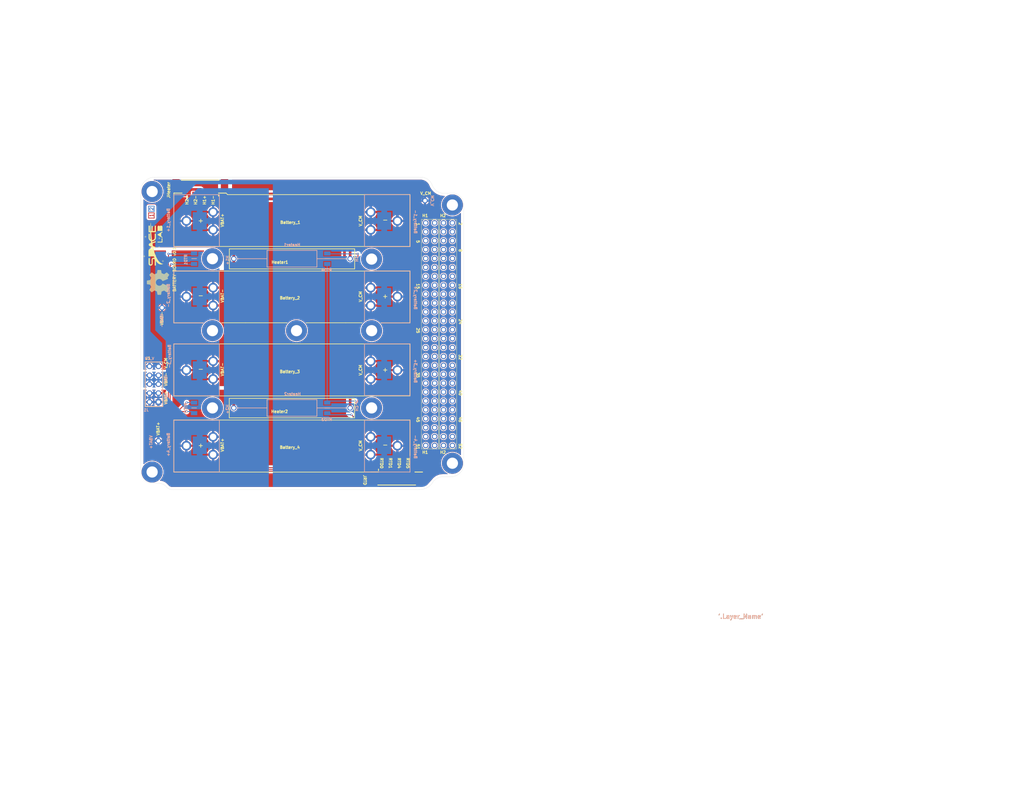
<source format=kicad_pcb>
(kicad_pcb (version 20221018) (generator pcbnew)
  (layers (0 "F.Cu" signal "Top Layer") (31 "B.Cu" signal "Bottom Layer") (34 "B.Paste" user "Bottom Paste") (35 "F.Paste" user "Top Paste") (36 "B.SilkS" user "Bottom Overlay") (37 "F.SilkS" user "Top Overlay") (38 "B.Mask" user "Bottom Solder") (39 "F.Mask" user "Top Solder") (44 "Edge.Cuts" user))
  (net 0 "")
  (net 1 "+2VBat")
  (net 2 "VBus")
  (net 3 "RTD_Common")
  (net 4 "RTD5")
  (net 5 "RTD4")
  (net 6 "RTD1")
  (net 7 "RTD0")
  (net 8 "-Heater2_Voltage")
  (net 9 "-Heater1_Voltage")
  (net 10 "-2VBat")
  (net 11 "+1VBat")
  (footprint "Battery_V2.PcbLib:M3 hole" (layer "F.Cu") (at 122.89125 104.236734)
    (fp_text reference "H10" hide)
    (fp_text value "M3" hide)
  )
  (footprint "Battery_V2.PcbLib:M3 hole" (layer "F.Cu") (at 105.68035 64.539734)
    (fp_text reference "H3" hide)
    (fp_text value "M3" hide)
  )
  (footprint "Battery_V2.PcbLib:Test_Point" (layer "F.Cu") (at 107.47535 135.684734 90)
    (fp_text reference "VBAT+")
    (fp_text value "TEST_POINT" hide)
  )
  (footprint "Battery_V2.PcbLib:M3 hole" (layer "F.Cu") (at 122.89125 83.708734)
    (fp_text reference "H5" hide)
    (fp_text value "M3" hide)
  )
  (footprint "Battery_V2.PcbLib:53398-0871" (layer "F.Cu") (at 119.40634 64.989734 180)
    (fp_text reference "JHeater")
    (fp_text value "Header 8_PicoBlade" hide)
  )
  (footprint "Battery_V2.PcbLib:53398-0871" (layer "F.Cu") (at 175.45635 144.576734)
    (fp_text reference "JRTD")
    (fp_text value "Header 8_PicoBlade" hide)
  )
  (footprint "Battery_V2.PcbLib:ESQ-126-Y-X-D" (layer "F.Cu") (at 191.35135 73.487734 90)
    (fp_text reference "PC104A" hide)
    (fp_text value "ESQ-126-39-G-D" hide)
  )
  (footprint "Battery_V2.PcbLib:Test_Point" (layer "F.Cu") (at 183.52735 67.129734 90)
    (fp_text reference "V_CM")
    (fp_text value "TEST_POINT" hide)
  )
  (footprint "Battery_V2.PcbLib:M3 hole" (layer "F.Cu") (at 168.30095 126.280734)
    (fp_text reference "H8" hide)
    (fp_text value "M3" hide)
  )
  (footprint "Battery_V2.PcbLib:ESQ-126-Y-X-D" (layer "F.Cu") (at 186.27135 73.487734 90)
    (fp_text reference "PC104B" hide)
    (fp_text value "ESQ-126-39-G-D" hide)
  )
  (footprint "Battery_V2.PcbLib:M3 hole" (layer "F.Cu") (at 122.89125 126.283744)
    (fp_text reference "H9" hide)
    (fp_text value "M3" hide)
  )
  (footprint "Battery_V2.PcbLib:M3 hole" (layer "F.Cu") (at 168.30095 104.236734)
    (fp_text reference "H7" hide)
    (fp_text value "M3" hide)
  )
  (footprint "Battery_V2.PcbLib:M3 hole" (layer "F.Cu") (at 168.30095 83.816734)
    (fp_text reference "H6" hide)
    (fp_text value "M3" hide)
  )
  (footprint "Battery_V2.PcbLib:M3 hole" (layer "F.Cu") (at 146.87635 104.236734)
    (fp_text reference "H11" hide)
    (fp_text value "M3" hide)
  )
  (footprint "Battery_V2.PcbLib:HDRV10W64P254_2X5_1270X502X521P" (layer "F.Cu") (at 107.47535 124.593734 90)
    (fp_text reference "J1")
    (fp_text value "Header 10_pos" hide)
  )
  (footprint "Battery_V2.PcbLib:Test_Point" (layer "F.Cu") (at 108.50335 97.680734 90)
    (fp_text reference "VBAT-")
    (fp_text value "TEST_POINT" hide)
  )
  (footprint "Battery_V2.PcbLib:M3 hole" (layer "F.Cu") (at 191.34635 68.385734)
    (fp_text reference "H2" hide)
    (fp_text value "M3" hide)
  )
  (footprint "Battery_V2.PcbLib:M3 hole" (layer "F.Cu") (at 191.35535 142.064734)
    (fp_text reference "H1" hide)
    (fp_text value "M3" hide)
  )
  (footprint "Battery_V2.PcbLib:M3 hole" (layer "F.Cu") (at 105.68035 144.564734)
    (fp_text reference "H4" hide)
    (fp_text value "M3" hide)
  )
  (footprint "Battery_V2.PcbLib:THRMC3216X70N" (layer "B.Cu") (at 117.65535 126.279744 90)
    (fp_text reference "RTD2")
    (fp_text value "32207595" hide)
  )
  (footprint "Battery_V2.PcbLib:BATTERY" (layer "B.Cu") (at 145.57534 94.516734 180)
    (fp_text reference "Battery_2" hide)
    (fp_text value "BATTERY" hide)
  )
  (footprint "Battery_V2.PcbLib:RESAD3322W86L1422D475" (layer "B.Cu") (at 162.17485 126.283744 180)
    (fp_text reference "Heater2")
    (fp_text value "24R/3W" hide)
  )
  (footprint "SamacSys.PcbLib:54" (layer "B.Cu") (at 124.85435 115.490734)
    (fp_text reference "Battery_3-")
    (fp_text value "Holder_battery_18650" hide)
  )
  (footprint "Battery_V2.PcbLib:54" (layer "B.Cu") (at 166.26735 72.936734 180)
    (fp_text reference "Battery_1-")
    (fp_text value "Holder_battery_18650" hide)
  )
  (footprint "Battery_V2.PcbLib:54" (layer "B.Cu") (at 124.85435 72.936734)
    (fp_text reference "Battery_1+")
    (fp_text value "Holder_battery_18650" hide)
  )
  (footprint "SamacSys.PcbLib:54" (layer "B.Cu") (at 124.85435 137.070734)
    (fp_text reference "Battery_4+")
    (fp_text value "Holder_battery_18650" hide)
  )
  (footprint "Battery_V2.PcbLib:BATTERY" (layer "B.Cu") (at 145.57535 136.930734)
    (fp_text reference "Battery_4" hide)
    (fp_text value "BATTERY" hide)
  )
  (footprint "Battery_V2.PcbLib:THRMC3216X70N" (layer "B.Cu") (at 155.63635 126.283744 90)
    (fp_text reference "RTD3")
    (fp_text value "32207595" hide)
  )
  (footprint "Battery_V2.PcbLib:54" (layer "B.Cu") (at 166.26735 115.490734 180)
    (fp_text reference "Battery_3+")
    (fp_text value "Holder_battery_18650" hide)
  )
  (footprint "Battery_V2.PcbLib:BATTERY" (layer "B.Cu") (at 145.57535 72.932734)
    (fp_text reference "Battery_1" hide)
    (fp_text value "BATTERY" hide)
  )
  (footprint "Battery_V2.PcbLib:54" (layer "B.Cu") (at 166.26735 94.516734 180)
    (fp_text reference "Battery_2+")
    (fp_text value "Holder_battery_18650" hide)
  )
  (footprint "Battery_V2.PcbLib:RESAD3322W86L1422D475" (layer "B.Cu") (at 162.17485 83.708734 180)
    (fp_text reference "Heater1")
    (fp_text value "24R/3W" hide)
  )
  (footprint "Battery_V2.PcbLib:54" (layer "B.Cu") (at 166.26735 137.070734 180)
    (fp_text reference "Battery_4-")
    (fp_text value "Holder_battery_18650" hide)
  )
  (footprint "Battery_V2.PcbLib:THRMC3216X70N" (layer "B.Cu") (at 155.63635 83.703754 -90)
    (fp_text reference "RTD4")
    (fp_text value "32207595" hide)
  )
  (footprint "Battery_V2.PcbLib:BATTERY" (layer "B.Cu") (at 145.57535 115.490734 180)
    (fp_text reference "Battery_3" hide)
    (fp_text value "BATTERY" hide)
  )
  (footprint "Battery_V2.PcbLib:THRMC3216X70N" (layer "B.Cu") (at 117.65535 83.704734 -90)
    (fp_text reference "RTD1")
    (fp_text value "32207595" hide)
  )
  (footprint "Battery_V2.PcbLib:54" (layer "B.Cu") (at 124.85435 94.516734)
    (fp_text reference "Battery_2-")
    (fp_text value "Holder_battery_18650" hide)
  )
  (gr_line (start 105.98335 71.513734) (end 105.98335 71.338734) (stroke (width 0.2)) (layer "F.Cu"))
  (gr_line (start 105.98335 71.338734) (end 105.98335 71.163734) (stroke (width 0.2)) (layer "F.Cu"))
  (gr_line (start 104.98335 71.338734) (end 105.98335 71.338734) (stroke (width 0.2)) (layer "F.Cu"))
  (gr_line (start 106.28335 72.113734) (end 106.28335 70.613734) (stroke (width 0.2)) (layer "F.Cu"))
  (gr_line (start 104.68335 70.613734) (end 106.28335 70.613734) (stroke (width 0.2)) (layer "F.Cu"))
  (gr_line (start 104.68335 72.113734) (end 104.68335 70.613734) (stroke (width 0.2)) (layer "F.Cu"))
  (gr_line (start 104.98335 71.338734) (end 105.15835 71.513734) (stroke (width 0.2)) (layer "F.Cu"))
  (gr_line (start 104.68335 72.113734) (end 106.28335 72.113734) (stroke (width 0.2)) (layer "F.Cu"))
  (gr_line (start 106.28335 70.213734) (end 106.28335 68.713734) (stroke (width 0.2)) (layer "B.Cu"))
  (gr_line (start 105.33335 69.163734) (end 105.98335 69.813734) (stroke (width 0.2)) (layer "B.Cu"))
  (gr_line (start 104.98335 69.638734) (end 105.15835 69.813734) (stroke (width 0.2)) (layer "B.Cu"))
  (gr_line (start 105.98335 69.813734) (end 105.98335 69.163734) (stroke (width 0.2)) (layer "B.Cu"))
  (gr_line (start 104.98335 69.313734) (end 105.13335 69.163734) (stroke (width 0.2)) (layer "B.Cu"))
  (gr_line (start 104.68335 70.213734) (end 106.28335 70.213734) (stroke (width 0.2)) (layer "B.Cu"))
  (gr_line (start 104.68335 70.213734) (end 104.68335 68.713734) (stroke (width 0.2)) (layer "B.Cu"))
  (gr_line (start 104.68335 68.713734) (end 106.28335 68.713734) (stroke (width 0.2)) (layer "B.Cu"))
  (gr_line (start 105.13335 69.163734) (end 105.33335 69.163734) (stroke (width 0.2)) (layer "B.Cu"))
  (gr_line (start 104.98335 69.638734) (end 104.98335 69.313734) (stroke (width 0.2)) (layer "B.Cu"))
  (gr_line (start 108.68635 125.864734) (end 108.68635 113.159734) (stroke (width 0.203)) (layer "B.SilkS"))
  (gr_line (start 103.72535 125.864734) (end 108.68635 125.864734) (stroke (width 0.203)) (layer "B.SilkS"))
  (gr_line (start 103.72535 125.864734) (end 103.72535 113.159734) (stroke (width 0.203)) (layer "B.SilkS"))
  (gr_line (start 103.72535 113.159734) (end 108.68635 113.159734) (stroke (width 0.203)) (layer "B.SilkS"))
  (gr_line (start 107.49013 93.994114) (end 107.49013 91.408904) (stroke (width 0.01191)) (layer "F.SilkS"))
  (gr_line (start 106.77532 92.933824) (end 106.77532 90.717934) (stroke (width 0.01191)) (layer "F.SilkS"))
  (gr_line (start 110.1349 91.694824) (end 110.1349 91.432734) (stroke (width 0.01191)) (layer "F.SilkS"))
  (gr_line (start 107.23994 93.982204) (end 107.23994 91.313604) (stroke (width 0.01191)) (layer "F.SilkS"))
  (gr_line (start 107.62117 89.490854) (end 107.62117 86.929474) (stroke (width 0.01191)) (layer "F.SilkS"))
  (gr_line (start 107.27568 89.586164) (end 107.27568 86.929474) (stroke (width 0.01191)) (layer "F.SilkS"))
  (gr_line (start 105.35763 89.026234) (end 105.35763 87.822984) (stroke (width 0.01191)) (layer "F.SilkS"))
  (gr_poly (pts (xy 107.21637 76.828414) (xy 107.21637 76.803374) (xy 107.24142 76.803374) (xy 107.24142 76.778334) (xy 107.26646 76.778334) (xy 107.26646 76.753284) (xy 107.29151 76.753284) (xy 107.29151 76.728254) (xy 107.31655 76.728254) (xy 107.34159 76.728254) (xy 107.34159 76.703204) (xy 107.36664 76.703204) (xy 107.39168 76.703204) (xy 107.39168 76.678154) (xy 107.41673 76.678154) (xy 107.41673 76.653104) (xy 107.44177 76.653104) (xy 107.46682 76.653104) (xy 107.46682 76.628064) (xy 107.49186 76.628064) (xy 107.49186 76.603024) (xy 107.5169 76.603024) (xy 107.54195 76.603024) (xy 107.54195 76.577984) (xy 107.56699 76.577984) (xy 107.59203 76.577984) (xy 107.59203 76.552934) (xy 107.61707 76.552934) (xy 107.61707 76.527894) (xy 107.64212 76.527894) (xy 107.66717 76.527894) (xy 107.66717 76.502844) (xy 107.69221 76.502844) (xy 107.71726 76.502844) (xy 107.71726 76.477804) (xy 107.7423 76.477804) (xy 107.7423 76.452764) (xy 107.76734 76.452764) (xy 107.79239 76.452764) (xy 107.79239 76.427724) (xy 107.81743 76.427724) (xy 107.84247 76.427724) (xy 107.84247 76.402674) (xy 107.86752 76.402674) (xy 107.86752 76.377634) (xy 107.89256 76.377634) (xy 107.91761 76.377634) (xy 107.91761 76.352584) (xy 107.94265 76.352584) (xy 107.96769 76.352584) (xy 107.96769 76.327544) (xy 107.99274 76.327544) (xy 107.99274 76.302494) (xy 108.01778 76.302494) (xy 108.04282 76.302494) (xy 108.04282 76.277454) (xy 108.06787 76.277454) (xy 108.09291 76.277454) (xy 108.09291 76.252414) (xy 108.11796 76.252414) (xy 108.11796 76.227364) (xy 108.143 76.227364) (xy 108.16804 76.227364) (xy 108.16804 76.202314) (xy 108.19309 76.202314) (xy 108.21814 76.202314) (xy 108.21814 76.177284) (xy 108.24318 76.177284) (xy 108.24318 76.152234) (xy 108.26822 76.152234) (xy 108.29327 76.152234) (xy 108.29327 76.127184) (xy 108.31831 76.127184) (xy 108.34336 76.127184) (xy 108.34336 76.102144) (xy 108.3684 76.102144) (xy 108.3684 76.077104) (xy 108.39344 76.077104) (xy 108.41849 76.077104) (xy 108.41849 76.052054) (xy 108.44353 76.052054) (xy 108.46857 76.052054) (xy 108.46857 76.027014) (xy 108.49362 76.027014) (xy 108.49362 76.001974) (xy 108.51866 76.001974) (xy 108.54371 76.001974) (xy 108.54371 75.976924) (xy 108.56875 75.976924) (xy 108.59379 75.976924) (xy 108.59379 75.951884) (xy 108.61884 75.951884) (xy 108.61884 76.227364) (xy 108.59379 76.227364) (xy 108.59379 76.252414) (xy 108.56875 76.252414) (xy 108.54371 76.252414) (xy 108.54371 76.277454) (xy 108.51866 76.277454) (xy 108.49362 76.277454) (xy 108.49362 76.302494) (xy 108.46857 76.302494) (xy 108.46857 76.327544) (xy 108.44353 76.327544) (xy 108.41849 76.327544) (xy 108.41849 76.352584) (xy 108.39344 76.352584) (xy 108.3684 76.352584) (xy 108.3684 76.377634) (xy 108.34336 76.377634) (xy 108.34336 76.402674) (xy 108.31831 76.402674) (xy 108.29327 76.402674) (xy 108.29327 76.427724) (xy 108.26822 76.427724) (xy 108.26822 77.329304) (xy 108.29327 77.329304) (xy 108.31831 77.329304) (xy 108.31831 77.354344) (xy 108.34336 77.354344) (xy 108.34336 77.379384) (xy 108.3684 77.379384) (xy 108.39344 77.379384) (xy 108.39344 77.404434) (xy 108.41849 77.404434) (xy 108.44353 77.404434) (xy 108.44353 77.429474) (xy 108.46857 77.429474) (xy 108.46857 77.454514) (xy 108.49362 77.454514) (xy 108.51866 77.454514) (xy 108.51866 77.479554) (xy 108.54371 77.479554) (xy 108.56875 77.479554) (xy 108.56875 77.504604) (xy 108.59379 77.504604) (xy 108.61884 77.504604) (xy 108.61884 77.780094) (xy 108.59379 77.780094) (xy 108.59379 77.755044) (xy 108.56875 77.755044) (xy 108.54371 77.755044) (xy 108.54371 77.730004) (xy 108.51866 77.730004) (xy 108.51866 77.704954) (xy 108.49362 77.704954) (xy 108.46857 77.704954) (xy 108.46857 77.679914) (xy 108.44353 77.679914) (xy 108.41849 77.679914) (xy 108.41849 77.654874) (xy 108.39344 77.654874) (xy 108.39344 77.629824) (xy 108.3684 77.629824) (xy 108.34336 77.629824) (xy 108.34336 77.604784) (xy 108.31831 77.604784) (xy 108.29327 77.604784) (xy 108.29327 77.579734) (xy 108.26822 77.579734) (xy 108.26822 77.554694) (xy 108.24318 77.554694) (xy 108.21814 77.554694) (xy 108.21814 77.529654) (xy 108.19309 77.529654) (xy 108.16804 77.529654) (xy 108.16804 77.504604) (xy 108.143 77.504604) (xy 108.143 77.479554) (xy 108.11796 77.479554) (xy 108.09291 77.479554) (xy 108.09291 77.454514) (xy 108.06787 77.454514) (xy 108.04282 77.454514) (xy 108.04282 77.429474) (xy 108.01778 77.429474) (xy 108.01778 77.404434) (xy 107.99274 77.404434) (xy 107.96769 77.404434) (xy 107.96769 77.379384) (xy 107.94265 77.379384) (xy 107.91761 77.379384) (xy 107.91761 77.354344) (xy 107.89256 77.354344) (xy 107.89256 77.329304) (xy 107.86752 77.329304) (xy 107.84247 77.329304) (xy 107.84247 77.304254) (xy 107.81743 77.304254) (xy 107.79239 77.304254) (xy 107.79239 77.279214) (xy 107.76734 77.279214) (xy 107.76734 77.254174) (xy 107.7423 77.254174) (xy 107.71726 77.254174) (xy 107.71726 77.229124) (xy 107.69221 77.229124) (xy 107.66717 77.229124) (xy 107.66717 77.204074) (xy 107.64212 77.204074) (xy 107.64212 77.179034) (xy 107.61707 77.179034) (xy 107.59203 77.179034) (xy 107.59203 77.153994) (xy 107.56699 77.153994) (xy 107.54195 77.153994) (xy 107.54195 77.128944) (xy 107.5169 77.128944) (xy 107.5169 77.103904) (xy 107.49186 77.103904) (xy 107.46682 77.103904) (xy 107.46682 77.078864) (xy 107.44177 77.078864) (xy 107.41673 77.078864) (xy 107.41673 77.053814) (xy 107.39168 77.053814) (xy 107.39168 77.028774) (xy 107.36664 77.028774) (xy 107.34159 77.028774) (xy 107.34159 77.003734) (xy 107.31655 77.003734) (xy 107.29151 77.003734) (xy 107.29151 76.978684) (xy 107.26646 76.978684) (xy 107.26646 76.953634) (xy 107.24142 76.953634) (xy 107.24142 76.928594) (xy 107.21637 76.928594) (xy 107.21637 76.903554) (xy 107.19134 76.903554) (xy 107.19134 76.828414)) (fill solid) (layer "F.SilkS"))
  (gr_line (start 107.51395 89.502764) (end 107.51395 86.929474) (stroke (width 0.01191)) (layer "F.SilkS"))
  (gr_line (start 110.09916 91.754394) (end 110.09916 91.420824) (stroke (width 0.01191)) (layer "F.SilkS"))
  (gr_line (start 107.19229 93.815414) (end 107.19229 91.277864) (stroke (width 0.01191)) (layer "F.SilkS"))
  (gr_line (start 104.9764 92.719384) (end 104.9764 92.457284) (stroke (width 0.01191)) (layer "F.SilkS"))
  (gr_line (start 108.25258 93.743934) (end 108.25258 91.277864) (stroke (width 0.01191)) (layer "F.SilkS"))
  (gr_line (start 105.73886 93.184004) (end 105.73886 87.739584) (stroke (width 0.01191)) (layer "F.SilkS"))
  (gr_line (start 110.12298 93.052954) (end 110.12298 91.968834) (stroke (width 0.01191)) (layer "F.SilkS"))
  (gr_line (start 108.0024 89.526594) (end 108.0024 86.929474) (stroke (width 0.01191)) (layer "F.SilkS"))
  (gr_line (start 109.75367 89.645724) (end 109.75367 87.691934) (stroke (width 0.01191)) (layer "F.SilkS"))
  (gr_line (start 109.13417 92.802774) (end 109.13417 91.027684) (stroke (width 0.01191)) (layer "F.SilkS"))
  (gr_line (start 105.13128 92.874254) (end 105.13128 92.230934) (stroke (width 0.01191)) (layer "F.SilkS"))
  (gr_line (start 106.53705 92.826604) (end 106.53705 88.085074) (stroke (width 0.01191)) (layer "F.SilkS"))
  (gr_line (start 104.42839 90.991944) (end 104.42839 89.919734) (stroke (width 0.01191)) (layer "F.SilkS"))
  (gr_line (start 109.37244 89.800604) (end 109.37244 87.954024) (stroke (width 0.01191)) (layer "F.SilkS"))
  (gr_line (start 109.84898 93.291224) (end 109.84898 91.325514) (stroke (width 0.01191)) (layer "F.SilkS"))
  (gr_line (start 109.42009 93.005304) (end 109.42009 91.146814) (stroke (width 0.01191)) (layer "F.SilkS"))
  (gr_line (start 108.21684 89.621904) (end 108.21684 86.989044) (stroke (width 0.01191)) (layer "F.SilkS"))
  (gr_line (start 127.68435 129.104734) (end 127.68435 123.550734) (stroke (width 0.203)) (layer "F.SilkS"))
  (gr_line (start 105.21467 92.957644) (end 105.21467 92.111804) (stroke (width 0.01191)) (layer "F.SilkS"))
  (gr_line (start 109.56305 93.100614) (end 109.56305 91.206384) (stroke (width 0.01191)) (layer "F.SilkS"))
  (gr_line (start 107.93092 93.994114) (end 107.93092 91.420824) (stroke (width 0.01191)) (layer "F.SilkS"))
  (gr_line (start 108.69338 92.945734) (end 108.69338 90.837064) (stroke (width 0.01191)) (layer "F.SilkS"))
  (gr_poly (pts (xy 107.31655 80.434744) (xy 107.34159 80.434744) (xy 107.36664 80.434744) (xy 107.39168 80.434744) (xy 107.41673 80.434744) (xy 107.44177 80.434744) (xy 107.46682 80.434744) (xy 107.46682 80.409704) (xy 107.49186 80.409704) (xy 107.5169 80.409704) (xy 107.54195 80.409704) (xy 107.56699 80.409704) (xy 107.59203 80.409704) (xy 107.61707 80.409704) (xy 107.64212 80.409704) (xy 107.64212 80.359614) (xy 107.66717 80.359614) (xy 107.66717 80.159264) (xy 107.69221 80.159264) (xy 107.69221 80.084124) (xy 107.71726 80.084124) (xy 107.71726 80.284484) (xy 107.7423 80.284484) (xy 107.7423 80.409704) (xy 107.76734 80.409704) (xy 107.79239 80.409704) (xy 107.81743 80.409704) (xy 107.81743 80.434744) (xy 107.84247 80.434744) (xy 107.86752 80.434744) (xy 107.89256 80.434744) (xy 107.91761 80.434744) (xy 107.94265 80.434744) (xy 107.96769 80.434744) (xy 107.99274 80.434744) (xy 108.01778 80.434744) (xy 108.01778 80.459794) (xy 108.04282 80.459794) (xy 108.04282 80.484834) (xy 108.01778 80.484834) (xy 107.99274 80.484834) (xy 107.96769 80.484834) (xy 107.94265 80.484834) (xy 107.91761 80.484834) (xy 107.89256 80.484834) (xy 107.86752 80.484834) (xy 107.84247 80.484834) (xy 107.81743 80.484834) (xy 107.79239 80.484834) (xy 107.76734 80.484834) (xy 107.7423 80.484834) (xy 107.7423 80.534924) (xy 107.71726 80.534924) (xy 107.71726 80.760314) (xy 107.69221 80.760314) (xy 107.69221 80.835444) (xy 107.66717 80.835444) (xy 107.66717 80.635104) (xy 107.64212 80.635104) (xy 107.64212 80.484834) (xy 107.61707 80.484834) (xy 107.59203 80.484834) (xy 107.56699 80.484834) (xy 107.54195 80.484834) (xy 107.5169 80.484834) (xy 107.49186 80.484834) (xy 107.46682 80.484834) (xy 107.44177 80.484834) (xy 107.41673 80.484834) (xy 107.41673 80.459794) (xy 107.39168 80.459794) (xy 107.36664 80.459794) (xy 107.34159 80.459794) (xy 107.31655 80.459794) (xy 107.29151 80.459794) (xy 107.29151 80.434744)) (fill solid) (layer "F.SilkS"))
  (gr_line (start 110.08724 91.778224) (end 110.08724 91.420824) (stroke (width 0.01191)) (layer "F.SilkS"))
  (gr_line (start 106.89446 89.943564) (end 106.89446 87.930204) (stroke (width 0.01191)) (layer "F.SilkS"))
  (gr_line (start 108.86017 92.874254) (end 108.86017 90.908544) (stroke (width 0.01191)) (layer "F.SilkS"))
  (gr_line (start 110.28977 88.704574) (end 110.28977 88.037424) (stroke (width 0.01191)) (layer "F.SilkS"))
  (gr_line (start 127.70235 86.610734) (end 127.70235 80.890734) (stroke (width 0.203)) (layer "F.SilkS"))
  (gr_line (start 105.27424 88.895184) (end 105.27424 87.906374) (stroke (width 0.01191)) (layer "F.SilkS"))
  (gr_line (start 109.83706 89.609984) (end 109.83706 87.632364) (stroke (width 0.01191)) (layer "F.SilkS"))
  (gr_line (start 108.3598 89.717214) (end 108.3598 87.763414) (stroke (width 0.01191)) (layer "F.SilkS"))
  (gr_line (start 105.00023 91.099164) (end 105.00023 89.812514) (stroke (width 0.01191)) (layer "F.SilkS"))
  (gr_line (start 105.1551 91.146814) (end 105.1551 89.776774) (stroke (width 0.01191)) (layer "F.SilkS"))
  (gr_line (start 106.40601 92.778944) (end 106.40601 88.144644) (stroke (width 0.01191)) (layer "F.SilkS"))
  (gr_line (start 108.46702 93.041044) (end 108.46702 91.087244) (stroke (width 0.01191)) (layer "F.SilkS"))
  (gr_line (start 110.30168 92.874254) (end 110.30168 92.230934) (stroke (width 0.01191)) (layer "F.SilkS"))
  (gr_line (start 108.30024 89.669554) (end 108.30024 87.441754) (stroke (width 0.01191)) (layer "F.SilkS"))
  (gr_line (start 106.98976 89.812514) (end 106.98976 87.894464) (stroke (width 0.01191)) (layer "F.SilkS"))
  (gr_line (start 108.86017 90.015044) (end 108.86017 88.037424) (stroke (width 0.01191)) (layer "F.SilkS"))
  (gr_line (start 109.70601 93.195914) (end 109.70601 91.265954) (stroke (width 0.01191)) (layer "F.SilkS"))
  (gr_line (start 105.07171 88.609264) (end 105.07171 88.108904) (stroke (width 0.01191)) (layer "F.SilkS"))
  (gr_line (start 105.01214 88.513954) (end 105.01214 88.168474) (stroke (width 0.01191)) (layer "F.SilkS"))
  (gr_line (start 107.97857 89.514684) (end 107.97857 86.929474) (stroke (width 0.01191)) (layer "F.SilkS"))
  (gr_line (start 105.07171 92.814684) (end 105.07171 92.314324) (stroke (width 0.01191)) (layer "F.SilkS"))
  (gr_line (start 106.02478 92.993384) (end 106.02478 87.930204) (stroke (width 0.01191)) (layer "F.SilkS"))
  (gr_line (start 109.65836 89.681474) (end 109.65836 87.751504) (stroke (width 0.01191)) (layer "F.SilkS"))
  (gr_line (start 108.88399 90.003134) (end 108.88399 88.049334) (stroke (width 0.01191)) (layer "F.SilkS"))
  (gr_line (start 105.01214 91.099164) (end 105.01214 89.812514) (stroke (width 0.01191)) (layer "F.SilkS"))
  (gr_line (start 109.80132 89.621904) (end 109.80132 87.656194) (stroke (width 0.01191)) (layer "F.SilkS"))
  (gr_line (start 108.63381 92.969564) (end 108.63381 90.848984) (stroke (width 0.01191)) (layer "F.SilkS"))
  (gr_line (start 104.33308 90.980024) (end 104.33308 89.943564) (stroke (width 0.01191)) (layer "F.SilkS"))
  (gr_line (start 110.32551 88.656914) (end 110.32551 88.073164) (stroke (width 0.01191)) (layer "F.SilkS"))
  (gr_line (start 104.91684 91.087244) (end 104.91684 89.836344) (stroke (width 0.01191)) (layer "F.SilkS"))
  (gr_line (start 108.5385 93.005304) (end 108.5385 90.991944) (stroke (width 0.01191)) (layer "F.SilkS"))
  (gr_line (start 110.0515 93.124434) (end 110.0515 91.408904) (stroke (width 0.01191)) (layer "F.SilkS"))
  (gr_poly (pts (xy 103.07526 83.001754) (xy 103.10029 83.001754) (xy 103.12534 83.001754) (xy 103.15039 83.001754) (xy 103.17543 83.001754) (xy 103.20047 83.001754) (xy 103.20047 82.976714) (xy 103.22552 82.976714) (xy 103.25056 82.976714) (xy 103.27561 82.976714) (xy 103.30065 82.976714) (xy 103.32569 82.976714) (xy 103.35074 82.976714) (xy 103.37578 82.976714) (xy 103.40082 82.976714) (xy 103.40082 82.726274) (xy 103.42587 82.726274) (xy 103.42587 82.626094) (xy 103.45091 82.626094) (xy 103.45091 82.826454) (xy 103.47596 82.826454) (xy 103.47596 82.976714) (xy 103.501 82.976714) (xy 103.52604 82.976714) (xy 103.55109 82.976714) (xy 103.55109 83.001754) (xy 103.57613 83.001754) (xy 103.60118 83.001754) (xy 103.62622 83.001754) (xy 103.65126 83.001754) (xy 103.67631 83.001754) (xy 103.70135 83.001754) (xy 103.7264 83.001754) (xy 103.75144 83.001754) (xy 103.75144 83.051834) (xy 103.7264 83.051834) (xy 103.70135 83.051834) (xy 103.67631 83.051834) (xy 103.65126 83.051834) (xy 103.62622 83.051834) (xy 103.60118 83.051834) (xy 103.57613 83.051834) (xy 103.55109 83.051834) (xy 103.52604 83.051834) (xy 103.501 83.051834) (xy 103.47596 83.051834) (xy 103.47596 83.126974) (xy 103.45091 83.126974) (xy 103.45091 83.327324) (xy 103.42587 83.327324) (xy 103.42587 83.377414) (xy 103.40082 83.377414) (xy 103.40082 83.177064) (xy 103.37578 83.177064) (xy 103.37578 83.051834) (xy 103.35074 83.051834) (xy 103.32569 83.051834) (xy 103.30065 83.051834) (xy 103.27561 83.051834) (xy 103.25056 83.051834) (xy 103.22552 83.051834) (xy 103.20047 83.051834) (xy 103.17543 83.051834) (xy 103.15039 83.051834) (xy 103.15039 83.026794) (xy 103.12534 83.026794) (xy 103.10029 83.026794) (xy 103.07526 83.026794) (xy 103.05021 83.026794) (xy 103.05021 83.001754)) (fill solid) (layer "F.SilkS"))
  (gr_line (start 110.02767 89.526594) (end 110.02767 87.775324) (stroke (width 0.01191)) (layer "F.SilkS"))
  (gr_line (start 108.93164 89.979304) (end 108.93164 88.073164) (stroke (width 0.01191)) (layer "F.SilkS"))
  (gr_line (start 107.71648 93.994114) (end 107.71648 91.444644) (stroke (width 0.01191)) (layer "F.SilkS"))
  (gr_line (start 106.90637 92.993384) (end 106.90637 91.003854) (stroke (width 0.01191)) (layer "F.SilkS"))
  (gr_line (start 110.4923 92.683644) (end 110.4923 92.516854) (stroke (width 0.01191)) (layer "F.SilkS"))
  (gr_line (start 104.57135 91.027684) (end 104.57135 89.895904) (stroke (width 0.01191)) (layer "F.SilkS"))
  (gr_line (start 111.90335 64.989734) (end 112.03134 64.989734) (stroke (width 0.254)) (layer "F.SilkS"))
  (gr_line (start 107.26377 89.598074) (end 107.26377 86.929474) (stroke (width 0.01191)) (layer "F.SilkS"))
  (gr_line (start 108.56233 89.955474) (end 108.56233 87.918284) (stroke (width 0.01191)) (layer "F.SilkS"))
  (gr_line (start 105.02405 88.537784) (end 105.02405 88.156554) (stroke (width 0.01191)) (layer "F.SilkS"))
  (gr_line (start 105.16702 88.740314) (end 105.16702 88.013594) (stroke (width 0.01191)) (layer "F.SilkS"))
  (gr_line (start 105.25041 88.859444) (end 105.25041 87.930204) (stroke (width 0.01191)) (layer "F.SilkS"))
  (gr_line (start 105.00023 88.502044) (end 105.00023 88.180384) (stroke (width 0.01191)) (layer "F.SilkS"))
  (gr_line (start 107.71648 89.478944) (end 107.71648 86.929474) (stroke (width 0.01191)) (layer "F.SilkS"))
  (gr_line (start 109.90854 89.574244) (end 109.90854 87.656194) (stroke (width 0.01191)) (layer "F.SilkS"))
  (gr_line (start 106.28687 92.814684) (end 106.28687 88.108904) (stroke (width 0.01191)) (layer "F.SilkS"))
  (gr_line (start 106.64428 92.874254) (end 106.64428 88.037424) (stroke (width 0.01191)) (layer "F.SilkS"))
  (gr_line (start 108.34789 93.231654) (end 108.34789 91.206384) (stroke (width 0.01191)) (layer "F.SilkS"))
  (gr_line (start 106.68002 92.898084) (end 106.68002 88.025504) (stroke (width 0.01191)) (layer "F.SilkS"))
  (gr_line (start 107.21612 93.946464) (end 107.21612 91.301694) (stroke (width 0.01191)) (layer "F.SilkS"))
  (gr_line (start 108.01432 89.526594) (end 108.01432 86.929474) (stroke (width 0.01191)) (layer "F.SilkS"))
  (gr_line (start 104.78579 91.063424) (end 104.78579 89.860164) (stroke (width 0.01191)) (layer "F.SilkS"))
  (gr_line (start 108.50276 89.872084) (end 108.50276 87.894464) (stroke (width 0.01191)) (layer "F.SilkS"))
  (gr_line (start 110.11107 89.490854) (end 110.11107 89.181104) (stroke (width 0.01191)) (layer "F.SilkS"))
  (gr_line (start 105.20276 92.945734) (end 105.20276 92.123714) (stroke (width 0.01191)) (layer "F.SilkS"))
  (gr_line (start 105.32189 91.539954) (end 105.32189 89.371724) (stroke (width 0.01191)) (layer "F.SilkS"))
  (gr_line (start 109.90854 93.267394) (end 109.90854 91.349344) (stroke (width 0.01191)) (layer "F.SilkS"))
  (gr_line (start 110.42082 92.755124) (end 110.42082 92.409634) (stroke (width 0.01191)) (layer "F.SilkS"))
  (gr_line (start 127.70235 80.890734) (end 163.46935 80.890734) (stroke (width 0.203)) (layer "F.SilkS"))
  (gr_line (start 111.85435 144.598734) (end 168.08135 144.598734) (stroke (width 0.203)) (layer "F.SilkS"))
  (gr_line (start 110.52804 88.359084) (end 110.52804 88.275684) (stroke (width 0.01191)) (layer "F.SilkS"))
  (gr_line (start 104.40456 90.991944) (end 104.40456 89.931654) (stroke (width 0.01191)) (layer "F.SilkS"))
  (gr_line (start 107.09698 89.705294) (end 107.09698 87.620454) (stroke (width 0.01191)) (layer "F.SilkS"))
  (gr_line (start 105.71503 93.207834) (end 105.71503 87.715764) (stroke (width 0.01191)) (layer "F.SilkS"))
  (gr_line (start 106.95402 89.848254) (end 106.95402 87.906374) (stroke (width 0.01191)) (layer "F.SilkS"))
  (gr_line (start 127.70235 86.610734) (end 163.46935 86.610734) (stroke (width 0.203)) (layer "F.SilkS"))
  (gr_line (start 109.24139 92.874254) (end 109.24139 91.063424) (stroke (width 0.01191)) (layer "F.SilkS"))
  (gr_line (start 109.5988 93.124434) (end 109.5988 91.218294) (stroke (width 0.01191)) (layer "F.SilkS"))
  (gr_line (start 104.71431 91.051504) (end 104.71431 89.872084) (stroke (width 0.01191)) (layer "F.SilkS"))
  (gr_line (start 106.6681 92.886164) (end 106.6681 88.037424) (stroke (width 0.01191)) (layer "F.SilkS"))
  (gr_line (start 107.89518 89.502764) (end 107.89518 86.929474) (stroke (width 0.01191)) (layer "F.SilkS"))
  (gr_line (start 104.92875 88.394824) (end 104.92875 88.251864) (stroke (width 0.01191)) (layer "F.SilkS"))
  (gr_line (start 109.50349 89.741034) (end 109.50349 87.858724) (stroke (width 0.01191)) (layer "F.SilkS"))
  (gr_line (start 105.08362 91.122984) (end 105.08362 89.800604) (stroke (width 0.01191)) (layer "F.SilkS"))
  (gr_line (start 106.47749 92.802774) (end 106.47749 88.108904) (stroke (width 0.01191)) (layer "F.SilkS"))
  (gr_line (start 104.80962 91.063424) (end 104.80962 89.848254) (stroke (width 0.01191)) (layer "F.SilkS"))
  (gr_line (start 110.19446 91.575694) (end 110.19446 91.468474) (stroke (width 0.01191)) (layer "F.SilkS"))
  (gr_line (start 107.69265 89.478944) (end 107.69265 86.929474) (stroke (width 0.01191)) (layer "F.SilkS"))
  (gr_line (start 104.66665 91.039594) (end 104.66665 89.883994) (stroke (width 0.01191)) (layer "F.SilkS"))
  (gr_line (start 105.30998 88.954754) (end 105.30998 87.870634) (stroke (width 0.01191)) (layer "F.SilkS"))
  (gr_line (start 105.26232 91.396994) (end 105.26232 89.526594) (stroke (width 0.01191)) (layer "F.SilkS"))
  (gr_line (start 105.29806 88.930924) (end 105.29806 87.882544) (stroke (width 0.01191)) (layer "F.SilkS"))
  (gr_line (start 107.03742 93.052954) (end 107.03742 91.158724) (stroke (width 0.01191)) (layer "F.SilkS"))
  (gr_line (start 105.14319 88.704574) (end 105.14319 88.037424) (stroke (width 0.01191)) (layer "F.SilkS"))
  (gr_line (start 107.43056 93.994114) (end 107.43056 91.396994) (stroke (width 0.01191)) (layer "F.SilkS"))
  (gr_line (start 108.81251 92.898084) (end 108.81251 90.896634) (stroke (width 0.01191)) (layer "F.SilkS"))
  (gr_line (start 106.90637 89.919734) (end 106.90637 87.930204) (stroke (width 0.01191)) (layer "F.SilkS"))
  (gr_line (start 105.08362 88.621174) (end 105.08362 88.096994) (stroke (width 0.01191)) (layer "F.SilkS"))
  (gr_line (start 109.74175 89.645724) (end 109.74175 87.703844) (stroke (width 0.01191)) (layer "F.SilkS"))
  (gr_line (start 107.49013 89.514684) (end 107.49013 86.929474) (stroke (width 0.01191)) (layer "F.SilkS"))
  (gr_line (start 110.06341 93.112524) (end 110.06341 91.885444) (stroke (width 0.01191)) (layer "F.SilkS"))
  (gr_line (start 106.72767 92.909994) (end 106.72767 88.001684) (stroke (width 0.01191)) (layer "F.SilkS"))
  (gr_line (start 104.48795 91.003854) (end 104.48795 89.907824) (stroke (width 0.01191)) (layer "F.SilkS"))
  (gr_line (start 109.3367 89.812514) (end 109.3367 87.977854) (stroke (width 0.01191)) (layer "F.SilkS"))
  (gr_line (start 109.06269 92.802774) (end 109.06269 90.991944) (stroke (width 0.01191)) (layer "F.SilkS"))
  (gr_line (start 110.50421 92.671724) (end 110.50421 92.528764) (stroke (width 0.01191)) (layer "F.SilkS"))
  (gr_line (start 104.27351 90.968114) (end 104.27351 89.955474) (stroke (width 0.01191)) (layer "F.SilkS"))
  (gr_line (start 107.96666 89.514684) (end 107.96666 86.929474) (stroke (width 0.01191)) (layer "F.SilkS"))
  (gr_line (start 109.94428 93.231654) (end 109.94428 91.361254) (stroke (width 0.01191)) (layer "F.SilkS"))
  (gr_line (start 109.21756 92.862344) (end 109.21756 91.063424) (stroke (width 0.01191)) (layer "F.SilkS"))
  (gr_line (start 107.07316 93.172094) (end 107.07316 91.194464) (stroke (width 0.01191)) (layer "F.SilkS"))
  (gr_line (start 109.68219 93.184004) (end 109.68219 91.254034) (stroke (width 0.01191)) (layer "F.SilkS"))
  (gr_line (start 110.46847 92.707464) (end 110.46847 92.481114) (stroke (width 0.01191)) (layer "F.SilkS"))
  (gr_line (start 107.18038 93.755844) (end 107.18038 91.277864) (stroke (width 0.01191)) (layer "F.SilkS"))
  (gr_line (start 110.21829 92.957644) (end 110.21829 92.111804) (stroke (width 0.01191)) (layer "F.SilkS"))
  (gr_line (start 104.5237 91.015764) (end 104.5237 89.907824) (stroke (width 0.01191)) (layer "F.SilkS"))
  (gr_line (start 179.24535 101.984734) (end 179.24535 87.251134) (stroke (width 0.203)) (layer "F.SilkS"))
  (gr_line (start 132.33535 101.991734) (end 144.18335 101.991734) (stroke (width 0.203)) (layer "F.SilkS"))
  (gr_line (start 104.34499 90.980024) (end 104.34499 89.943564) (stroke (width 0.01191)) (layer "F.SilkS"))
  (gr_line (start 104.60709 91.027684) (end 104.60709 89.895904) (stroke (width 0.01191)) (layer "F.SilkS"))
  (gr_line (start 108.60998 90.026954) (end 108.60998 87.942114) (stroke (width 0.01191)) (layer "F.SilkS"))
  (gr_line (start 111.85435 87.251134) (end 179.24535 87.251134) (stroke (width 0.203)) (layer "F.SilkS"))
  (gr_line (start 110.26594 92.909994) (end 110.26594 92.183274) (stroke (width 0.01191)) (layer "F.SilkS"))
  (gr_line (start 108.55042 93.005304) (end 108.55042 90.980024) (stroke (width 0.01191)) (layer "F.SilkS"))
  (gr_line (start 106.14391 92.909994) (end 106.14391 88.013594) (stroke (width 0.01191)) (layer "F.SilkS"))
  (gr_line (start 105.07171 91.111074) (end 105.07171 89.800604) (stroke (width 0.01191)) (layer "F.SilkS"))
  (gr_line (start 108.52659 93.017214) (end 108.52659 91.015764) (stroke (width 0.01191)) (layer "F.SilkS"))
  (gr_line (start 105.98904 93.017214) (end 105.98904 87.906374) (stroke (width 0.01191)) (layer "F.SilkS"))
  (gr_line (start 109.44392 93.017214) (end 109.44392 91.146814) (stroke (width 0.01191)) (layer "F.SilkS"))
  (gr_line (start 105.29806 91.480384) (end 105.29806 89.431294) (stroke (width 0.01191)) (layer "F.SilkS"))
  (gr_line (start 106.0486 92.969564) (end 106.0486 87.942114) (stroke (width 0.01191)) (layer "F.SilkS"))
  (gr_line (start 107.21612 89.621904) (end 107.21612 86.977134) (stroke (width 0.01191)) (layer "F.SilkS"))
  (gr_line (start 179.24535 139.874734) (end 179.24535 129.739734) (stroke (width 0.203)) (layer "F.SilkS"))
  (gr_line (start 105.22658 91.313604) (end 105.22658 89.609984) (stroke (width 0.01191)) (layer "F.SilkS"))
  (gr_line (start 110.19446 92.981474) (end 110.19446 92.076064) (stroke (width 0.01191)) (layer "F.SilkS"))
  (gr_line (start 105.38146 89.050054) (end 105.38146 87.799154) (stroke (width 0.01191)) (layer "F.SilkS"))
  (gr_line (start 109.50349 93.052954) (end 109.50349 91.182554) (stroke (width 0.01191)) (layer "F.SilkS"))
  (gr_line (start 106.01287 92.993384) (end 106.01287 87.918284) (stroke (width 0.01191)) (layer "F.SilkS"))
  (gr_line (start 105.54824 93.279314) (end 105.54824 87.632364) (stroke (width 0.01191)) (layer "F.SilkS"))
  (gr_line (start 106.98976 93.029124) (end 106.98976 91.111074) (stroke (width 0.01191)) (layer "F.SilkS"))
  (gr_line (start 110.17064 88.883274) (end 110.17064 87.918284) (stroke (width 0.01191)) (layer "F.SilkS"))
  (gr_line (start 106.25113 92.838514) (end 106.25113 88.085074) (stroke (width 0.01191)) (layer "F.SilkS"))
  (gr_line (start 107.95475 89.514684) (end 107.95475 86.929474) (stroke (width 0.01191)) (layer "F.SilkS"))
  (gr_line (start 108.47894 89.848254) (end 108.47894 87.882544) (stroke (width 0.01191)) (layer "F.SilkS"))
  (gr_line (start 106.9302 89.883994) (end 106.9302 87.918284) (stroke (width 0.01191)) (layer "F.SilkS"))
  (gr_line (start 109.47966 89.752944) (end 109.47966 87.882544) (stroke (width 0.01191)) (layer "F.SilkS"))
  (gr_line (start 109.5154 93.064864) (end 109.5154 91.182554) (stroke (width 0.01191)) (layer "F.SilkS"))
  (gr_line (start 105.23849 91.337424) (end 105.23849 89.586164) (stroke (width 0.01191)) (layer "F.SilkS"))
  (gr_line (start 105.63164 93.255484) (end 105.63164 87.656194) (stroke (width 0.01191)) (layer "F.SilkS"))
  (gr_line (start 109.99194 89.538504) (end 109.99194 87.739584) (stroke (width 0.01191)) (layer "F.SilkS"))
  (gr_line (start 108.64572 90.074614) (end 108.64572 87.954024) (stroke (width 0.01191)) (layer "F.SilkS"))
  (gr_line (start 110.39699 92.778944) (end 110.39699 92.373894) (stroke (width 0.01191)) (layer "F.SilkS"))
  (gr_line (start 109.5988 89.705294) (end 109.5988 87.799154) (stroke (width 0.01191)) (layer "F.SilkS"))
  (gr_line (start 107.3829 89.538504) (end 107.3829 86.929474) (stroke (width 0.01191)) (layer "F.SilkS"))
  (gr_line (start 108.03814 93.994114) (end 108.03814 91.385084) (stroke (width 0.01191)) (layer "F.SilkS"))
  (gr_line (start 107.39482 89.538504) (end 107.39482 86.929474) (stroke (width 0.01191)) (layer "F.SilkS"))
  (gr_line (start 108.08579 93.994114) (end 108.08579 91.361254) (stroke (width 0.01191)) (layer "F.SilkS"))
  (gr_line (start 105.83417 93.124434) (end 105.83417 87.799154) (stroke (width 0.01191)) (layer "F.SilkS"))
  (gr_line (start 110.17064 89.467024) (end 110.17064 89.300244) (stroke (width 0.01191)) (layer "F.SilkS"))
  (gr_line (start 107.75222 93.994114) (end 107.75222 91.444644) (stroke (width 0.01191)) (layer "F.SilkS"))
  (gr_line (start 108.43128 89.788694) (end 108.43128 87.870634) (stroke (width 0.01191)) (layer "F.SilkS"))
  (gr_line (start 105.42911 93.172094) (end 105.42911 87.751504) (stroke (width 0.01191)) (layer "F.SilkS"))
  (gr_line (start 110.3136 88.668834) (end 110.3136 88.061254) (stroke (width 0.01191)) (layer "F.SilkS"))
  (gr_line (start 109.16991 89.883994) (end 109.16991 88.096994) (stroke (width 0.01191)) (layer "F.SilkS"))
  (gr_line (start 105.53633 93.279314) (end 105.53633 87.644284) (stroke (width 0.01191)) (layer "F.SilkS"))
  (gr_line (start 105.01214 92.755124) (end 105.01214 92.397724) (stroke (width 0.01191)) (layer "F.SilkS"))
  (gr_line (start 110.06341 89.038144) (end 110.06341 87.811064) (stroke (width 0.01191)) (layer "F.SilkS"))
  (gr_line (start 109.64645 93.160174) (end 109.64645 91.242124) (stroke (width 0.01191)) (layer "F.SilkS"))
  (gr_line (start 109.34861 92.945734) (end 109.34861 91.111074) (stroke (width 0.01191)) (layer "F.SilkS"))
  (gr_line (start 107.84753 89.490854) (end 107.84753 86.929474) (stroke (width 0.01191)) (layer "F.SilkS"))
  (gr_line (start 109.63453 93.148264) (end 109.63453 91.230204) (stroke (width 0.01191)) (layer "F.SilkS"))
  (gr_line (start 106.54897 92.838514) (end 106.54897 88.085074) (stroke (width 0.01191)) (layer "F.SilkS"))
  (gr_line (start 106.83489 90.050784) (end 106.83489 87.965944) (stroke (width 0.01191)) (layer "F.SilkS"))
  (gr_line (start 107.90709 93.994114) (end 107.90709 91.420824) (stroke (width 0.01191)) (layer "F.SilkS"))
  (gr_line (start 104.20203 90.944284) (end 104.20203 89.967394) (stroke (width 0.01191)) (layer "F.SilkS"))
  (gr_line (start 104.96449 91.099164) (end 104.96449 89.824434) (stroke (width 0.01191)) (layer "F.SilkS"))
  (gr_line (start 109.75367 93.231654) (end 109.75367 91.277864) (stroke (width 0.01191)) (layer "F.SilkS"))
  (gr_line (start 109.53923 93.076784) (end 109.53923 91.194464) (stroke (width 0.01191)) (layer "F.SilkS"))
  (gr_line (start 105.66738 93.231654) (end 105.66738 87.680024) (stroke (width 0.01191)) (layer "F.SilkS"))
  (gr_line (start 110.20638 88.823704) (end 110.20638 87.954024) (stroke (width 0.01191)) (layer "F.SilkS"))
  (gr_line (start 104.619 91.027684) (end 104.619 89.883994) (stroke (width 0.01191)) (layer "F.SilkS"))
  (gr_line (start 105.3338 93.076784) (end 105.3338 91.933094) (stroke (width 0.01191)) (layer "F.SilkS"))
  (gr_line (start 110.15872 93.017214) (end 110.15872 92.028404) (stroke (width 0.01191)) (layer "F.SilkS"))
  (gr_line (start 108.60998 92.981474) (end 108.60998 90.884724) (stroke (width 0.01191)) (layer "F.SilkS"))
  (gr_line (start 106.76341 92.933824) (end 106.76341 90.670274) (stroke (width 0.01191)) (layer "F.SilkS"))
  (gr_line (start 109.92045 89.574244) (end 109.92045 87.668104) (stroke (width 0.01191)) (layer "F.SilkS"))
  (gr_line (start 107.99049 93.994114) (end 107.99049 91.396994) (stroke (width 0.01191)) (layer "F.SilkS"))
  (gr_line (start 104.98831 92.731294) (end 104.98831 92.433464) (stroke (width 0.01191)) (layer "F.SilkS"))
  (gr_line (start 109.42009 89.776774) (end 109.42009 87.918284) (stroke (width 0.01191)) (layer "F.SilkS"))
  (gr_line (start 127.68435 123.550734) (end 163.44035 123.550734) (stroke (width 0.203)) (layer "F.SilkS"))
  (gr_line (start 105.4172 91.778224) (end 105.4172 89.145364) (stroke (width 0.01191)) (layer "F.SilkS"))
  (gr_line (start 107.75222 89.478944) (end 107.75222 86.929474) (stroke (width 0.01191)) (layer "F.SilkS"))
  (gr_line (start 108.70529 90.074614) (end 108.70529 87.977854) (stroke (width 0.01191)) (layer "F.SilkS"))
  (gr_line (start 107.77605 93.994114) (end 107.77605 91.432734) (stroke (width 0.01191)) (layer "F.SilkS"))
  (gr_line (start 107.645 89.478944) (end 107.645 86.929474) (stroke (width 0.01191)) (layer "F.SilkS"))
  (gr_line (start 108.69338 90.074614) (end 108.69338 87.977854) (stroke (width 0.01191)) (layer "F.SilkS"))
  (gr_line (start 109.98002 93.195914) (end 109.98002 91.373174) (stroke (width 0.01191)) (layer "F.SilkS"))
  (gr_line (start 105.70312 93.207834) (end 105.70312 87.703844) (stroke (width 0.01191)) (layer "F.SilkS"))
  (gr_line (start 110.43273 92.743204) (end 110.43273 92.421544) (stroke (width 0.01191)) (layer "F.SilkS"))
  (gr_line (start 107.43056 89.526594) (end 107.43056 86.929474) (stroke (width 0.01191)) (layer "F.SilkS"))
  (gr_line (start 108.28832 93.541404) (end 108.28832 91.254034) (stroke (width 0.01191)) (layer "F.SilkS"))
  (gr_line (start 104.90492 88.359084) (end 104.90492 88.275684) (stroke (width 0.01191)) (layer "F.SilkS"))
  (gr_line (start 107.01359 89.788694) (end 107.01359 87.882544) (stroke (width 0.01191)) (layer "F.SilkS"))
  (gr_line (start 108.33598 89.705294) (end 108.33598 87.632364) (stroke (width 0.01191)) (layer "F.SilkS"))
  (gr_line (start 106.8468 92.969564) (end 106.8468 90.896634) (stroke (width 0.01191)) (layer "F.SilkS"))
  (gr_line (start 106.70384 92.898084) (end 106.70384 88.013594) (stroke (width 0.01191)) (layer "F.SilkS"))
  (gr_line (start 109.40818 89.788694) (end 109.40818 87.930204) (stroke (width 0.01191)) (layer "F.SilkS"))
  (gr_line (start 106.12009 92.921914) (end 106.12009 88.001684) (stroke (width 0.01191)) (layer "F.SilkS"))
  (gr_line (start 104.9764 88.466304) (end 104.9764 88.204204) (stroke (width 0.01191)) (layer "F.SilkS"))
  (gr_line (start 105.04788 91.111074) (end 105.04788 89.812514) (stroke (width 0.01191)) (layer "F.SilkS"))
  (gr_line (start 107.32334 93.994114) (end 107.32334 91.349344) (stroke (width 0.01191)) (layer "F.SilkS"))
  (gr_line (start 107.76413 89.478944) (end 107.76413 86.929474) (stroke (width 0.01191)) (layer "F.SilkS"))
  (gr_line (start 104.95257 91.099164) (end 104.95257 89.824434) (stroke (width 0.01191)) (layer "F.SilkS"))
  (gr_line (start 109.49157 89.752944) (end 109.49157 87.870634) (stroke (width 0.01191)) (layer "F.SilkS"))
  (gr_line (start 105.3338 91.575694) (end 105.3338 89.347894) (stroke (width 0.01191)) (layer "F.SilkS"))
  (gr_line (start 107.8237 89.490854) (end 107.8237 86.929474) (stroke (width 0.01191)) (layer "F.SilkS"))
  (gr_line (start 105.30998 93.052954) (end 105.30998 91.968834) (stroke (width 0.01191)) (layer "F.SilkS"))
  (gr_line (start 105.16702 91.170644) (end 105.16702 89.752944) (stroke (width 0.01191)) (layer "F.SilkS"))
  (gr_line (start 110.26594 88.740314) (end 110.26594 88.013594) (stroke (width 0.01191)) (layer "F.SilkS"))
  (gr_line (start 105.02405 91.111074) (end 105.02405 89.812514) (stroke (width 0.01191)) (layer "F.SilkS"))
  (gr_line (start 108.96738 92.838514) (end 108.96738 90.956194) (stroke (width 0.01191)) (layer "F.SilkS"))
  (gr_line (start 105.86991 93.100614) (end 105.86991 87.822984) (stroke (width 0.01191)) (layer "F.SilkS"))
  (gr_line (start 108.65764 92.957644) (end 108.65764 90.837064) (stroke (width 0.01191)) (layer "F.SilkS"))
  (gr_line (start 107.15655 89.657644) (end 107.15655 87.298794) (stroke (width 0.01191)) (layer "F.SilkS"))
  (gr_line (start 109.63453 89.693384) (end 109.63453 87.775324) (stroke (width 0.01191)) (layer "F.SilkS"))
  (gr_line (start 110.02767 93.148264) (end 110.02767 91.396994) (stroke (width 0.01191)) (layer "F.SilkS"))
  (gr_line (start 108.05005 93.994114) (end 108.05005 91.385084) (stroke (width 0.01191)) (layer "F.SilkS"))
  (gr_line (start 107.81179 89.490854) (end 107.81179 86.929474) (stroke (width 0.01191)) (layer "F.SilkS"))
  (gr_line (start 107.44247 93.994114) (end 107.44247 91.396994) (stroke (width 0.01191)) (layer "F.SilkS"))
  (gr_line (start 104.86918 91.075334) (end 104.86918 89.848254) (stroke (width 0.01191)) (layer "F.SilkS"))
  (gr_line (start 105.34572 93.088694) (end 105.34572 91.921184) (stroke (width 0.01191)) (layer "F.SilkS"))
  (gr_line (start 105.10745 92.850434) (end 105.10745 92.266674) (stroke (width 0.01191)) (layer "F.SilkS"))
  (gr_line (start 105.97713 93.017214) (end 105.97713 87.894464) (stroke (width 0.01191)) (layer "F.SilkS"))
  (gr_line (start 107.08507 89.717214) (end 107.08507 87.680024) (stroke (width 0.01191)) (layer "F.SilkS"))
  (gr_line (start 106.46558 92.802774) (end 106.46558 88.120814) (stroke (width 0.01191)) (layer "F.SilkS"))
  (gr_line (start 107.34716 93.994114) (end 107.34716 91.361254) (stroke (width 0.01191)) (layer "F.SilkS"))
  (gr_line (start 105.22658 92.969564) (end 105.22658 92.087974) (stroke (width 0.01191)) (layer "F.SilkS"))
  (gr_line (start 107.41865 89.526594) (end 107.41865 86.929474) (stroke (width 0.01191)) (layer "F.SilkS"))
  (gr_line (start 105.58398 93.291224) (end 105.58398 87.632364) (stroke (width 0.01191)) (layer "F.SilkS"))
  (gr_line (start 107.35908 93.994114) (end 107.35908 91.373174) (stroke (width 0.01191)) (layer "F.SilkS"))
  (gr_line (start 108.22876 89.621904) (end 108.22876 87.048614) (stroke (width 0.01191)) (layer "F.SilkS"))
  (gr_line (start 110.25403 88.752224) (end 110.25403 88.001684) (stroke (width 0.01191)) (layer "F.SilkS"))
  (gr_line (start 111.85435 122.845734) (end 111.85435 108.018734) (stroke (width 0.203)) (layer "F.SilkS"))
  (gr_line (start 106.79915 90.134174) (end 106.79915 87.977854) (stroke (width 0.01191)) (layer "F.SilkS"))
  (gr_line (start 107.87135 93.994114) (end 107.87135 91.432734) (stroke (width 0.01191)) (layer "F.SilkS"))
  (gr_line (start 109.36053 92.957644) (end 109.36053 91.122984) (stroke (width 0.01191)) (layer "F.SilkS"))
  (gr_line (start 105.09554 88.645004) (end 105.09554 88.085074) (stroke (width 0.01191)) (layer "F.SilkS"))
  (gr_line (start 110.09916 88.978584) (end 110.09916 87.846804) (stroke (width 0.01191)) (layer "F.SilkS"))
  (gr_line (start 108.38363 93.076784) (end 108.38363 91.182554) (stroke (width 0.01191)) (layer "F.SilkS"))
  (gr_line (start 107.58543 89.490854) (end 107.58543 86.929474) (stroke (width 0.01191)) (layer "F.SilkS"))
  (gr_line (start 109.52731 89.729124) (end 109.52731 87.846804) (stroke (width 0.01191)) (layer "F.SilkS"))
  (gr_line (start 106.79915 92.945734) (end 106.79915 90.789414) (stroke (width 0.01191)) (layer "F.SilkS"))
  (gr_line (start 106.15583 92.898084) (end 106.15583 88.025504) (stroke (width 0.01191)) (layer "F.SilkS"))
  (gr_line (start 107.94284 93.994114) (end 107.94284 91.408904) (stroke (width 0.01191)) (layer "F.SilkS"))
  (gr_line (start 110.07533 93.100614) (end 110.07533 91.909274) (stroke (width 0.01191)) (layer "F.SilkS"))
  (gr_line (start 104.9764 91.099164) (end 104.9764 89.824434) (stroke (width 0.01191)) (layer "F.SilkS"))
  (gr_line (start 107.27568 93.994114) (end 107.27568 91.325514) (stroke (width 0.01191)) (layer "F.SilkS"))
  (gr_line (start 108.65764 90.074614) (end 108.65764 87.954024) (stroke (width 0.01191)) (layer "F.SilkS"))
  (gr_line (start 108.74103 92.921914) (end 108.74103 90.860894) (stroke (width 0.01191)) (layer "F.SilkS"))
  (gr_line (start 104.95257 88.430564) (end 104.95257 88.228034) (stroke (width 0.01191)) (layer "F.SilkS"))
  (gr_line (start 106.45366 92.790864) (end 106.45366 88.120814) (stroke (width 0.01191)) (layer "F.SilkS"))
  (gr_line (start 110.17064 93.005304) (end 110.17064 92.040314) (stroke (width 0.01191)) (layer "F.SilkS"))
  (gr_line (start 107.14464 89.669554) (end 107.14464 87.358354) (stroke (width 0.01191)) (layer "F.SilkS"))
  (gr_line (start 109.27713 89.836344) (end 109.27713 88.013594) (stroke (width 0.01191)) (layer "F.SilkS"))
  (gr_line (start 105.02405 92.767034) (end 105.02405 92.385804) (stroke (width 0.01191)) (layer "F.SilkS"))
  (gr_line (start 108.49085 89.860164) (end 108.49085 87.894464) (stroke (width 0.01191)) (layer "F.SilkS"))
  (gr_line (start 108.16919 89.598074) (end 108.16919 86.929474) (stroke (width 0.01191)) (layer "F.SilkS"))
  (gr_line (start 105.44102 93.184004) (end 105.44102 87.739584) (stroke (width 0.01191)) (layer "F.SilkS"))
  (gr_line (start 105.36954 91.659094) (end 105.36954 89.264504) (stroke (width 0.01191)) (layer "F.SilkS"))
  (gr_line (start 109.40818 92.993384) (end 109.40818 91.134904) (stroke (width 0.01191)) (layer "F.SilkS"))
  (gr_line (start 105.64355 93.255484) (end 105.64355 87.668104) (stroke (width 0.01191)) (layer "F.SilkS"))
  (gr_line (start 108.72912 90.062694) (end 108.72912 87.989764) (stroke (width 0.01191)) (layer "F.SilkS"))
  (gr_line (start 106.91828 89.907824) (end 106.91828 87.930204) (stroke (width 0.01191)) (layer "F.SilkS"))
  (gr_line (start 109.77749 89.633814) (end 109.77749 87.680024) (stroke (width 0.01191)) (layer "F.SilkS"))
  (gr_line (start 106.41792 92.778944) (end 106.41792 88.144644) (stroke (width 0.01191)) (layer "F.SilkS"))
  (gr_line (start 110.33743 92.838514) (end 110.33743 92.290494) (stroke (width 0.01191)) (layer "F.SilkS"))
  (gr_line (start 107.79987 89.478944) (end 107.79987 86.929474) (stroke (width 0.01191)) (layer "F.SilkS"))
  (gr_line (start 110.18255 92.993384) (end 110.18255 92.064144) (stroke (width 0.01191)) (layer "F.SilkS"))
  (gr_line (start 104.8811 91.075334) (end 104.8811 89.836344) (stroke (width 0.01191)) (layer "F.SilkS"))
  (gr_line (start 107.1089 89.693384) (end 107.1089 87.548974) (stroke (width 0.01191)) (layer "F.SilkS"))
  (gr_line (start 105.56016 93.291224) (end 105.56016 87.632364) (stroke (width 0.01191)) (layer "F.SilkS"))
  (gr_line (start 107.52586 93.994114) (end 107.52586 91.420824) (stroke (width 0.01191)) (layer "F.SilkS"))
  (gr_line (start 109.77749 93.243574) (end 109.77749 91.289774) (stroke (width 0.01191)) (layer "F.SilkS"))
  (gr_line (start 108.10962 89.562334) (end 108.10962 86.929474) (stroke (width 0.01191)) (layer "F.SilkS"))
  (gr_line (start 107.25186 89.598074) (end 107.25186 86.929474) (stroke (width 0.01191)) (layer "F.SilkS"))
  (gr_line (start 105.4172 89.109624) (end 105.4172 87.763414) (stroke (width 0.01191)) (layer "F.SilkS"))
  (gr_line (start 104.39265 90.991944) (end 104.39265 89.931654) (stroke (width 0.01191)) (layer "F.SilkS"))
  (gr_line (start 107.29951 89.574244) (end 107.29951 86.929474) (stroke (width 0.01191)) (layer "F.SilkS"))
  (gr_line (start 104.54752 91.015764) (end 104.54752 89.907824) (stroke (width 0.01191)) (layer "F.SilkS"))
  (gr_line (start 104.67857 91.039594) (end 104.67857 89.872084) (stroke (width 0.01191)) (layer "F.SilkS"))
  (gr_line (start 109.12226 92.790864) (end 109.12226 91.015764) (stroke (width 0.01191)) (layer "F.SilkS"))
  (gr_line (start 108.58616 92.993384) (end 108.58616 90.932374) (stroke (width 0.01191)) (layer "F.SilkS"))
  (gr_line (start 105.96521 93.029124) (end 105.96521 87.894464) (stroke (width 0.01191)) (layer "F.SilkS"))
  (gr_line (start 107.90709 89.502764) (end 107.90709 86.929474) (stroke (width 0.01191)) (layer "F.SilkS"))
  (gr_line (start 108.95547 89.967394) (end 108.95547 88.073164) (stroke (width 0.01191)) (layer "F.SilkS"))
  (gr_line (start 105.04788 92.790864) (end 105.04788 92.350064) (stroke (width 0.01191)) (layer "F.SilkS"))
  (gr_line (start 108.45511 93.041044) (end 108.45511 91.099164) (stroke (width 0.01191)) (layer "F.SilkS"))
  (gr_line (start 105.23849 88.847534) (end 105.23849 87.942114) (stroke (width 0.01191)) (layer "F.SilkS"))
  (gr_line (start 104.53561 91.015764) (end 104.53561 89.907824) (stroke (width 0.01191)) (layer "F.SilkS"))
  (gr_line (start 109.24139 89.848254) (end 109.24139 88.037424) (stroke (width 0.01191)) (layer "F.SilkS"))
  (gr_line (start 106.7515 92.921914) (end 106.7515 90.598794) (stroke (width 0.01191)) (layer "F.SilkS"))
  (gr_line (start 110.4089 88.525874) (end 110.4089 88.156554) (stroke (width 0.01191)) (layer "F.SilkS"))
  (gr_line (start 104.90492 92.647904) (end 104.90492 92.564504) (stroke (width 0.01191)) (layer "F.SilkS"))
  (gr_line (start 106.27496 92.814684) (end 106.27496 88.096994) (stroke (width 0.01191)) (layer "F.SilkS"))
  (gr_line (start 106.71576 92.909994) (end 106.71576 88.013594) (stroke (width 0.01191)) (layer "F.SilkS"))
  (gr_line (start 110.14681 91.671004) (end 110.14681 91.444644) (stroke (width 0.01191)) (layer "F.SilkS"))
  (gr_line (start 109.81324 93.267394) (end 109.81324 91.301694) (stroke (width 0.01191)) (layer "F.SilkS"))
  (gr_line (start 105.11936 88.668834) (end 105.11936 88.061254) (stroke (width 0.01191)) (layer "F.SilkS"))
  (gr_line (start 106.34644 92.767034) (end 106.34644 88.144644) (stroke (width 0.01191)) (layer "F.SilkS"))
  (gr_line (start 106.62045 92.862344) (end 106.62045 88.049334) (stroke (width 0.01191)) (layer "F.SilkS"))
  (gr_line (start 107.83561 93.994114) (end 107.83561 91.432734) (stroke (width 0.01191)) (layer "F.SilkS"))
  (gr_line (start 108.27641 93.612884) (end 108.27641 91.265954) (stroke (width 0.01191)) (layer "F.SilkS"))
  (gr_line (start 109.83706 93.279314) (end 109.83706 91.313604) (stroke (width 0.01191)) (layer "F.SilkS"))
  (gr_line (start 110.11107 88.966664) (end 110.11107 87.858724) (stroke (width 0.01191)) (layer "F.SilkS"))
  (gr_line (start 107.57352 93.994114) (end 107.57352 91.432734) (stroke (width 0.01191)) (layer "F.SilkS"))
  (gr_line (start 108.81251 90.026954) (end 108.81251 88.025504) (stroke (width 0.01191)) (layer "F.SilkS"))
  (gr_line (start 105.52442 93.267394) (end 105.52442 87.656194) (stroke (width 0.01191)) (layer "F.SilkS"))
  (gr_line (start 111.85435 101.984734) (end 111.85435 87.251134) (stroke (width 0.203)) (layer "F.SilkS"))
  (gr_line (start 105.17893 92.921914) (end 105.17893 92.159454) (stroke (width 0.01191)) (layer "F.SilkS"))
  (gr_line (start 110.36125 92.814684) (end 110.36125 92.314324) (stroke (width 0.01191)) (layer "F.SilkS"))
  (gr_line (start 109.14609 89.895904) (end 109.14609 88.108904) (stroke (width 0.01191)) (layer "F.SilkS"))
  (gr_line (start 108.66955 92.957644) (end 108.66955 90.837064) (stroke (width 0.01191)) (layer "F.SilkS"))
  (gr_line (start 105.4172 93.160174) (end 105.4172 91.802054) (stroke (width 0.01191)) (layer "F.SilkS"))
  (gr_line (start 108.49085 93.029124) (end 108.49085 91.063424) (stroke (width 0.01191)) (layer "F.SilkS"))
  (gr_line (start 106.23922 92.838514) (end 106.23922 88.073164) (stroke (width 0.01191)) (layer "F.SilkS"))
  (gr_line (start 104.73813 91.051504) (end 104.73813 89.872084) (stroke (width 0.01191)) (layer "F.SilkS"))
  (gr_line (start 107.44247 89.526594) (end 107.44247 86.929474) (stroke (width 0.01191)) (layer "F.SilkS"))
  (gr_line (start 108.07388 89.550424) (end 108.07388 86.929474) (stroke (width 0.01191)) (layer "F.SilkS"))
  (gr_line (start 105.17893 91.194464) (end 105.17893 89.729124) (stroke (width 0.01191)) (layer "F.SilkS"))
  (gr_line (start 104.64283 91.039594) (end 104.64283 89.883994) (stroke (width 0.01191)) (layer "F.SilkS"))
  (gr_line (start 108.59807 90.015044) (end 108.59807 87.930204) (stroke (width 0.01191)) (layer "F.SilkS"))
  (gr_line (start 109.158 89.883994) (end 109.158 88.096994) (stroke (width 0.01191)) (layer "F.SilkS"))
  (gr_line (start 109.08652 89.919734) (end 109.08652 88.132734) (stroke (width 0.01191)) (layer "F.SilkS"))
  (gr_line (start 106.8468 90.026954) (end 106.8468 87.954024) (stroke (width 0.01191)) (layer "F.SilkS"))
  (gr_line (start 104.69048 91.039594) (end 104.69048 89.872084) (stroke (width 0.01191)) (layer "F.SilkS"))
  (gr_line (start 105.82225 93.124434) (end 105.82225 87.787244) (stroke (width 0.01191)) (layer "F.SilkS"))
  (gr_line (start 109.18182 89.872084) (end 109.18182 88.085074) (stroke (width 0.01191)) (layer "F.SilkS"))
  (gr_line (start 105.08362 92.826604) (end 105.08362 92.302414) (stroke (width 0.01191)) (layer "F.SilkS"))
  (gr_line (start 107.0255 89.776774) (end 107.0255 87.882544) (stroke (width 0.01191)) (layer "F.SilkS"))
  (gr_line (start 108.24067 89.633814) (end 108.24067 87.120094) (stroke (width 0.01191)) (layer "F.SilkS"))
  (gr_line (start 110.20638 92.969564) (end 110.20638 92.099884) (stroke (width 0.01191)) (layer "F.SilkS"))
  (gr_line (start 108.56233 92.993384) (end 108.56233 90.968114) (stroke (width 0.01191)) (layer "F.SilkS"))
  (gr_line (start 104.92875 91.087244) (end 104.92875 89.836344) (stroke (width 0.01191)) (layer "F.SilkS"))
  (gr_line (start 106.16774 92.886164) (end 106.16774 88.025504) (stroke (width 0.01191)) (layer "F.SilkS"))
  (gr_line (start 105.61973 93.267394) (end 105.61973 87.656194) (stroke (width 0.01191)) (layer "F.SilkS"))
  (gr_line (start 110.43273 88.502044) (end 110.43273 88.180384) (stroke (width 0.01191)) (layer "F.SilkS"))
  (gr_line (start 105.11936 92.862344) (end 105.11936 92.242844) (stroke (width 0.01191)) (layer "F.SilkS"))
  (gr_line (start 107.60926 93.994114) (end 107.60926 91.432734) (stroke (width 0.01191)) (layer "F.SilkS"))
  (gr_line (start 107.13272 93.493754) (end 107.13272 91.242124) (stroke (width 0.01191)) (layer "F.SilkS"))
  (gr_line (start 109.43201 89.776774) (end 109.43201 87.906374) (stroke (width 0.01191)) (layer "F.SilkS"))
  (gr_line (start 105.13128 91.134904) (end 105.13128 89.788694) (stroke (width 0.01191)) (layer "F.SilkS"))
  (gr_line (start 109.61071 93.136354) (end 109.61071 91.218294) (stroke (width 0.01191)) (layer "F.SilkS"))
  (gr_line (start 110.12298 91.718654) (end 110.12298 91.432734) (stroke (width 0.01191)) (layer "F.SilkS"))
  (gr_line (start 109.05078 92.802774) (end 109.05078 90.991944) (stroke (width 0.01191)) (layer "F.SilkS"))
  (gr_line (start 107.16846 89.657644) (end 107.16846 87.227314) (stroke (width 0.01191)) (layer "F.SilkS"))
  (gr_line (start 107.66883 89.478944) (end 107.66883 86.929474) (stroke (width 0.01191)) (layer "F.SilkS"))
  (gr_line (start 105.45294 93.195914) (end 105.45294 87.727674) (stroke (width 0.01191)) (layer "F.SilkS"))
  (gr_line (start 109.96811 93.207834) (end 109.96811 91.373174) (stroke (width 0.01191)) (layer "F.SilkS"))
  (gr_line (start 108.83634 92.886164) (end 108.83634 90.896634) (stroke (width 0.01191)) (layer "F.SilkS"))
  (gr_line (start 107.59735 93.994114) (end 107.59735 91.432734) (stroke (width 0.01191)) (layer "F.SilkS"))
  (gr_line (start 105.92947 93.052954) (end 105.92947 87.870634) (stroke (width 0.01191)) (layer "F.SilkS"))
  (gr_line (start 107.79987 93.994114) (end 107.79987 91.432734) (stroke (width 0.01191)) (layer "F.SilkS"))
  (gr_line (start 105.65547 93.243574) (end 105.65547 87.680024) (stroke (width 0.01191)) (layer "F.SilkS"))
  (gr_line (start 108.7172 90.074614) (end 108.7172 87.977854) (stroke (width 0.01191)) (layer "F.SilkS"))
  (gr_line (start 108.31215 89.681474) (end 108.31215 87.501324) (stroke (width 0.01191)) (layer "F.SilkS"))
  (gr_line (start 108.7172 92.933824) (end 108.7172 90.848984) (stroke (width 0.01191)) (layer "F.SilkS"))
  (gr_line (start 104.70239 91.051504) (end 104.70239 89.872084) (stroke (width 0.01191)) (layer "F.SilkS"))
  (gr_line (start 109.31287 89.824434) (end 109.31287 87.989764) (stroke (width 0.01191)) (layer "F.SilkS"))
  (gr_line (start 107.07316 89.729124) (end 107.07316 87.739584) (stroke (width 0.01191)) (layer "F.SilkS"))
  (gr_line (start 108.25258 89.645724) (end 108.25258 87.179654) (stroke (width 0.01191)) (layer "F.SilkS"))
  (gr_line (start 107.32334 89.562334) (end 107.32334 86.929474) (stroke (width 0.01191)) (layer "F.SilkS"))
  (gr_line (start 106.76341 90.253314) (end 106.76341 87.989764) (stroke (width 0.01191)) (layer "F.SilkS"))
  (gr_line (start 109.19374 89.872084) (end 109.19374 88.073164) (stroke (width 0.01191)) (layer "F.SilkS"))
  (gr_line (start 110.44464 88.478214) (end 110.44464 88.192294) (stroke (width 0.01191)) (layer "F.SilkS"))
  (gr_line (start 108.76486 92.921914) (end 108.76486 90.872804) (stroke (width 0.01191)) (layer "F.SilkS"))
  (gr_line (start 109.31287 92.921914) (end 109.31287 91.099164) (stroke (width 0.01191)) (layer "F.SilkS"))
  (gr_line (start 107.26377 93.994114) (end 107.26377 91.325514) (stroke (width 0.01191)) (layer "F.SilkS"))
  (gr_line (start 108.13345 93.994114) (end 108.13345 91.349344) (stroke (width 0.01191)) (layer "F.SilkS"))
  (gr_line (start 109.28905 89.836344) (end 109.28905 88.013594) (stroke (width 0.01191)) (layer "F.SilkS"))
  (gr_line (start 107.25186 93.994114) (end 107.25186 91.313604) (stroke (width 0.01191)) (layer "F.SilkS"))
  (gr_line (start 170.98235 101.991734) (end 179.24535 101.984734) (stroke (width 0.203)) (layer "F.SilkS"))
  (gr_line (start 109.00313 92.826604) (end 109.00313 90.968114) (stroke (width 0.01191)) (layer "F.SilkS"))
  (gr_line (start 109.47966 93.041044) (end 109.47966 91.170644) (stroke (width 0.01191)) (layer "F.SilkS"))
  (gr_line (start 170.25935 143.738734) (end 170.26435 144.175734) (stroke (width 0.254)) (layer "F.SilkS"))
  (gr_line (start 108.82442 92.898084) (end 108.82442 90.896634) (stroke (width 0.01191)) (layer "F.SilkS"))
  (gr_line (start 109.8728 89.586164) (end 109.8728 87.632364) (stroke (width 0.01191)) (layer "F.SilkS"))
  (gr_line (start 105.0598 91.111074) (end 105.0598 89.812514) (stroke (width 0.01191)) (layer "F.SilkS"))
  (gr_line (start 105.60781 93.279314) (end 105.60781 87.644284) (stroke (width 0.01191)) (layer "F.SilkS"))
  (gr_line (start 107.95475 93.994114) (end 107.95475 91.408904) (stroke (width 0.01191)) (layer "F.SilkS"))
  (gr_line (start 107.01359 93.041044) (end 107.01359 91.134904) (stroke (width 0.01191)) (layer "F.SilkS"))
  (gr_line (start 108.09771 93.994114) (end 108.09771 91.361254) (stroke (width 0.01191)) (layer "F.SilkS"))
  (gr_line (start 108.68146 92.945734) (end 108.68146 90.837064) (stroke (width 0.01191)) (layer "F.SilkS"))
  (gr_line (start 105.11936 91.122984) (end 105.11936 89.800604) (stroke (width 0.01191)) (layer "F.SilkS"))
  (gr_line (start 125.54335 101.991734) (end 132.33535 101.991734) (stroke (width 0.203)) (layer "F.SilkS"))
  (gr_line (start 107.89518 93.994114) (end 107.89518 91.420824) (stroke (width 0.01191)) (layer "F.SilkS"))
  (gr_line (start 106.87063 92.969564) (end 106.87063 90.944284) (stroke (width 0.01191)) (layer "F.SilkS"))
  (gr_line (start 110.07533 89.014314) (end 110.07533 87.822984) (stroke (width 0.01191)) (layer "F.SilkS"))
  (gr_line (start 109.6941 89.669554) (end 109.6941 87.727674) (stroke (width 0.01191)) (layer "F.SilkS"))
  (gr_line (start 108.19301 93.982204) (end 108.19301 91.313604) (stroke (width 0.01191)) (layer "F.SilkS"))
  (gr_line (start 106.57279 92.850434) (end 106.57279 88.073164) (stroke (width 0.01191)) (layer "F.SilkS"))
  (gr_line (start 106.00095 93.005304) (end 106.00095 87.918284) (stroke (width 0.01191)) (layer "F.SilkS"))
  (gr_line (start 105.67929 93.231654) (end 105.67929 87.691934) (stroke (width 0.01191)) (layer "F.SilkS"))
  (gr_line (start 109.5154 89.741034) (end 109.5154 87.858724) (stroke (width 0.01191)) (layer "F.SilkS"))
  (gr_line (start 108.8006 92.898084) (end 108.8006 90.884724) (stroke (width 0.01191)) (layer "F.SilkS"))
  (gr_line (start 106.56088 92.838514) (end 106.56088 88.073164) (stroke (width 0.01191)) (layer "F.SilkS"))
  (gr_line (start 110.11107 91.742484) (end 110.11107 91.432734) (stroke (width 0.01191)) (layer "F.SilkS"))
  (gr_line (start 109.72984 93.207834) (end 109.72984 91.265954) (stroke (width 0.01191)) (layer "F.SilkS"))
  (gr_line (start 104.76196 91.063424) (end 104.76196 89.860164) (stroke (width 0.01191)) (layer "F.SilkS"))
  (gr_line (start 105.36954 93.112524) (end 105.36954 91.885444) (stroke (width 0.01191)) (layer "F.SilkS"))
  (gr_line (start 105.22658 88.835614) (end 105.22658 87.954024) (stroke (width 0.01191)) (layer "F.SilkS"))
  (gr_line (start 104.85727 91.075334) (end 104.85727 89.848254) (stroke (width 0.01191)) (layer "F.SilkS"))
  (gr_line (start 105.79842 93.148264) (end 105.79842 87.775324) (stroke (width 0.01191)) (layer "F.SilkS"))
  (gr_line (start 106.29879 92.802774) (end 106.29879 88.120814) (stroke (width 0.01191)) (layer "F.SilkS"))
  (gr_line (start 105.47676 93.219744) (end 105.47676 87.703844) (stroke (width 0.01191)) (layer "F.SilkS"))
  (gr_line (start 108.55042 89.943564) (end 108.55042 87.918284) (stroke (width 0.01191)) (layer "F.SilkS"))
  (gr_line (start 108.6219 90.050784) (end 108.6219 87.942114) (stroke (width 0.01191)) (layer "F.SilkS"))
  (gr_line (start 110.33743 88.633094) (end 110.33743 88.085074) (stroke (width 0.01191)) (layer "F.SilkS"))
  (gr_line (start 105.25041 92.993384) (end 105.25041 92.052234) (stroke (width 0.01191)) (layer "F.SilkS"))
  (gr_line (start 179.24535 122.845734) (end 179.24535 108.007734) (stroke (width 0.203)) (layer "F.SilkS"))
  (gr_line (start 107.18038 89.645724) (end 107.18038 87.167744) (stroke (width 0.01191)) (layer "F.SilkS"))
  (gr_line (start 108.91973 89.979304) (end 108.91973 88.061254) (stroke (width 0.01191)) (layer "F.SilkS"))
  (gr_line (start 110.07533 91.802054) (end 110.07533 91.408904) (stroke (width 0.01191)) (layer "F.SilkS"))
  (gr_line (start 105.7746 93.160174) (end 105.7746 87.763414) (stroke (width 0.01191)) (layer "F.SilkS"))
  (gr_line (start 106.65619 92.886164) (end 106.65619 88.037424) (stroke (width 0.01191)) (layer "F.SilkS"))
  (gr_line (start 109.49157 93.052954) (end 109.49157 91.170644) (stroke (width 0.01191)) (layer "F.SilkS"))
  (gr_line (start 104.45221 91.003854) (end 104.45221 89.919734) (stroke (width 0.01191)) (layer "F.SilkS"))
  (gr_line (start 109.11035 92.790864) (end 109.11035 91.015764) (stroke (width 0.01191)) (layer "F.SilkS"))
  (gr_line (start 105.26232 93.005304) (end 105.26232 92.040314) (stroke (width 0.01191)) (layer "F.SilkS"))
  (gr_line (start 104.72622 91.051504) (end 104.72622 89.872084) (stroke (width 0.01191)) (layer "F.SilkS"))
  (gr_line (start 105.78651 93.148264) (end 105.78651 87.763414) (stroke (width 0.01191)) (layer "F.SilkS"))
  (gr_line (start 106.82298 90.074614) (end 106.82298 87.965944) (stroke (width 0.01191)) (layer "F.SilkS"))
  (gr_line (start 106.63236 92.874254) (end 106.63236 88.049334) (stroke (width 0.01191)) (layer "F.SilkS"))
  (gr_line (start 104.75005 91.051504) (end 104.75005 89.860164) (stroke (width 0.01191)) (layer "F.SilkS"))
  (gr_line (start 106.81106 90.098434) (end 106.81106 87.965944) (stroke (width 0.01191)) (layer "F.SilkS"))
  (gr_poly (pts (xy 103.43474 77.429474) (xy 103.45978 77.429474) (xy 103.48483 77.429474) (xy 103.50987 77.429474) (xy 103.53491 77.429474) (xy 103.55996 77.429474) (xy 103.55996 77.404434) (xy 103.58501 77.404434) (xy 103.61005 77.404434) (xy 103.6351 77.404434) (xy 103.66014 77.404434) (xy 103.68518 77.404434) (xy 103.71023 77.404434) (xy 103.73527 77.404434) (xy 103.76031 77.404434) (xy 103.76031 77.153994) (xy 103.78536 77.153994) (xy 103.78536 77.053814) (xy 103.8104 77.053814) (xy 103.8104 77.254174) (xy 103.83544 77.254174) (xy 103.83544 77.404434) (xy 103.86049 77.404434) (xy 103.88553 77.404434) (xy 103.91058 77.404434) (xy 103.91058 77.429474) (xy 103.93562 77.429474) (xy 103.96067 77.429474) (xy 103.98571 77.429474) (xy 104.01075 77.429474) (xy 104.0358 77.429474) (xy 104.06084 77.429474) (xy 104.08589 77.429474) (xy 104.11093 77.429474) (xy 104.11093 77.479554) (xy 104.08589 77.479554) (xy 104.06084 77.479554) (xy 104.0358 77.479554) (xy 104.01075 77.479554) (xy 103.98571 77.479554) (xy 103.96067 77.479554) (xy 103.93562 77.479554) (xy 103.91058 77.479554) (xy 103.88553 77.479554) (xy 103.86049 77.479554) (xy 103.83544 77.479554) (xy 103.83544 77.554694) (xy 103.8104 77.554694) (xy 103.8104 77.755044) (xy 103.78536 77.755044) (xy 103.78536 77.805134) (xy 103.76031 77.805134) (xy 103.76031 77.604784) (xy 103.73527 77.604784) (xy 103.73527 77.479554) (xy 103.71023 77.479554) (xy 103.68518 77.479554) (xy 103.66014 77.479554) (xy 103.6351 77.479554) (xy 103.61005 77.479554) (xy 103.58501 77.479554) (xy 103.55996 77.479554) (xy 103.53491 77.479554) (xy 103.50987 77.479554) (xy 103.50987 77.454514) (xy 103.48483 77.454514) (xy 103.45978 77.454514) (xy 103.43474 77.454514) (xy 103.4097 77.454514) (xy 103.4097 77.429474)) (fill solid) (layer "F.SilkS"))
  (gr_line (start 107.85944 93.994114) (end 107.85944 91.432734) (stroke (width 0.01191)) (layer "F.SilkS"))
  (gr_line (start 107.97857 93.994114) (end 107.97857 91.408904) (stroke (width 0.01191)) (layer "F.SilkS"))
  (gr_line (start 107.19229 89.633814) (end 107.19229 87.108174) (stroke (width 0.01191)) (layer "F.SilkS"))
  (gr_line (start 104.38073 90.991944) (end 104.38073 89.931654) (stroke (width 0.01191)) (layer "F.SilkS"))
  (gr_line (start 108.32406 89.693384) (end 108.32406 87.560884) (stroke (width 0.01191)) (layer "F.SilkS"))
  (gr_line (start 106.17965 92.886164) (end 106.17965 88.037424) (stroke (width 0.01191)) (layer "F.SilkS"))
  (gr_line (start 110.06341 89.514684) (end 110.06341 89.097714) (stroke (width 0.01191)) (layer "F.SilkS"))
  (gr_line (start 107.03742 89.764864) (end 107.03742 87.870634) (stroke (width 0.01191)) (layer "F.SilkS"))
  (gr_line (start 107.88327 89.490854) (end 107.88327 86.929474) (stroke (width 0.01191)) (layer "F.SilkS"))
  (gr_line (start 106.03669 92.981474) (end 106.03669 87.942114) (stroke (width 0.01191)) (layer "F.SilkS"))
  (gr_line (start 110.11107 93.064864) (end 110.11107 91.956924) (stroke (width 0.01191)) (layer "F.SilkS"))
  (gr_line (start 109.57497 93.100614) (end 109.57497 91.206384) (stroke (width 0.01191)) (layer "F.SilkS"))
  (gr_line (start 106.85872 92.969564) (end 106.85872 90.920464) (stroke (width 0.01191)) (layer "F.SilkS"))
  (gr_line (start 105.34572 91.599524) (end 105.34572 89.324064) (stroke (width 0.01191)) (layer "F.SilkS"))
  (gr_line (start 109.82515 93.279314) (end 109.82515 91.313604) (stroke (width 0.01191)) (layer "F.SilkS"))
  (gr_line (start 108.63381 90.062694) (end 108.63381 87.954024) (stroke (width 0.01191)) (layer "F.SilkS"))
  (gr_line (start 109.03887 89.931654) (end 109.03887 88.108904) (stroke (width 0.01191)) (layer "F.SilkS"))
  (gr_line (start 108.02623 93.994114) (end 108.02623 91.385084) (stroke (width 0.01191)) (layer "F.SilkS"))
  (gr_line (start 109.07461 92.790864) (end 109.07461 91.003854) (stroke (width 0.01191)) (layer "F.SilkS"))
  (gr_line (start 105.27424 93.017214) (end 105.27424 92.016494) (stroke (width 0.01191)) (layer "F.SilkS"))
  (gr_line (start 106.83489 92.957644) (end 106.83489 90.872804) (stroke (width 0.01191)) (layer "F.SilkS"))
  (gr_line (start 110.48038 88.430564) (end 110.48038 88.228034) (stroke (width 0.01191)) (layer "F.SilkS"))
  (gr_line (start 106.97785 89.824434) (end 106.97785 87.894464) (stroke (width 0.01191)) (layer "F.SilkS"))
  (gr_line (start 107.14464 93.565234) (end 107.14464 91.254034) (stroke (width 0.01191)) (layer "F.SilkS"))
  (gr_line (start 107.04933 93.064864) (end 107.04933 91.170644) (stroke (width 0.01191)) (layer "F.SilkS"))
  (gr_line (start 109.27713 92.898084) (end 109.27713 91.087244) (stroke (width 0.01191)) (layer "F.SilkS"))
  (gr_line (start 106.44175 92.790864) (end 106.44175 88.132734) (stroke (width 0.01191)) (layer "F.SilkS"))
  (gr_line (start 105.5125 93.255484) (end 105.5125 87.668104) (stroke (width 0.01191)) (layer "F.SilkS"))
  (gr_line (start 110.06341 91.825874) (end 110.06341 91.408904) (stroke (width 0.01191)) (layer "F.SilkS"))
  (gr_line (start 110.27786 92.898084) (end 110.27786 92.195194) (stroke (width 0.01191)) (layer "F.SilkS"))
  (gr_line (start 107.76413 93.994114) (end 107.76413 91.432734) (stroke (width 0.01191)) (layer "F.SilkS"))
  (gr_line (start 105.38146 91.694824) (end 105.38146 89.228764) (stroke (width 0.01191)) (layer "F.SilkS"))
  (gr_line (start 108.21684 93.934544) (end 108.21684 91.301694) (stroke (width 0.01191)) (layer "F.SilkS"))
  (gr_line (start 107.62117 93.994114) (end 107.62117 91.432734) (stroke (width 0.01191)) (layer "F.SilkS"))
  (gr_line (start 109.26522 92.898084) (end 109.26522 91.075334) (stroke (width 0.01191)) (layer "F.SilkS"))
  (gr_line (start 104.95257 92.695554) (end 104.95257 92.493024) (stroke (width 0.01191)) (layer "F.SilkS"))
  (gr_line (start 106.52514 92.826604) (end 106.52514 88.096994) (stroke (width 0.01191)) (layer "F.SilkS"))
  (gr_line (start 106.87063 89.979304) (end 106.87063 87.942114) (stroke (width 0.01191)) (layer "F.SilkS"))
  (gr_line (start 110.17064 91.623354) (end 110.17064 91.456564) (stroke (width 0.01191)) (layer "F.SilkS"))
  (gr_line (start 109.78941 89.621904) (end 109.78941 87.668104) (stroke (width 0.01191)) (layer "F.SilkS"))
  (gr_line (start 110.52804 92.647904) (end 110.52804 92.564504) (stroke (width 0.01191)) (layer "F.SilkS"))
  (gr_line (start 106.06052 92.969564) (end 106.06052 87.954024) (stroke (width 0.01191)) (layer "F.SilkS"))
  (gr_line (start 109.43201 93.005304) (end 109.43201 91.146814) (stroke (width 0.01191)) (layer "F.SilkS"))
  (gr_line (start 108.2645 93.672454) (end 108.2645 91.265954) (stroke (width 0.01191)) (layer "F.SilkS"))
  (gr_line (start 106.33453 92.778944) (end 106.33453 88.144644) (stroke (width 0.01191)) (layer "F.SilkS"))
  (gr_line (start 107.70457 93.994114) (end 107.70457 91.444644) (stroke (width 0.01191)) (layer "F.SilkS"))
  (gr_line (start 107.66883 93.994114) (end 107.66883 91.432734) (stroke (width 0.01191)) (layer "F.SilkS"))
  (gr_line (start 104.32117 90.980024) (end 104.32117 89.943564) (stroke (width 0.01191)) (layer "F.SilkS"))
  (gr_line (start 105.14319 92.886164) (end 105.14319 92.207104) (stroke (width 0.01191)) (layer "F.SilkS"))
  (gr_line (start 108.84825 90.015044) (end 108.84825 88.037424) (stroke (width 0.01191)) (layer "F.SilkS"))
  (gr_line (start 110.14681 88.907104) (end 110.14681 87.894464) (stroke (width 0.01191)) (layer "F.SilkS"))
  (gr_line (start 109.25331 92.886164) (end 109.25331 91.075334) (stroke (width 0.01191)) (layer "F.SilkS"))
  (gr_line (start 107.12081 93.434184) (end 107.12081 91.230204) (stroke (width 0.01191)) (layer "F.SilkS"))
  (gr_line (start 108.39554 89.752944) (end 108.39554 87.846804) (stroke (width 0.01191)) (layer "F.SilkS"))
  (gr_line (start 105.17893 88.764134) (end 105.17893 88.001684) (stroke (width 0.01191)) (layer "F.SilkS"))
  (gr_line (start 110.15872 91.647174) (end 110.15872 91.444644) (stroke (width 0.01191)) (layer "F.SilkS"))
  (gr_line (start 105.91756 93.064864) (end 105.91756 87.858724) (stroke (width 0.01191)) (layer "F.SilkS"))
  (gr_line (start 105.1551 88.728394) (end 105.1551 88.025504) (stroke (width 0.01191)) (layer "F.SilkS"))
  (gr_line (start 109.80132 93.267394) (end 109.80132 91.301694) (stroke (width 0.01191)) (layer "F.SilkS"))
  (gr_line (start 111.88335 65.009734) (end 111.90335 64.989734) (stroke (width 0.254)) (layer "F.SilkS"))
  (gr_line (start 107.47821 89.514684) (end 107.47821 86.929474) (stroke (width 0.01191)) (layer "F.SilkS"))
  (gr_line (start 108.94356 89.979304) (end 108.94356 88.073164) (stroke (width 0.01191)) (layer "F.SilkS"))
  (gr_line (start 110.4089 92.767034) (end 110.4089 92.385804) (stroke (width 0.01191)) (layer "F.SilkS"))
  (gr_line (start 105.38146 93.124434) (end 105.38146 91.861614) (stroke (width 0.01191)) (layer "F.SilkS"))
  (gr_line (start 105.32189 93.064864) (end 105.32189 91.956924) (stroke (width 0.01191)) (layer "F.SilkS"))
  (gr_line (start 106.82298 92.957644) (end 106.82298 90.848984) (stroke (width 0.01191)) (layer "F.SilkS"))
  (gr_line (start 109.37244 92.969564) (end 109.37244 91.122984) (stroke (width 0.01191)) (layer "F.SilkS"))
  (gr_line (start 104.94066 91.087244) (end 104.94066 89.824434) (stroke (width 0.01191)) (layer "F.SilkS"))
  (gr_line (start 104.46413 91.003854) (end 104.46413 89.919734) (stroke (width 0.01191)) (layer "F.SilkS"))
  (gr_line (start 108.14536 93.994114) (end 108.14536 91.337424) (stroke (width 0.01191)) (layer "F.SilkS"))
  (gr_line (start 108.37171 93.100614) (end 108.37171 91.182554) (stroke (width 0.01191)) (layer "F.SilkS"))
  (gr_line (start 105.48868 93.231654) (end 105.48868 87.691934) (stroke (width 0.01191)) (layer "F.SilkS"))
  (gr_line (start 106.96594 89.836344) (end 106.96594 87.906374) (stroke (width 0.01191)) (layer "F.SilkS"))
  (gr_line (start 109.01504 89.943564) (end 109.01504 88.096994) (stroke (width 0.01191)) (layer "F.SilkS"))
  (gr_line (start 105.88182 93.088694) (end 105.88182 87.834894) (stroke (width 0.01191)) (layer "F.SilkS"))
  (gr_line (start 105.10745 88.656914) (end 105.10745 88.073164) (stroke (width 0.01191)) (layer "F.SilkS"))
  (gr_line (start 108.40746 93.064864) (end 108.40746 91.158724) (stroke (width 0.01191)) (layer "F.SilkS"))
  (gr_line (start 105.5959 93.279314) (end 105.5959 87.632364) (stroke (width 0.01191)) (layer "F.SilkS"))
  (gr_line (start 111.86535 108.007734) (end 179.24535 108.007734) (stroke (width 0.203)) (layer "F.SilkS"))
  (gr_line (start 106.91828 92.993384) (end 106.91828 91.015764) (stroke (width 0.01191)) (layer "F.SilkS"))
  (gr_line (start 107.22803 93.970284) (end 107.22803 91.301694) (stroke (width 0.01191)) (layer "F.SilkS"))
  (gr_line (start 109.02695 89.943564) (end 109.02695 88.108904) (stroke (width 0.01191)) (layer "F.SilkS"))
  (gr_line (start 108.31215 93.422274) (end 108.31215 91.242124) (stroke (width 0.01191)) (layer "F.SilkS"))
  (gr_line (start 108.94356 92.850434) (end 108.94356 90.944284) (stroke (width 0.01191)) (layer "F.SilkS"))
  (gr_line (start 163.46935 86.610734) (end 163.46935 80.890734) (stroke (width 0.203)) (layer "F.SilkS"))
  (gr_line (start 108.45511 89.812514) (end 108.45511 87.882544) (stroke (width 0.01191)) (layer "F.SilkS"))
  (gr_line (start 109.22948 89.860164) (end 109.22948 88.049334) (stroke (width 0.01191)) (layer "F.SilkS"))
  (gr_line (start 109.55114 93.088694) (end 109.55114 91.194464) (stroke (width 0.01191)) (layer "F.SilkS"))
  (gr_line (start 110.38508 92.790864) (end 110.38508 92.350064) (stroke (width 0.01191)) (layer "F.SilkS"))
  (gr_line (start 107.40673 93.994114) (end 107.40673 91.385084) (stroke (width 0.01191)) (layer "F.SilkS"))
  (gr_line (start 105.40528 89.085804) (end 105.40528 87.775324) (stroke (width 0.01191)) (layer "F.SilkS"))
  (gr_line (start 110.36125 88.597354) (end 110.36125 88.108904) (stroke (width 0.01191)) (layer "F.SilkS"))
  (gr_line (start 108.66955 90.086524) (end 108.66955 87.965944) (stroke (width 0.01191)) (layer "F.SilkS"))
  (gr_line (start 109.53923 89.729124) (end 109.53923 87.834894) (stroke (width 0.01191)) (layer "F.SilkS"))
  (gr_line (start 103.73035 125.863734) (end 103.73035 124.593734) (stroke (width 0.203)) (layer "F.SilkS"))
  (gr_line (start 109.72984 89.645724) (end 109.72984 87.703844) (stroke (width 0.01191)) (layer "F.SilkS"))
  (gr_line (start 110.45656 92.719384) (end 110.45656 92.457284) (stroke (width 0.01191)) (layer "F.SilkS"))
  (gr_line (start 107.57352 89.490854) (end 107.57352 86.929474) (stroke (width 0.01191)) (layer "F.SilkS"))
  (gr_line (start 109.58688 93.112524) (end 109.58688 91.206384) (stroke (width 0.01191)) (layer "F.SilkS"))
  (gr_line (start 105.39337 89.073884) (end 105.39337 87.787244) (stroke (width 0.01191)) (layer "F.SilkS"))
  (gr_line (start 104.58326 91.027684) (end 104.58326 89.895904) (stroke (width 0.01191)) (layer "F.SilkS"))
  (gr_line (start 105.32189 88.966664) (end 105.32189 87.858724) (stroke (width 0.01191)) (layer "F.SilkS"))
  (gr_line (start 106.58471 92.850434) (end 106.58471 88.073164) (stroke (width 0.01191)) (layer "F.SilkS"))
  (gr_line (start 105.26232 88.883274) (end 105.26232 87.918284) (stroke (width 0.01191)) (layer "F.SilkS"))
  (gr_line (start 108.88399 92.874254) (end 108.88399 90.920464) (stroke (width 0.01191)) (layer "F.SilkS"))
  (gr_line (start 108.41937 89.776774) (end 108.41937 87.858724) (stroke (width 0.01191)) (layer "F.SilkS"))
  (gr_line (start 110.1349 88.930924) (end 110.1349 87.882544) (stroke (width 0.01191)) (layer "F.SilkS"))
  (gr_line (start 108.13345 89.574244) (end 108.13345 86.929474) (stroke (width 0.01191)) (layer "F.SilkS"))
  (gr_line (start 107.12081 89.693384) (end 107.12081 87.489404) (stroke (width 0.01191)) (layer "F.SilkS"))
  (gr_line (start 105.28615 88.919014) (end 105.28615 87.894464) (stroke (width 0.01191)) (layer "F.SilkS"))
  (gr_line (start 108.03814 89.538504) (end 108.03814 86.929474) (stroke (width 0.01191)) (layer "F.SilkS"))
  (gr_line (start 108.47894 93.029124) (end 108.47894 91.075334) (stroke (width 0.01191)) (layer "F.SilkS"))
  (gr_line (start 108.37171 89.729124) (end 108.37171 87.822984) (stroke (width 0.01191)) (layer "F.SilkS"))
  (gr_line (start 107.22803 89.621904) (end 107.22803 86.941394) (stroke (width 0.01191)) (layer "F.SilkS"))
  (gr_line (start 105.1551 92.898084) (end 105.1551 92.195194) (stroke (width 0.01191)) (layer "F.SilkS"))
  (gr_line (start 105.27424 91.432734) (end 105.27424 89.490854) (stroke (width 0.01191)) (layer "F.SilkS"))
  (gr_line (start 106.10817 92.933824) (end 106.10817 87.989764) (stroke (width 0.01191)) (layer "F.SilkS"))
  (gr_line (start 109.76558 89.633814) (end 109.76558 87.680024) (stroke (width 0.01191)) (layer "F.SilkS"))
  (gr_line (start 110.45656 88.466304) (end 110.45656 88.204204) (stroke (width 0.01191)) (layer "F.SilkS"))
  (gr_line (start 105.00023 92.743204) (end 105.00023 92.421544) (stroke (width 0.01191)) (layer "F.SilkS"))
  (gr_line (start 106.78723 92.933824) (end 106.78723 90.753674) (stroke (width 0.01191)) (layer "F.SilkS"))
  (gr_line (start 109.39627 92.981474) (end 109.39627 91.134904) (stroke (width 0.01191)) (layer "F.SilkS"))
  (gr_line (start 105.35763 93.100614) (end 105.35763 91.897354) (stroke (width 0.01191)) (layer "F.SilkS"))
  (gr_line (start 110.14681 89.478944) (end 110.14681 89.252584) (stroke (width 0.01191)) (layer "F.SilkS"))
  (gr_line (start 107.40673 89.538504) (end 107.40673 86.929474) (stroke (width 0.01191)) (layer "F.SilkS"))
  (gr_line (start 109.57497 89.717214) (end 109.57497 87.811064) (stroke (width 0.01191)) (layer "F.SilkS"))
  (gr_line (start 108.64572 92.969564) (end 108.64572 90.848984) (stroke (width 0.01191)) (layer "F.SilkS"))
  (gr_line (start 107.74031 93.994114) (end 107.74031 91.444644) (stroke (width 0.01191)) (layer "F.SilkS"))
  (gr_line (start 160.92335 101.991734) (end 165.54235 101.991734) (stroke (width 0.203)) (layer "F.SilkS"))
  (gr_line (start 104.89301 91.087244) (end 104.89301 89.836344) (stroke (width 0.01191)) (layer "F.SilkS"))
  (gr_line (start 107.63308 93.994114) (end 107.63308 91.432734) (stroke (width 0.01191)) (layer "F.SilkS"))
  (gr_line (start 109.21756 89.860164) (end 109.21756 88.061254) (stroke (width 0.01191)) (layer "F.SilkS"))
  (gr_line (start 105.20276 91.254034) (end 105.20276 89.669554) (stroke (width 0.01191)) (layer "F.SilkS"))
  (gr_line (start 110.46847 88.442474) (end 110.46847 88.216124) (stroke (width 0.01191)) (layer "F.SilkS"))
  (gr_line (start 107.06124 89.741034) (end 107.06124 87.811064) (stroke (width 0.01191)) (layer "F.SilkS"))
  (gr_line (start 108.75295 90.050784) (end 108.75295 88.001684) (stroke (width 0.01191)) (layer "F.SilkS"))
  (gr_line (start 108.83634 90.015044) (end 108.83634 88.025504) (stroke (width 0.01191)) (layer "F.SilkS"))
  (gr_line (start 110.00385 93.172094) (end 110.00385 91.385084) (stroke (width 0.01191)) (layer "F.SilkS"))
  (gr_line (start 104.36882 90.980024) (end 104.36882 89.931654) (stroke (width 0.01191)) (layer "F.SilkS"))
  (gr_line (start 104.63091 91.039594) (end 104.63091 89.883994) (stroke (width 0.01191)) (layer "F.SilkS"))
  (gr_line (start 109.89663 93.279314) (end 109.89663 91.337424) (stroke (width 0.01191)) (layer "F.SilkS"))
  (gr_line (start 104.24969 90.968114) (end 104.24969 89.955474) (stroke (width 0.01191)) (layer "F.SilkS"))
  (gr_line (start 109.38435 89.788694) (end 109.38435 87.942114) (stroke (width 0.01191)) (layer "F.SilkS"))
  (gr_line (start 107.50204 89.502764) (end 107.50204 86.929474) (stroke (width 0.01191)) (layer "F.SilkS"))
  (gr_line (start 108.06197 89.538504) (end 108.06197 86.929474) (stroke (width 0.01191)) (layer "F.SilkS"))
  (gr_line (start 104.35691 90.980024) (end 104.35691 89.943564) (stroke (width 0.01191)) (layer "F.SilkS"))
  (gr_line (start 110.27786 88.716484) (end 110.27786 88.025504) (stroke (width 0.01191)) (layer "F.SilkS"))
  (gr_line (start 107.45439 89.514684) (end 107.45439 86.929474) (stroke (width 0.01191)) (layer "F.SilkS"))
  (gr_line (start 109.30096 89.824434) (end 109.30096 88.001684) (stroke (width 0.01191)) (layer "F.SilkS"))
  (gr_line (start 110.19446 89.455114) (end 110.19446 89.335984) (stroke (width 0.01191)) (layer "F.SilkS"))
  (gr_line (start 108.76486 90.050784) (end 108.76486 88.001684) (stroke (width 0.01191)) (layer "F.SilkS"))
  (gr_line (start 110.21829 89.443204) (end 110.21829 89.383634) (stroke (width 0.01191)) (layer "F.SilkS"))
  (gr_line (start 107.56161 89.490854) (end 107.56161 86.929474) (stroke (width 0.01191)) (layer "F.SilkS"))
  (gr_line (start 109.25331 89.848254) (end 109.25331 88.037424) (stroke (width 0.01191)) (layer "F.SilkS"))
  (gr_line (start 109.6941 93.184004) (end 109.6941 91.254034) (stroke (width 0.01191)) (layer "F.SilkS"))
  (gr_line (start 110.1349 93.041044) (end 110.1349 91.992664) (stroke (width 0.01191)) (layer "F.SilkS"))
  (gr_line (start 110.08724 89.502764) (end 110.08724 89.133454) (stroke (width 0.01191)) (layer "F.SilkS"))
  (gr_line (start 107.3829 93.994114) (end 107.3829 91.373174) (stroke (width 0.01191)) (layer "F.SilkS"))
  (gr_line (start 106.73958 92.921914) (end 106.73958 88.001684) (stroke (width 0.01191)) (layer "F.SilkS"))
  (gr_line (start 107.29951 93.994114) (end 107.29951 91.337424) (stroke (width 0.01191)) (layer "F.SilkS"))
  (gr_line (start 109.14609 92.814684) (end 109.14609 91.027684) (stroke (width 0.01191)) (layer "F.SilkS"))
  (gr_line (start 109.86089 93.291224) (end 109.86089 91.325514) (stroke (width 0.01191)) (layer "F.SilkS"))
  (gr_line (start 109.70601 89.657644) (end 109.70601 87.727674) (stroke (width 0.01191)) (layer "F.SilkS"))
  (gr_line (start 104.19012 90.932374) (end 104.19012 89.991214) (stroke (width 0.01191)) (layer "F.SilkS"))
  (gr_line (start 110.37316 88.585434) (end 110.37316 88.120814) (stroke (width 0.01191)) (layer "F.SilkS"))
  (gr_line (start 104.77388 91.063424) (end 104.77388 89.860164) (stroke (width 0.01191)) (layer "F.SilkS"))
  (gr_line (start 107.70457 89.478944) (end 107.70457 86.929474) (stroke (width 0.01191)) (layer "F.SilkS"))
  (gr_line (start 110.14681 93.029124) (end 110.14681 92.004574) (stroke (width 0.01191)) (layer "F.SilkS"))
  (gr_line (start 109.13417 89.895904) (end 109.13417 88.120814) (stroke (width 0.01191)) (layer "F.SilkS"))
  (gr_line (start 105.75077 93.184004) (end 105.75077 87.739584) (stroke (width 0.01191)) (layer "F.SilkS"))
  (gr_line (start 108.3598 93.160174) (end 108.3598 91.194464) (stroke (width 0.01191)) (layer "F.SilkS"))
  (gr_line (start 106.7515 90.324794) (end 106.7515 88.001684) (stroke (width 0.01191)) (layer "F.SilkS"))
  (gr_line (start 109.9562 93.219744) (end 109.9562 91.361254) (stroke (width 0.01191)) (layer "F.SilkS"))
  (gr_line (start 110.28977 92.886164) (end 110.28977 92.219014) (stroke (width 0.01191)) (layer "F.SilkS"))
  (gr_line (start 105.76268 93.172094) (end 105.76268 87.751504) (stroke (width 0.01191)) (layer "F.SilkS"))
  (gr_line (start 109.81324 89.609984) (end 109.81324 87.656194) (stroke (width 0.01191)) (layer "F.SilkS"))
  (gr_line (start 107.53778 93.994114) (end 107.53778 91.420824) (stroke (width 0.01191)) (layer "F.SilkS"))
  (gr_line (start 107.00168 89.800604) (end 107.00168 87.894464) (stroke (width 0.01191)) (layer "F.SilkS"))
  (gr_line (start 107.33525 89.562334) (end 107.33525 86.929474) (stroke (width 0.01191)) (layer "F.SilkS"))
  (gr_line (start 104.89301 88.347174) (end 104.89301 88.287604) (stroke (width 0.01191)) (layer "F.SilkS"))
  (gr_line (start 108.9793 89.955474) (end 108.9793 88.085074) (stroke (width 0.01191)) (layer "F.SilkS"))
  (gr_line (start 105.19084 88.776054) (end 105.19084 87.989764) (stroke (width 0.01191)) (layer "F.SilkS"))
  (gr_line (start 107.81179 93.994114) (end 107.81179 91.432734) (stroke (width 0.01191)) (layer "F.SilkS"))
  (gr_line (start 110.44464 92.731294) (end 110.44464 92.445374) (stroke (width 0.01191)) (layer "F.SilkS"))
  (gr_line (start 110.34934 92.826604) (end 110.34934 92.302414) (stroke (width 0.01191)) (layer "F.SilkS"))
  (gr_line (start 103.73035 125.863734) (end 107.47535 125.863734) (stroke (width 0.203)) (layer "F.SilkS"))
  (gr_line (start 104.98831 88.478214) (end 104.98831 88.192294) (stroke (width 0.01191)) (layer "F.SilkS"))
  (gr_line (start 104.41647 90.991944) (end 104.41647 89.931654) (stroke (width 0.01191)) (layer "F.SilkS"))
  (gr_line (start 109.12226 89.895904) (end 109.12226 88.120814) (stroke (width 0.01191)) (layer "F.SilkS"))
  (gr_line (start 108.46702 89.836344) (end 108.46702 87.882544) (stroke (width 0.01191)) (layer "F.SilkS"))
  (gr_line (start 106.69193 92.898084) (end 106.69193 88.025504) (stroke (width 0.01191)) (layer "F.SilkS"))
  (gr_line (start 105.46485 93.207834) (end 105.46485 87.715764) (stroke (width 0.01191)) (layer "F.SilkS"))
  (gr_poly (pts (xy 104.66189 81.461554) (xy 104.66189 81.311284) (xy 104.68694 81.311284) (xy 104.68694 81.236154) (xy 104.71198 81.236154) (xy 104.71198 81.161024) (xy 104.73702 81.161024) (xy 104.73702 81.110934) (xy 104.76207 81.110934) (xy 104.76207 81.085884) (xy 104.78712 81.085884) (xy 104.78712 81.035804) (xy 104.81216 81.035804) (xy 104.81216 81.010754) (xy 104.8372 81.010754) (xy 104.8372 80.985714) (xy 104.86224 80.985714) (xy 104.86224 80.960674) (xy 104.88729 80.960674) (xy 104.88729 80.935624) (xy 104.91234 80.935624) (xy 104.93738 80.935624) (xy 104.93738 80.910584) (xy 104.96242 80.910584) (xy 104.96242 80.885534) (xy 104.98747 80.885534) (xy 105.01251 80.885534) (xy 105.01251 80.860494) (xy 105.03756 80.860494) (xy 105.0626 80.860494) (xy 105.0626 80.835444) (xy 105.08764 80.835444) (xy 105.11269 80.835444) (xy 105.13773 80.835444) (xy 105.13773 80.810414) (xy 105.16277 80.810414) (xy 105.18782 80.810414) (xy 105.21286 80.810414) (xy 105.23791 80.810414) (xy 105.26295 80.810414) (xy 105.26295 80.785364) (xy 105.28799 80.785364) (xy 105.31304 80.785364) (xy 105.33808 80.785364) (xy 105.36312 80.785364) (xy 105.38817 80.785364) (xy 105.41321 80.785364) (xy 105.43826 80.785364) (xy 105.4633 80.785364) (xy 105.48834 80.785364) (xy 105.51339 80.785364) (xy 105.53844 80.785364) (xy 105.53844 80.810414) (xy 105.56347 80.810414) (xy 105.58852 80.810414) (xy 105.58852 80.710234) (xy 105.56347 80.710234) (xy 105.56347 80.534924) (xy 105.53844 80.534924) (xy 105.53844 80.384654) (xy 105.51339 80.384654) (xy 105.51339 80.309524) (xy 105.48834 80.309524) (xy 105.48834 80.284484) (xy 105.4633 80.284484) (xy 105.43826 80.284484) (xy 105.41321 80.284484) (xy 105.41321 80.259444) (xy 105.38817 80.259444) (xy 105.36312 80.259444) (xy 105.36312 80.234394) (xy 105.33808 80.234394) (xy 105.31304 80.234394) (xy 105.28799 80.234394) (xy 105.28799 80.209354) (xy 105.26295 80.209354) (xy 105.23791 80.209354) (xy 105.21286 80.209354) (xy 105.21286 80.184314) (xy 105.18782 80.184314) (xy 105.16277 80.184314) (xy 105.16277 80.159264) (xy 105.13773 80.159264) (xy 105.11269 80.159264) (xy 105.08764 80.159264) (xy 105.08764 80.134214) (xy 105.0626 80.134214) (xy 105.03756 80.134214) (xy 105.01251 80.134214) (xy 105.01251 80.109174) (xy 104.98747 80.109174) (xy 104.96242 80.109174) (xy 104.96242 80.084124) (xy 104.93738 80.084124) (xy 104.91234 80.084124) (xy 104.88729 80.084124) (xy 104.88729 80.059084) (xy 104.86224 80.059084) (xy 104.86224 80.034044) (xy 104.8372 80.034044) (xy 104.8372 80.008994) (xy 104.81216 80.008994) (xy 104.81216 79.983954) (xy 104.78712 79.983954) (xy 104.78712 79.958914) (xy 104.76207 79.958914) (xy 104.76207 79.908824) (xy 104.73702 79.908824) (xy 104.73702 79.833694) (xy 104.71198 79.833694) (xy 104.71198 79.583254) (xy 104.73702 79.583254) (xy 104.73702 79.508124) (xy 104.76207 79.508124) (xy 104.76207 79.458034) (xy 104.78712 79.458034) (xy 104.78712 79.432984) (xy 104.81216 79.432984) (xy 104.81216 79.407944) (xy 104.8372 79.407944) (xy 104.8372 79.382894) (xy 104.86224 79.382894) (xy 104.86224 79.357864) (xy 104.88729 79.357864) (xy 104.91234 79.357864) (xy 104.91234 79.332814) (xy 104.93738 79.332814) (xy 104.96242 79.332814) (xy 104.96242 79.307774) (xy 104.98747 79.307774) (xy 105.01251 79.307774) (xy 105.03756 79.307774) (xy 105.03756 79.282724) (xy 105.0626 79.282724) (xy 105.08764 79.282724) (xy 105.08764 79.257684) (xy 105.11269 79.257684) (xy 105.13773 79.257684) (xy 105.16277 79.257684) (xy 105.16277 79.232634) (xy 105.18782 79.232634) (xy 105.21286 79.232634) (xy 105.23791 79.232634) (xy 105.23791 79.207594) (xy 105.26295 79.207594) (xy 105.28799 79.207594) (xy 105.28799 79.182544) (xy 105.31304 79.182544) (xy 105.33808 79.182544) (xy 105.33808 79.157514) (xy 105.36312 79.157514) (xy 105.36312 79.132464) (xy 105.33808 79.132464) (xy 105.33808 78.932104) (xy 105.31304 78.932104) (xy 105.31304 78.681674) (xy 105.28799 78.681674) (xy 105.28799 78.656624) (xy 105.26295 78.656624) (xy 105.23791 78.656624) (xy 105.23791 78.631584) (xy 105.21286 78.631584) (xy 105.18782 78.631584) (xy 105.18782 78.606544) (xy 105.16277 78.606544) (xy 105.13773 78.606544) (xy 105.13773 78.581494) (xy 105.11269 78.581494) (xy 105.08764 78.581494) (xy 105.08764 78.556454) (xy 105.0626 78.556454) (xy 105.0626 78.531414) (xy 105.03756 78.531414) (xy 105.03756 78.506364) (xy 105.01251 78.506364) (xy 104.98747 78.506364) (xy 104.98747 78.481314) (xy 104.96242 78.481314) (xy 104.96242 78.456274) (xy 104.93738 78.456274) (xy 104.93738 78.431234) (xy 104.91234 78.431234) (xy 104.91234 78.406184) (xy 104.88729 78.406184) (xy 104.88729 78.356104) (xy 104.86224 78.356104) (xy 104.86224 78.331054) (xy 104.8372 78.331054) (xy 104.8372 78.306014) (xy 104.81216 78.306014) (xy 104.81216 78.255924) (xy 104.78712 78.255924) (xy 104.78712 78.205834) (xy 104.76207 78.205834) (xy 104.76207 78.155754) (xy 104.73702 78.155754) (xy 104.73702 78.105654) (xy 104.71198 78.105654) (xy 104.71198 78.030524) (xy 104.68694 78.030524) (xy 104.68694 77.930354) (xy 104.66189 77.930354) (xy 104.66189 76.577984) (xy 104.68694 76.577984) (xy 104.71198 76.577984) (xy 104.73702 76.577984) (xy 104.76207 76.577984) (xy 104.78712 76.577984) (xy 104.81216 76.577984) (xy 104.8372 76.577984) (xy 104.86224 76.577984) (xy 104.88729 76.577984) (xy 104.91234 76.577984) (xy 104.93738 76.577984) (xy 104.96242 76.577984) (xy 104.98747 76.577984) (xy 105.01251 76.577984) (xy 105.01251 77.880264) (xy 105.03756 77.880264) (xy 105.03756 77.955394) (xy 105.0626 77.955394) (xy 105.0626 78.005484) (xy 105.08764 78.005484) (xy 105.08764 78.055574) (xy 105.11269 78.055574) (xy 105.11269 78.105654) (xy 105.13773 78.105654) (xy 105.13773 78.130704) (xy 105.16277 78.130704) (xy 105.16277 78.155754) (xy 105.18782 78.155754) (xy 105.18782 78.180784) (xy 105.21286 78.180784) (xy 105.21286 78.205834) (xy 105.23791 78.205834) (xy 105.23791 78.230884) (xy 105.26295 78.230884) (xy 105.26295 78.105654) (xy 105.23791 78.105654) (xy 105.23791 77.755044) (xy 105.21286 77.755044) (xy 105.21286 77.354344) (xy 105.18782 77.354344) (xy 105.18782 76.903554) (xy 105.16277 76.903554) (xy 105.16277 76.152234) (xy 105.13773 76.152234) (xy 105.11269 76.152234) (xy 105.08764 76.152234) (xy 105.0626 76.152234) (xy 105.03756 76.152234) (xy 105.01251 76.152234) (xy 104.98747 76.152234) (xy 104.96242 76.152234) (xy 104.93738 76.152234) (xy 104.91234 76.152234) (xy 104.88729 76.152234) (xy 104.86224 76.152234) (xy 104.8372 76.152234) (xy 104.81216 76.152234) (xy 104.78712 76.152234) (xy 104.76207 76.152234) (xy 104.73702 76.152234) (xy 104.71198 76.152234) (xy 104.68694 76.152234) (xy 104.66189 76.152234) (xy 104.66189 74.273934) (xy 104.68694 74.273934) (xy 104.71198 74.273934) (xy 104.73702 74.273934) (xy 104.76207 74.273934) (xy 104.78712 74.273934) (xy 104.81216 74.273934) (xy 104.8372 74.273934) (xy 104.86224 74.273934) (xy 104.88729 74.273934) (xy 104.91234 74.273934) (xy 104.93738 74.273934) (xy 104.96242 74.273934) (xy 104.98747 74.273934) (xy 105.01251 74.273934) (xy 105.01251 75.801624) (xy 105.03756 75.801624) (xy 105.0626 75.801624) (xy 105.08764 75.801624) (xy 105.11269 75.801624) (xy 105.13773 75.801624) (xy 105.16277 75.801624) (xy 105.16277 74.324024) (xy 105.18782 74.324024) (xy 105.18782 73.873234) (xy 105.21286 73.873234) (xy 105.21286 73.647834) (xy 105.23791 73.647834) (xy 105.23791 73.522624) (xy 105.26295 73.522624) (xy 105.26295 73.422444) (xy 105.28799 73.422444) (xy 105.28799 73.347314) (xy 105.31304 73.347314) (xy 105.31304 74.048544) (xy 105.33808 74.048544) (xy 105.33808 74.774814) (xy 105.36312 74.774814) (xy 105.36312 75.300744) (xy 105.38817 75.300744) (xy 105.38817 75.751534) (xy 105.41321 75.751534) (xy 105.41321 75.801624) (xy 105.43826 75.801624) (xy 105.4633 75.801624) (xy 105.48834 75.801624) (xy 105.51339 75.801624) (xy 105.53844 75.801624) (xy 105.53844 74.349074) (xy 105.56347 74.349074) (xy 105.58852 74.349074) (xy 105.61357 74.349074) (xy 105.63861 74.349074) (xy 105.66365 74.349074) (xy 105.6887 74.349074) (xy 105.71374 74.349074) (xy 105.73879 74.349074) (xy 105.76383 74.349074) (xy 105.78887 74.349074) (xy 105.81392 74.349074) (xy 105.83896 74.349074) (xy 105.83896 75.801624) (xy 105.86401 75.801624) (xy 105.88905 75.801624) (xy 105.91409 75.801624) (xy 105.93914 75.801624) (xy 105.96418 75.801624) (xy 105.98922 75.801624) (xy 106.01427 75.801624) (xy 106.03931 75.801624) (xy 106.06436 75.801624) (xy 106.0894 75.801624) (xy 106.11444 75.801624) (xy 106.13948 75.801624) (xy 106.16453 75.801624) (xy 106.18957 75.801624) (xy 106.21462 75.801624) (xy 106.23967 75.801624) (xy 106.26471 75.801624) (xy 106.28975 75.801624) (xy 106.31479 75.801624) (xy 106.33984 75.801624) (xy 106.36488 75.801624) (xy 106.38993 75.801624) (xy 106.41497 75.801624) (xy 106.41497 74.273934) (xy 106.44002 74.273934) (xy 106.46506 74.273934) (xy 106.4901 74.273934) (xy 106.51515 74.273934) (xy 106.54019 74.273934) (xy 106.56523 74.273934) (xy 106.59028 74.273934) (xy 106.61532 74.273934) (xy 106.64037 74.273934) (xy 106.66541 74.273934) (xy 106.69045 74.273934) (xy 106.7155 74.273934) (xy 106.74054 74.273934) (xy 106.76559 74.273934) (xy 106.76559 76.152234) (xy 106.74054 76.152234) (xy 106.7155 76.152234) (xy 106.69045 76.152234) (xy 106.66541 76.152234) (xy 106.64037 76.152234) (xy 106.61532 76.152234) (xy 106.59028 76.152234) (xy 106.56523 76.152234) (xy 106.54019 76.152234) (xy 106.51515 76.152234) (xy 106.4901 76.152234) (xy 106.46506 76.152234) (xy 106.44002 76.152234) (xy 106.41497 76.152234) (xy 106.38993 76.152234) (xy 106.36488 76.152234) (xy 106.33984 76.152234) (xy 106.31479 76.152234) (xy 106.28975 76.152234) (xy 106.26471 76.152234) (xy 106.23967 76.152234) (xy 106.21462 76.152234) (xy 106.18957 76.152234) (xy 106.16453 76.152234) (xy 106.13948 76.152234) (xy 106.11444 76.152234) (xy 106.0894 76.152234) (xy 106.06436 76.152234) (xy 106.03931 76.152234) (xy 106.01427 76.152234) (xy 105.98922 76.152234) (xy 105.96418 76.152234) (xy 105.93914 76.152234) (xy 105.91409 76.152234) (xy 105.88905 76.152234) (xy 105.86401 76.152234) (xy 105.83896 76.152234) (xy 105.81392 76.152234) (xy 105.78887 76.152234) (xy 105.76383 76.152234) (xy 105.73879 76.152234) (xy 105.71374 76.152234) (xy 105.6887 76.152234) (xy 105.66365 76.152234) (xy 105.63861 76.152234) (xy 105.61357 76.152234) (xy 105.58852 76.152234) (xy 105.56347 76.152234) (xy 105.53844 76.152234) (xy 105.51339 76.152234) (xy 105.48834 76.152234) (xy 105.4633 76.152234) (xy 105.43826 76.152234) (xy 105.43826 76.502844) (xy 105.4633 76.502844) (xy 105.4633 76.803374) (xy 105.48834 76.803374) (xy 105.48834 77.103904) (xy 105.51339 77.103904) (xy 105.51339 77.379384) (xy 105.53844 77.379384) (xy 105.53844 77.604784) (xy 105.56347 77.604784) (xy 105.56347 77.855224) (xy 105.58852 77.855224) (xy 105.58852 78.080624) (xy 105.61357 78.080624) (xy 105.61357 78.280964) (xy 105.63861 78.280964) (xy 105.63861 78.381144) (xy 105.66365 78.381144) (xy 105.6887 78.381144) (xy 105.71374 78.381144) (xy 105.73879 78.381144) (xy 105.76383 78.381144) (xy 105.78887 78.381144) (xy 105.81392 78.381144) (xy 105.81392 78.356104) (xy 105.83896 78.356104) (xy 105.86401 78.356104) (xy 105.88905 78.356104) (xy 105.91409 78.356104) (xy 105.93914 78.356104) (xy 105.93914 78.331054) (xy 105.96418 78.331054) (xy 105.98922 78.331054) (xy 106.01427 78.331054) (xy 106.01427 78.306014) (xy 106.03931 78.306014) (xy 106.06436 78.306014) (xy 106.06436 78.280964) (xy 106.0894 78.280964) (xy 106.0894 78.255924) (xy 106.11444 78.255924) (xy 106.13948 78.255924) (xy 106.13948 78.230884) (xy 106.16453 78.230884) (xy 106.16453 78.205834) (xy 106.18957 78.205834) (xy 106.18957 78.180784) (xy 106.21462 78.180784) (xy 106.21462 78.155754) (xy 106.23967 78.155754) (xy 106.23967 78.130704) (xy 106.26471 78.130704) (xy 106.26471 78.105654) (xy 106.28975 78.105654) (xy 106.28975 78.080624) (xy 106.31479 78.080624) (xy 106.31479 78.030524) (xy 106.33984 78.030524) (xy 106.33984 77.980444) (xy 106.36488 77.980444) (xy 106.36488 77.905314) (xy 106.38993 77.905314) (xy 106.38993 77.780094) (xy 106.41497 77.780094) (xy 106.41497 76.577984) (xy 106.44002 76.577984) (xy 106.46506 76.577984) (xy 106.4901 76.577984) (xy 106.51515 76.577984) (xy 106.54019 76.577984) (xy 106.56523 76.577984) (xy 106.59028 76.577984) (xy 106.61532 76.577984) (xy 106.64037 76.577984) (xy 106.66541 76.577984) (xy 106.69045 76.577984) (xy 106.7155 76.577984) (xy 106.74054 76.577984) (xy 106.76559 76.577984) (xy 106.76559 77.805134) (xy 106.74054 77.805134) (xy 106.74054 77.955394) (xy 106.7155 77.955394) (xy 106.7155 78.030524) (xy 106.69045 78.030524) (xy 106.69045 78.105654) (xy 106.66541 78.105654) (xy 106.66541 78.155754) (xy 106.64037 78.155754) (xy 106.64037 78.205834) (xy 106.61532 78.205834) (xy 106.61532 78.255924) (xy 106.59028 78.255924) (xy 106.59028 78.280964) (xy 106.56523 78.280964) (xy 106.56523 78.331054) (xy 106.54019 78.331054) (xy 106.54019 78.356104) (xy 106.51515 78.356104) (xy 106.51515 78.381144) (xy 106.4901 78.381144) (xy 106.4901 78.406184) (xy 106.46506 78.406184) (xy 106.46506 78.431234) (xy 106.44002 78.431234) (xy 106.44002 78.456274) (xy 106.41497 78.456274) (xy 106.41497 78.481314) (xy 106.38993 78.481314) (xy 106.38993 78.506364) (xy 106.36488 78.506364) (xy 106.36488 78.531414) (xy 106.33984 78.531414) (xy 106.31479 78.531414) (xy 106.31479 78.556454) (xy 106.28975 78.556454) (xy 106.28975 78.581494) (xy 106.26471 78.581494) (xy 106.23967 78.581494) (xy 106.23967 78.606544) (xy 106.21462 78.606544) (xy 106.18957 78.606544) (xy 106.18957 78.631584) (xy 106.16453 78.631584) (xy 106.13948 78.631584) (xy 106.13948 78.656624) (xy 106.11444 78.656624) (xy 106.0894 78.656624) (xy 106.06436 78.656624) (xy 106.06436 78.681674) (xy 106.03931 78.681674) (xy 106.01427 78.681674) (xy 105.98922 78.681674) (xy 105.96418 78.681674) (xy 105.96418 78.706714) (xy 105.93914 78.706714) (xy 105.91409 78.706714) (xy 105.88905 78.706714) (xy 105.86401 78.706714) (xy 105.83896 78.706714) (xy 105.83896 78.731754) (xy 105.81392 78.731754) (xy 105.78887 78.731754) (xy 105.76383 78.731754) (xy 105.73879 78.731754) (xy 105.71374 78.731754) (xy 105.6887 78.731754) (xy 105.6887 78.856984) (xy 105.71374 78.856984) (xy 105.71374 79.007234) (xy 105.73879 79.007234) (xy 105.73879 79.032284) (xy 105.76383 79.032284) (xy 105.76383 79.007234) (xy 105.78887 79.007234) (xy 105.81392 79.007234) (xy 105.81392 78.982204) (xy 105.83896 78.982204) (xy 105.86401 78.982204) (xy 105.88905 78.982204) (xy 105.88905 78.957154) (xy 105.91409 78.957154) (xy 105.93914 78.957154) (xy 105.93914 78.932104) (xy 105.96418 78.932104) (xy 105.98922 78.932104) (xy 106.01427 78.932104) (xy 106.01427 78.907064) (xy 106.03931 78.907064) (xy 106.06436 78.907064) (xy 106.0894 78.907064) (xy 106.0894 78.882024) (xy 106.11444 78.882024) (xy 106.13948 78.882024) (xy 106.13948 78.856984) (xy 106.16453 78.856984) (xy 106.18957 78.856984) (xy 106.21462 78.856984) (xy 106.21462 78.831934) (xy 106.23967 78.831934) (xy 106.26471 78.831934) (xy 106.28975 78.831934) (xy 106.28975 78.806884) (xy 106.31479 78.806884) (xy 106.33984 78.806884) (xy 106.33984 78.781854) (xy 106.36488 78.781854) (xy 106.38993 78.781854) (xy 106.41497 78.781854) (xy 106.41497 78.756804) (xy 106.44002 78.756804) (xy 106.46506 78.756804) (xy 106.46506 78.731754) (xy 106.4901 78.731754) (xy 106.51515 78.731754) (xy 106.54019 78.731754) (xy 106.54019 78.706714) (xy 106.56523 78.706714) (xy 106.59028 78.706714) (xy 106.61532 78.706714) (xy 106.61532 78.681674) (xy 106.64037 78.681674) (xy 106.66541 78.681674) (xy 106.66541 78.656624) (xy 106.69045 78.656624) (xy 106.69045 79.032284) (xy 106.66541 79.032284) (xy 106.64037 79.032284) (xy 106.64037 79.057334) (xy 106.61532 79.057334) (xy 106.59028 79.057334) (xy 106.56523 79.057334) (xy 106.56523 79.082374) (xy 106.54019 79.082374) (xy 106.51515 79.082374) (xy 106.4901 79.082374) (xy 106.4901 79.107414) (xy 106.46506 79.107414) (xy 106.44002 79.107414) (xy 106.44002 79.132464) (xy 106.41497 79.132464) (xy 106.38993 79.132464) (xy 106.36488 79.132464) (xy 106.36488 79.157514) (xy 106.33984 79.157514) (xy 106.31479 79.157514) (xy 106.31479 79.182544) (xy 106.28975 79.182544) (xy 106.26471 79.182544) (xy 106.23967 79.182544) (xy 106.23967 79.207594) (xy 106.21462 79.207594) (xy 106.18957 79.207594) (xy 106.16453 79.207594) (xy 106.16453 79.232634) (xy 106.13948 79.232634) (xy 106.11444 79.232634) (xy 106.11444 79.257684) (xy 106.0894 79.257684) (xy 106.06436 79.257684) (xy 106.03931 79.257684) (xy 106.03931 79.282724) (xy 106.01427 79.282724) (xy 105.98922 79.282724) (xy 105.96418 79.282724) (xy 105.96418 79.307774) (xy 105.93914 79.307774) (xy 105.91409 79.307774) (xy 105.91409 79.332814) (xy 105.88905 79.332814) (xy 105.86401 79.332814) (xy 105.83896 79.332814) (xy 105.83896 79.357864) (xy 105.81392 79.357864) (xy 105.78887 79.357864) (xy 105.78887 79.483074) (xy 105.81392 79.483074) (xy 105.81392 79.608294) (xy 105.83896 79.608294) (xy 105.83896 79.758564) (xy 105.86401 79.758564) (xy 105.86401 79.883784) (xy 105.88905 79.883784) (xy 105.88905 80.034044) (xy 105.91409 80.034044) (xy 105.91409 80.109174) (xy 105.93914 80.109174) (xy 105.96418 80.109174) (xy 105.96418 80.134214) (xy 105.98922 80.134214) (xy 106.01427 80.134214) (xy 106.03931 80.134214) (xy 106.03931 80.159264) (xy 106.06436 80.159264) (xy 106.0894 80.159264) (xy 106.0894 80.184314) (xy 106.11444 80.184314) (xy 106.13948 80.184314) (xy 106.16453 80.184314) (xy 106.16453 80.209354) (xy 106.18957 80.209354) (xy 106.21462 80.209354) (xy 106.23967 80.209354) (xy 106.23967 80.234394) (xy 106.26471 80.234394) (xy 106.28975 80.234394) (xy 106.28975 80.259444) (xy 106.31479 80.259444) (xy 106.33984 80.259444) (xy 106.36488 80.259444) (xy 106.36488 80.284484) (xy 106.38993 80.284484) (xy 106.41497 80.284484) (xy 106.44002 80.284484) (xy 106.44002 80.309524) (xy 106.46506 80.309524) (xy 106.4901 80.309524) (xy 106.4901 80.334574) (xy 106.51515 80.334574) (xy 106.54019 80.334574) (xy 106.56523 80.334574) (xy 106.56523 80.359614) (xy 106.59028 80.359614) (xy 106.61532 80.359614) (xy 106.64037 80.359614) (xy 106.64037 80.384654) (xy 106.66541 80.384654) (xy 106.69045 80.384654) (xy 106.69045 80.760314) (xy 106.66541 80.760314) (xy 106.66541 80.735274) (xy 106.64037 80.735274) (xy 106.61532 80.735274) (xy 106.59028 80.735274) (xy 106.59028 80.710234) (xy 106.56523 80.710234) (xy 106.54019 80.710234) (xy 106.54019 80.685184) (xy 106.51515 80.685184) (xy 106.4901 80.685184) (xy 106.46506 80.685184) (xy 106.46506 80.660144) (xy 106.44002 80.660144) (xy 106.41497 80.660144) (xy 106.41497 80.635104) (xy 106.38993 80.635104) (xy 106.36488 80.635104) (xy 106.33984 80.635104) (xy 106.33984 80.610054) (xy 106.31479 80.610054) (xy 106.28975 80.610054) (xy 106.26471 80.610054) (xy 106.26471 80.585014) (xy 106.23967 80.585014) (xy 106.21462 80.585014) (xy 106.21462 80.559964) (xy 106.18957 80.559964) (xy 106.16453 80.559964) (xy 106.13948 80.559964) (xy 106.13948 80.534924) (xy 106.11444 80.534924) (xy 106.0894 80.534924) (xy 106.06436 80.534924) (xy 106.06436 80.509884) (xy 106.03931 80.509884) (xy 106.01427 80.509884) (xy 106.01427 80.635104) (xy 106.03931 80.635104) (xy 106.03931 80.760314) (xy 106.06436 80.760314) (xy 106.06436 80.860494) (xy 106.0894 80.860494) (xy 106.0894 80.960674) (xy 106.11444 80.960674) (xy 106.11444 81.060844) (xy 106.13948 81.060844) (xy 106.13948 81.161024) (xy 106.16453 81.161024) (xy 106.16453 81.261194) (xy 106.18957 81.261194) (xy 106.18957 81.361374) (xy 106.21462 81.361374) (xy 106.21462 81.461554) (xy 106.23967 81.461554) (xy 106.23967 81.536684) (xy 106.26471 81.536684) (xy 106.26471 81.636854) (xy 106.28975 81.636854) (xy 106.28975 81.737034) (xy 106.31479 81.737034) (xy 106.31479 81.812164) (xy 106.33984 81.812164) (xy 106.33984 81.887294) (xy 106.36488 81.887294) (xy 106.36488 81.962424) (xy 106.38993 81.962424) (xy 106.38993 82.062604) (xy 106.41497 82.062604) (xy 106.41497 82.137734) (xy 106.44002 82.137734) (xy 106.44002 82.212864) (xy 106.46506 82.212864) (xy 106.46506 82.288004) (xy 106.4901 82.288004) (xy 106.4901 82.338084) (xy 106.51515 82.338084) (xy 106.51515 82.413214) (xy 106.54019 82.413214) (xy 106.54019 82.488354) (xy 106.56523 82.488354) (xy 106.56523 82.563484) (xy 106.59028 82.563484) (xy 106.59028 82.638614) (xy 106.61532 82.638614) (xy 106.61532 82.688694) (xy 106.64037 82.688694) (xy 106.66541 82.688694) (xy 106.69045 82.688694) (xy 106.7155 82.688694) (xy 106.74054 82.688694) (xy 106.74054 82.989234) (xy 106.76559 82.989234) (xy 106.76559 83.064364) (xy 106.79063 83.064364) (xy 106.79063 83.114454) (xy 106.81567 83.114454) (xy 106.81567 83.164534) (xy 106.84072 83.164534) (xy 106.84072 83.214624) (xy 106.86576 83.214624) (xy 106.86576 83.264714) (xy 106.89081 83.264714) (xy 106.89081 83.314804) (xy 106.91585 83.314804) (xy 106.91585 83.389934) (xy 106.94089 83.389934) (xy 106.94089 83.440014) (xy 106.96594 83.440014) (xy 106.96594 83.490104) (xy 106.99098 83.490104) (xy 106.99098 83.515154) (xy 107.01603 83.515154) (xy 107.01603 83.565244) (xy 107.04107 83.565244) (xy 107.04107 83.615324) (xy 107.06611 83.615324) (xy 107.06611 83.665414) (xy 107.09116 83.665414) (xy 107.09116 83.715504) (xy 107.1162 83.715504) (xy 107.1162 83.740544) (xy 107.14124 83.740544) (xy 107.14124 83.790634) (xy 107.16629 83.790634) (xy 107.16629 83.840724) (xy 107.19134 83.840724) (xy 107.19134 83.865764) (xy 107.21637 83.865764) (xy 107.21637 83.915854) (xy 107.24142 83.915854) (xy 107.24142 83.965944) (xy 107.26646 83.965944) (xy 107.26646 83.990984) (xy 107.29151 83.990984) (xy 107.29151 84.041074) (xy 107.31655 84.041074) (xy 107.31655 84.066114) (xy 107.34159 84.066114) (xy 107.34159 84.116204) (xy 107.36664 84.116204) (xy 107.36664 84.141244) (xy 107.39168 84.141244) (xy 107.39168 84.191334) (xy 107.41673 84.191334) (xy 107.41673 84.216384) (xy 107.44177 84.216384) (xy 107.44177 84.241424) (xy 107.46682 84.241424) (xy 107.46682 84.291514) (xy 107.49186 84.291514) (xy 107.49186 84.316554) (xy 107.5169 84.316554) (xy 107.5169 84.341604) (xy 107.54195 84.341604) (xy 107.54195 84.366644) (xy 107.56699 84.366644) (xy 107.56699 84.416734) (xy 107.59203 84.416734) (xy 107.59203 84.441774) (xy 107.61707 84.441774) (xy 107.61707 84.466824) (xy 107.64212 84.466824) (xy 107.64212 84.491864) (xy 107.66717 84.491864) (xy 107.66717 84.516904) (xy 107.69221 84.516904) (xy 107.69221 84.541954) (xy 107.71726 84.541954) (xy 107.71726 84.566994) (xy 107.7423 84.566994) (xy 107.7423 84.592034) (xy 107.76734 84.592034) (xy 107.76734 84.617084) (xy 107.79239 84.617084) (xy 107.79239 84.642124) (xy 107.81743 84.642124) (xy 107.81743 84.667164) (xy 107.84247 84.667164) (xy 107.84247 84.692214) (xy 107.86752 84.692214) (xy 107.86752 84.717254) (xy 107.89256 84.717254) (xy 107.89256 84.742304) (xy 107.91761 84.742304) (xy 107.91761 84.767354) (xy 107.94265 84.767354) (xy 107.94265 84.792394) (xy 107.96769 84.792394) (xy 107.99274 84.792394) (xy 107.99274 84.817434) (xy 108.01778 84.817434) (xy 108.01778 84.842484) (xy 108.04282 84.842484) (xy 108.04282 84.867524) (xy 108.06787 84.867524) (xy 108.09291 84.867524) (xy 108.09291 84.892574) (xy 108.11796 84.892574) (xy 108.11796 84.917614) (xy 108.143 84.917614) (xy 108.143 84.942654) (xy 108.16804 84.942654) (xy 108.19309 84.942654) (xy 108.19309 84.967704) (xy 108.21814 84.967704) (xy 108.24318 84.967704) (xy 108.24318 84.992744) (xy 108.26822 84.992744) (xy 108.29327 84.992744) (xy 108.29327 85.017784) (xy 108.31831 85.017784) (xy 108.31831 85.042834) (xy 108.34336 85.042834) (xy 108.3684 85.042834) (xy 108.3684 85.067874) (xy 108.39344 85.067874) (xy 108.41849 85.067874) (xy 108.44353 85.067874) (xy 108.44353 85.092924) (xy 108.46857 85.092924) (xy 108.49362 85.092924) (xy 108.49362 85.117964) (xy 108.51866 85.117964) (xy 108.54371 85.117964) (xy 108.56875 85.117964) (xy 108.56875 85.143004) (xy 108.59379 85.143004) (xy 108.61884 85.143004) (xy 108.64388 85.143004) (xy 108.66892 85.143004) (xy 108.66892 85.168054) (xy 108.69397 85.168054) (xy 108.71902 85.168054) (xy 108.74406 85.168054) (xy 108.7691 85.168054) (xy 108.79414 85.168054) (xy 108.81919 85.168054) (xy 108.84423 85.168054) (xy 108.84423 85.193094) (xy 108.81919 85.193094) (xy 108.79414 85.193094) (xy 108.79414 85.218134) (xy 108.7691 85.218134) (xy 108.74406 85.218134) (xy 108.74406 85.243184) (xy 108.71902 85.243184) (xy 108.69397 85.243184) (xy 108.69397 85.268234) (xy 108.66892 85.268234) (xy 108.64388 85.268234) (xy 108.61884 85.268234) (xy 108.61884 85.293264) (xy 108.59379 85.293264) (xy 108.56875 85.293264) (xy 108.54371 85.293264) (xy 108.54371 85.318314) (xy 108.51866 85.318314) (xy 108.49362 85.318314) (xy 108.46857 85.318314) (xy 108.44353 85.318314) (xy 108.41849 85.318314) (xy 108.41849 85.343354) (xy 108.39344 85.343354) (xy 108.3684 85.343354) (xy 108.34336 85.343354) (xy 108.31831 85.343354) (xy 108.29327 85.343354) (xy 108.26822 85.343354) (xy 108.24318 85.343354) (xy 108.21814 85.343354) (xy 108.19309 85.343354) (xy 108.16804 85.343354) (xy 108.143 85.343354) (xy 108.11796 85.343354) (xy 108.09291 85.343354) (xy 108.06787 85.343354) (xy 108.04282 85.343354) (xy 108.01778 85.343354) (xy 107.99274 85.343354) (xy 107.99274 85.318314) (xy 107.96769 85.318314) (xy 107.94265 85.318314) (xy 107.91761 85.318314) (xy 107.89256 85.318314) (xy 107.86752 85.318314) (xy 107.86752 85.293264) (xy 107.84247 85.293264) (xy 107.81743 85.293264) (xy 107.79239 85.293264) (xy 107.79239 85.268234) (xy 107.76734 85.268234) (xy 107.7423 85.268234) (xy 107.71726 85.268234) (xy 107.71726 85.243184) (xy 107.69221 85.243184) (xy 107.66717 85.243184) (xy 107.66717 85.218134) (xy 107.64212 85.218134) (xy 107.61707 85.218134) (xy 107.61707 85.193094) (xy 107.59203 85.193094) (xy 107.56699 85.193094) (xy 107.56699 85.168054) (xy 107.54195 85.168054) (xy 107.5169 85.168054) (xy 107.5169 85.143004) (xy 107.49186 85.143004) (xy 107.49186 85.117964) (xy 107.46682 85.117964) (xy 107.44177 85.117964) (xy 107.44177 85.092924) (xy 107.41673 85.092924) (xy 107.41673 85.067874) (xy 107.39168 85.067874) (xy 107.36664 85.067874) (xy 107.36664 85.042834) (xy 107.34159 85.042834) (xy 107.34159 85.017784) (xy 107.31655 85.017784) (xy 107.31655 84.992744) (xy 107.29151 84.992744) (xy 107.29151 84.967704) (xy 107.26646 84.967704) (xy 107.26646 84.942654) (xy 107.24142 84.942654) (xy 107.24142 84.917614) (xy 107.21637 84.917614) (xy 107.21637 84.892574) (xy 107.19134 84.892574) (xy 107.16629 84.892574) (xy 107.16629 84.867524) (xy 107.14124 84.867524) (xy 107.14124 84.817434) (xy 107.1162 84.817434) (xy 107.1162 84.792394) (xy 107.09116 84.792394) (xy 107.09116 84.767354) (xy 107.06611 84.767354) (xy 107.06611 84.742304) (xy 107.04107 84.742304) (xy 107.04107 84.717254) (xy 107.01603 84.717254) (xy 107.01603 84.692214) (xy 106.99098 84.692214) (xy 106.99098 84.642124) (xy 106.96594 84.642124) (xy 106.96594 84.617084) (xy 106.94089 84.617084) (xy 106.94089 84.592034) (xy 106.91585 84.592034) (xy 106.91585 84.541954) (xy 106.89081 84.541954) (xy 106.89081 84.516904) (xy 106.86576 84.516904) (xy 106.86576 84.466824) (xy 106.84072 84.466824) (xy 106.84072 84.441774) (xy 106.81567 84.441774) (xy 106.81567 84.391684) (xy 106.79063 84.391684) (xy 106.79063 84.366644) (xy 106.76559 84.366644) (xy 106.76559 85.668924) (xy 106.74054 85.668924) (xy 106.7155 85.668924) (xy 106.69045 85.668924) (xy 106.66541 85.668924) (xy 106.64037 85.668924) (xy 106.61532 85.668924) (xy 106.59028 85.668924) (xy 106.56523 85.668924) (xy 106.54019 85.668924) (xy 106.51515 85.668924) (xy 106.4901 85.668924) (xy 106.46506 85.668924) (xy 106.44002 85.668924) (xy 106.41497 85.668924) (xy 106.41497 84.016034) (xy 106.38993 84.016034) (xy 106.38993 83.915854) (xy 106.36488 83.915854) (xy 106.36488 83.865764) (xy 106.33984 83.865764) (xy 106.33984 83.840724) (xy 106.31479 83.840724) (xy 106.31479 83.815674) (xy 106.28975 83.815674) (xy 106.26471 83.815674) (xy 106.26471 83.790634) (xy 106.23967 83.790634) (xy 106.21462 83.790634) (xy 106.21462 83.765584) (xy 106.18957 83.765584) (xy 106.16453 83.765584) (xy 106.13948 83.765584) (xy 106.11444 83.765584) (xy 106.0894 83.765584) (xy 106.06436 83.765584) (xy 106.03931 83.765584) (xy 106.01427 83.765584) (xy 106.01427 83.790634) (xy 105.98922 83.790634) (xy 105.96418 83.790634) (xy 105.96418 83.815674) (xy 105.93914 83.815674) (xy 105.91409 83.815674) (xy 105.91409 83.840724) (xy 105.88905 83.840724) (xy 105.88905 83.890804) (xy 105.86401 83.890804) (xy 105.86401 83.965944) (xy 105.83896 83.965944) (xy 105.83896 85.168054) (xy 105.81392 85.168054) (xy 105.81392 85.293264) (xy 105.78887 85.293264) (xy 105.78887 85.368404) (xy 105.76383 85.368404) (xy 105.76383 85.418494) (xy 105.73879 85.418494) (xy 105.73879 85.443534) (xy 105.71374 85.443534) (xy 105.71374 85.493614) (xy 105.6887 85.493614) (xy 105.6887 85.518664) (xy 105.66365 85.518664) (xy 105.66365 85.543714) (xy 105.63861 85.543714) (xy 105.63861 85.568754) (xy 105.61357 85.568754) (xy 105.58852 85.568754) (xy 105.58852 85.593804) (xy 105.56347 85.593804) (xy 105.56347 85.618844) (xy 105.53844 85.618844) (xy 105.51339 85.618844) (xy 105.51339 85.643884) (xy 105.48834 85.643884) (xy 105.4633 85.643884) (xy 105.4633 85.668924) (xy 105.43826 85.668924) (xy 105.41321 85.668924) (xy 105.38817 85.668924) (xy 105.36312 85.668924) (xy 105.36312 85.693974) (xy 105.33808 85.693974) (xy 105.31304 85.693974) (xy 105.28799 85.693974) (xy 105.26295 85.693974) (xy 105.23791 85.693974) (xy 105.21286 85.693974) (xy 105.18782 85.693974) (xy 105.16277 85.693974) (xy 105.13773 85.693974) (xy 105.11269 85.693974) (xy 105.11269 85.668924) (xy 105.08764 85.668924) (xy 105.0626 85.668924) (xy 105.03756 85.668924) (xy 105.01251 85.668924) (xy 105.01251 85.643884) (xy 104.98747 85.643884) (xy 104.96242 85.643884) (xy 104.96242 85.618844) (xy 104.93738 85.618844) (xy 104.91234 85.618844) (xy 104.91234 85.593804) (xy 104.88729 85.593804) (xy 104.88729 85.568754) (xy 104.86224 85.568754) (xy 104.86224 85.543714) (xy 104.8372 85.543714) (xy 104.81216 85.543714) (xy 104.81216 85.493614) (xy 104.78712 85.493614) (xy 104.78712 85.468584) (xy 104.76207 85.468584) (xy 104.76207 85.443534) (xy 104.73702 85.443534) (xy 104.73702 85.393444) (xy 104.71198 85.393444) (xy 104.71198 85.318314) (xy 104.68694 85.318314) (xy 104.68694 85.243184) (xy 104.66189 85.243184) (xy 104.66189 83.540194) (xy 104.68694 83.540194) (xy 104.71198 83.540194) (xy 104.73702 83.540194) (xy 104.76207 83.540194) (xy 104.78712 83.540194) (xy 104.81216 83.540194) (xy 104.8372 83.540194) (xy 104.86224 83.540194) (xy 104.88729 83.540194) (xy 104.91234 83.540194) (xy 104.93738 83.540194) (xy 104.96242 83.540194) (xy 104.98747 83.540194) (xy 105.01251 83.540194) (xy 105.01251 85.168054) (xy 105.03756 85.168054) (xy 105.03756 85.218134) (xy 105.0626 85.218134) (xy 105.0626 85.243184) (xy 105.08764 85.243184) (xy 105.08764 85.268234) (xy 105.11269 85.268234) (xy 105.11269 85.293264) (xy 105.13773 85.293264) (xy 105.16277 85.293264) (xy 105.16277 85.318314) (xy 105.18782 85.318314) (xy 105.21286 85.318314) (xy 105.23791 85.318314) (xy 105.26295 85.318314) (xy 105.28799 85.318314) (xy 105.31304 85.318314) (xy 105.33808 85.318314) (xy 105.36312 85.318314) (xy 105.38817 85.318314) (xy 105.38817 85.293264) (xy 105.41321 85.293264) (xy 105.43826 85.293264) (xy 105.43826 85.268234) (xy 105.4633 85.268234) (xy 105.4633 85.243184) (xy 105.48834 85.243184) (xy 105.48834 85.218134) (xy 105.51339 85.218134) (xy 105.51339 85.168054) (xy 105.53844 85.168054) (xy 105.53844 83.940894) (xy 105.56347 83.940894) (xy 105.56347 83.815674) (xy 105.58852 83.815674) (xy 105.58852 83.740544) (xy 105.61357 83.740544) (xy 105.61357 83.690454) (xy 105.63861 83.690454) (xy 105.63861 83.640374) (xy 105.66365 83.640374) (xy 105.66365 83.615324) (xy 105.6887 83.615324) (xy 105.6887 83.590284) (xy 105.71374 83.590284) (xy 105.71374 83.565244) (xy 105.73879 83.565244) (xy 105.73879 83.540194) (xy 105.76383 83.540194) (xy 105.76383 83.515154) (xy 105.78887 83.515154) (xy 105.81392 83.515154) (xy 105.81392 83.490104) (xy 105.83896 83.490104) (xy 105.86401 83.490104) (xy 105.86401 83.465064) (xy 105.88905 83.465064) (xy 105.91409 83.465064) (xy 105.93914 83.465064) (xy 105.93914 83.440014) (xy 105.96418 83.440014) (xy 105.98922 83.440014) (xy 106.01427 83.440014) (xy 106.03931 83.440014) (xy 106.06436 83.440014) (xy 106.0894 83.440014) (xy 106.11444 83.440014) (xy 106.13948 83.440014) (xy 106.16453 83.440014) (xy 106.18957 83.440014) (xy 106.21462 83.440014) (xy 106.23967 83.440014) (xy 106.26471 83.440014) (xy 106.28975 83.440014) (xy 106.31479 83.440014) (xy 106.33984 83.440014) (xy 106.33984 83.414974) (xy 106.31479 83.414974) (xy 106.31479 83.364884) (xy 106.28975 83.364884) (xy 106.28975 83.314804) (xy 106.26471 83.314804) (xy 106.26471 83.239664) (xy 106.23967 83.239664) (xy 106.23967 83.189584) (xy 106.21462 83.189584) (xy 106.21462 83.114454) (xy 106.18957 83.114454) (xy 106.18957 83.064364) (xy 106.16453 83.064364) (xy 106.16453 83.039314) (xy 106.13948 83.039314) (xy 106.11444 83.039314) (xy 106.0894 83.039314) (xy 106.06436 83.039314) (xy 106.03931 83.039314) (xy 106.01427 83.039314) (xy 105.98922 83.039314) (xy 105.96418 83.039314) (xy 105.93914 83.039314) (xy 105.91409 83.039314) (xy 105.88905 83.039314) (xy 105.86401 83.039314) (xy 105.83896 83.039314) (xy 105.81392 83.039314) (xy 105.78887 83.039314) (xy 105.76383 83.039314) (xy 105.73879 83.039314) (xy 105.71374 83.039314) (xy 105.6887 83.039314) (xy 105.66365 83.039314) (xy 105.63861 83.039314) (xy 105.61357 83.039314) (xy 105.58852 83.039314) (xy 105.56347 83.039314) (xy 105.53844 83.039314) (xy 105.51339 83.039314) (xy 105.48834 83.039314) (xy 105.4633 83.039314) (xy 105.43826 83.039314) (xy 105.41321 83.039314) (xy 105.38817 83.039314) (xy 105.36312 83.039314) (xy 105.33808 83.039314) (xy 105.31304 83.039314) (xy 105.28799 83.039314) (xy 105.26295 83.039314) (xy 105.23791 83.039314) (xy 105.21286 83.039314) (xy 105.18782 83.039314) (xy 105.16277 83.039314) (xy 105.13773 83.039314) (xy 105.11269 83.039314) (xy 105.08764 83.039314) (xy 105.0626 83.039314) (xy 105.03756 83.039314) (xy 105.01251 83.039314) (xy 104.98747 83.039314) (xy 104.96242 83.039314) (xy 104.93738 83.039314) (xy 104.91234 83.039314) (xy 104.88729 83.039314) (xy 104.86224 83.039314) (xy 104.8372 83.039314) (xy 104.81216 83.039314) (xy 104.78712 83.039314) (xy 104.76207 83.039314) (xy 104.73702 83.039314) (xy 104.71198 83.039314) (xy 104.68694 83.039314) (xy 104.66189 83.039314) (xy 104.63685 83.039314) (xy 104.63685 81.461554)) (fill solid) (layer "F.SilkS"))
  (gr_line (start 109.09843 92.790864) (end 109.09843 91.003854) (stroke (width 0.01191)) (layer "F.SilkS"))
  (gr_line (start 107.00168 93.029124) (end 107.00168 91.122984) (stroke (width 0.01191)) (layer "F.SilkS"))
  (gr_line (start 107.15655 93.624794) (end 107.15655 91.254034) (stroke (width 0.01191)) (layer "F.SilkS"))
  (gr_line (start 106.50131 92.814684) (end 106.50131 88.108904) (stroke (width 0.01191)) (layer "F.SilkS"))
  (gr_line (start 109.67027 93.172094) (end 109.67027 91.242124) (stroke (width 0.01191)) (layer "F.SilkS"))
  (gr_line (start 110.37316 92.802774) (end 110.37316 92.338154) (stroke (width 0.01191)) (layer "F.SilkS"))
  (gr_line (start 110.21829 88.811794) (end 110.21829 87.965944) (stroke (width 0.01191)) (layer "F.SilkS"))
  (gr_line (start 108.22876 93.863064) (end 108.22876 91.289774) (stroke (width 0.01191)) (layer "F.SilkS"))
  (gr_line (start 107.31142 89.574244) (end 107.31142 86.929474) (stroke (width 0.01191)) (layer "F.SilkS"))
  (gr_line (start 106.37027 92.767034) (end 106.37027 88.156554) (stroke (width 0.01191)) (layer "F.SilkS"))
  (gr_line (start 108.32406 93.350784) (end 108.32406 91.230204) (stroke (width 0.01191)) (layer "F.SilkS"))
  (gr_line (start 105.19084 91.218294) (end 105.19084 89.693384) (stroke (width 0.01191)) (layer "F.SilkS"))
  (gr_line (start 108.96738 89.967394) (end 108.96738 88.085074) (stroke (width 0.01191)) (layer "F.SilkS"))
  (gr_line (start 107.4663 89.514684) (end 107.4663 86.929474) (stroke (width 0.01191)) (layer "F.SilkS"))
  (gr_line (start 107.96666 93.994114) (end 107.96666 91.408904) (stroke (width 0.01191)) (layer "F.SilkS"))
  (gr_line (start 107.93092 89.502764) (end 107.93092 86.929474) (stroke (width 0.01191)) (layer "F.SilkS"))
  (gr_line (start 107.99049 89.514684) (end 107.99049 86.929474) (stroke (width 0.01191)) (layer "F.SilkS"))
  (gr_line (start 108.24067 93.803494) (end 108.24067 91.289774) (stroke (width 0.01191)) (layer "F.SilkS"))
  (gr_line (start 106.96594 93.017214) (end 106.96594 91.075334) (stroke (width 0.01191)) (layer "F.SilkS"))
  (gr_line (start 108.8006 90.038874) (end 108.8006 88.013594) (stroke (width 0.01191)) (layer "F.SilkS"))
  (gr_line (start 107.52586 89.502764) (end 107.52586 86.929474) (stroke (width 0.01191)) (layer "F.SilkS"))
  (gr_line (start 124.63735 65.830734) (end 124.63835 65.447734) (stroke (width 0.254)) (layer "F.SilkS"))
  (gr_line (start 104.29734 90.968114) (end 104.29734 89.943564) (stroke (width 0.01191)) (layer "F.SilkS"))
  (gr_line (start 108.10962 93.994114) (end 108.10962 91.361254) (stroke (width 0.01191)) (layer "F.SilkS"))
  (gr_line (start 104.92875 92.671724) (end 104.92875 92.528764) (stroke (width 0.01191)) (layer "F.SilkS"))
  (gr_line (start 109.96811 89.550424) (end 109.96811 87.715764) (stroke (width 0.01191)) (layer "F.SilkS"))
  (gr_line (start 105.85799 93.100614) (end 105.85799 87.811064) (stroke (width 0.01191)) (layer "F.SilkS"))
  (gr_line (start 105.03597 88.549694) (end 105.03597 88.144644) (stroke (width 0.01191)) (layer "F.SilkS"))
  (gr_line (start 108.01432 93.994114) (end 108.01432 91.396994) (stroke (width 0.01191)) (layer "F.SilkS"))
  (gr_line (start 108.75295 92.921914) (end 108.75295 90.860894) (stroke (width 0.01191)) (layer "F.SilkS"))
  (gr_line (start 109.46775 89.752944) (end 109.46775 87.882544) (stroke (width 0.01191)) (layer "F.SilkS"))
  (gr_line (start 104.98831 91.099164) (end 104.98831 89.824434) (stroke (width 0.01191)) (layer "F.SilkS"))
  (gr_line (start 110.2302 92.945734) (end 110.2302 92.123714) (stroke (width 0.01191)) (layer "F.SilkS"))
  (gr_line (start 105.6912 93.219744) (end 105.6912 87.703844) (stroke (width 0.01191)) (layer "F.SilkS"))
  (gr_line (start 108.91973 92.850434) (end 108.91973 90.932374) (stroke (width 0.01191)) (layer "F.SilkS"))
  (gr_line (start 104.59517 91.027684) (end 104.59517 89.895904) (stroke (width 0.01191)) (layer "F.SilkS"))
  (gr_line (start 149.59835 101.991734) (end 160.92335 101.991734) (stroke (width 0.203)) (layer "F.SilkS"))
  (gr_line (start 109.18182 92.838514) (end 109.18182 91.039594) (stroke (width 0.01191)) (layer "F.SilkS"))
  (gr_line (start 109.89663 89.586164) (end 109.89663 87.644284) (stroke (width 0.01191)) (layer "F.SilkS"))
  (gr_line (start 109.06269 89.931654) (end 109.06269 88.120814) (stroke (width 0.01191)) (layer "F.SilkS"))
  (gr_line (start 109.71793 93.207834) (end 109.71793 91.265954) (stroke (width 0.01191)) (layer "F.SilkS"))
  (gr_line (start 105.84608 93.112524) (end 105.84608 87.811064) (stroke (width 0.01191)) (layer "F.SilkS"))
  (gr_line (start 105.72695 93.195914) (end 105.72695 87.727674) (stroke (width 0.01191)) (layer "F.SilkS"))
  (gr_line (start 109.86089 89.598074) (end 109.86089 87.632364) (stroke (width 0.01191)) (layer "F.SilkS"))
  (gr_line (start 107.08507 93.243574) (end 107.08507 91.206384) (stroke (width 0.01191)) (layer "F.SilkS"))
  (gr_line (start 106.42983 92.790864) (end 106.42983 88.132734) (stroke (width 0.01191)) (layer "F.SilkS"))
  (gr_line (start 107.85944 89.490854) (end 107.85944 86.929474) (stroke (width 0.01191)) (layer "F.SilkS"))
  (gr_line (start 108.1811 89.598074) (end 108.1811 86.929474) (stroke (width 0.01191)) (layer "F.SilkS"))
  (gr_line (start 107.83561 89.490854) (end 107.83561 86.929474) (stroke (width 0.01191)) (layer "F.SilkS"))
  (gr_line (start 111.85435 122.845734) (end 179.24535 122.845734) (stroke (width 0.203)) (layer "F.SilkS"))
  (gr_line (start 109.46775 93.029124) (end 109.46775 91.158724) (stroke (width 0.01191)) (layer "F.SilkS"))
  (gr_line (start 109.36053 89.800604) (end 109.36053 87.965944) (stroke (width 0.01191)) (layer "F.SilkS"))
  (gr_line (start 108.44319 89.800604) (end 108.44319 87.870634) (stroke (width 0.01191)) (layer "F.SilkS"))
  (gr_line (start 111.85235 80.206734) (end 179.24335 80.206734) (stroke (width 0.203)) (layer "F.SilkS"))
  (gr_line (start 108.84825 92.886164) (end 108.84825 90.908544) (stroke (width 0.01191)) (layer "F.SilkS"))
  (gr_line (start 107.45439 93.994114) (end 107.45439 91.396994) (stroke (width 0.01191)) (layer "F.SilkS"))
  (gr_line (start 110.3136 92.862344) (end 110.3136 92.254754) (stroke (width 0.01191)) (layer "F.SilkS"))
  (gr_line (start 104.90492 91.087244) (end 104.90492 89.836344) (stroke (width 0.01191)) (layer "F.SilkS"))
  (gr_line (start 108.52659 89.907824) (end 108.52659 87.906374) (stroke (width 0.01191)) (layer "F.SilkS"))
  (gr_line (start 105.04788 88.573524) (end 105.04788 88.132734) (stroke (width 0.01191)) (layer "F.SilkS"))
  (gr_line (start 110.0515 89.514684) (end 110.0515 87.799154) (stroke (width 0.01191)) (layer "F.SilkS"))
  (gr_line (start 109.11035 89.907824) (end 109.11035 88.132734) (stroke (width 0.01191)) (layer "F.SilkS"))
  (gr_line (start 109.26522 89.836344) (end 109.26522 88.025504) (stroke (width 0.01191)) (layer "F.SilkS"))
  (gr_line (start 105.20276 88.799874) (end 105.20276 87.977854) (stroke (width 0.01191)) (layer "F.SilkS"))
  (gr_line (start 109.67027 89.669554) (end 109.67027 87.751504) (stroke (width 0.01191)) (layer "F.SilkS"))
  (gr_line (start 110.51612 88.370994) (end 110.51612 88.263774) (stroke (width 0.01191)) (layer "F.SilkS"))
  (gr_line (start 107.94284 89.502764) (end 107.94284 86.929474) (stroke (width 0.01191)) (layer "F.SilkS"))
  (gr_line (start 106.21539 92.862344) (end 106.21539 88.061254) (stroke (width 0.01191)) (layer "F.SilkS"))
  (gr_line (start 105.34572 89.002404) (end 105.34572 87.834894) (stroke (width 0.01191)) (layer "F.SilkS"))
  (gr_line (start 109.62262 89.693384) (end 109.62262 87.787244) (stroke (width 0.01191)) (layer "F.SilkS"))
  (gr_line (start 109.22948 92.874254) (end 109.22948 91.063424) (stroke (width 0.01191)) (layer "F.SilkS"))
  (gr_line (start 104.30925 90.980024) (end 104.30925 89.943564) (stroke (width 0.01191)) (layer "F.SilkS"))
  (gr_line (start 109.98002 89.550424) (end 109.98002 87.727674) (stroke (width 0.01191)) (layer "F.SilkS"))
  (gr_line (start 105.03597 91.111074) (end 105.03597 89.812514) (stroke (width 0.01191)) (layer "F.SilkS"))
  (gr_line (start 107.60926 89.490854) (end 107.60926 86.929474) (stroke (width 0.01191)) (layer "F.SilkS"))
  (gr_line (start 109.20565 89.872084) (end 109.20565 88.073164) (stroke (width 0.01191)) (layer "F.SilkS"))
  (gr_line (start 108.74103 90.062694) (end 108.74103 87.989764) (stroke (width 0.01191)) (layer "F.SilkS"))
  (gr_line (start 107.09698 93.303134) (end 107.09698 91.218294) (stroke (width 0.01191)) (layer "F.SilkS"))
  (gr_line (start 104.49987 91.003854) (end 104.49987 89.907824) (stroke (width 0.01191)) (layer "F.SilkS"))
  (gr_line (start 110.09916 93.076784) (end 110.09916 91.933094) (stroke (width 0.01191)) (layer "F.SilkS"))
  (gr_line (start 109.09843 89.907824) (end 109.09843 88.132734) (stroke (width 0.01191)) (layer "F.SilkS"))
  (gr_line (start 126.78134 64.989734) (end 127.22434 65.432734) (stroke (width 0.203)) (layer "F.SilkS"))
  (gr_line (start 110.03959 93.136354) (end 110.03959 91.396994) (stroke (width 0.01191)) (layer "F.SilkS"))
  (gr_line (start 127.22434 65.432734) (end 179.24335 65.432734) (stroke (width 0.203)) (layer "F.SilkS"))
  (gr_line (start 111.85435 101.984734) (end 120.22435 101.984734) (stroke (width 0.203)) (layer "F.SilkS"))
  (gr_line (start 105.10745 91.122984) (end 105.10745 89.800604) (stroke (width 0.01191)) (layer "F.SilkS"))
  (gr_line (start 107.53778 89.502764) (end 107.53778 86.929474) (stroke (width 0.01191)) (layer "F.SilkS"))
  (gr_line (start 110.01576 93.160174) (end 110.01576 91.385084) (stroke (width 0.01191)) (layer "F.SilkS"))
  (gr_line (start 106.22731 92.850434) (end 106.22731 88.073164) (stroke (width 0.01191)) (layer "F.SilkS"))
  (gr_line (start 108.8959 92.862344) (end 108.8959 90.920464) (stroke (width 0.01191)) (layer "F.SilkS"))
  (gr_line (start 110.18255 89.467024) (end 110.18255 89.312154) (stroke (width 0.01191)) (layer "F.SilkS"))
  (gr_line (start 105.40528 93.148264) (end 105.40528 91.825874) (stroke (width 0.01191)) (layer "F.SilkS"))
  (gr_line (start 104.21394 90.956194) (end 104.21394 89.967394) (stroke (width 0.01191)) (layer "F.SilkS"))
  (gr_line (start 107.91901 93.994114) (end 107.91901 91.420824) (stroke (width 0.01191)) (layer "F.SilkS"))
  (gr_line (start 108.02623 89.526594) (end 108.02623 86.929474) (stroke (width 0.01191)) (layer "F.SilkS"))
  (gr_line (start 108.14536 89.586164) (end 108.14536 86.929474) (stroke (width 0.01191)) (layer "F.SilkS"))
  (gr_line (start 107.2876 93.994114) (end 107.2876 91.337424) (stroke (width 0.01191)) (layer "F.SilkS"))
  (gr_line (start 107.33525 93.994114) (end 107.33525 91.361254) (stroke (width 0.01191)) (layer "F.SilkS"))
  (gr_line (start 106.132 92.921914) (end 106.132 88.001684) (stroke (width 0.01191)) (layer "F.SilkS"))
  (gr_line (start 107.13272 89.681474) (end 107.13272 87.417924) (stroke (width 0.01191)) (layer "F.SilkS"))
  (gr_line (start 109.58688 89.705294) (end 109.58688 87.811064) (stroke (width 0.01191)) (layer "F.SilkS"))
  (gr_line (start 109.16991 92.826604) (end 109.16991 91.039594) (stroke (width 0.01191)) (layer "F.SilkS"))
  (gr_line (start 104.84535 91.075334) (end 104.84535 89.848254) (stroke (width 0.01191)) (layer "F.SilkS"))
  (gr_line (start 110.09916 89.502764) (end 110.09916 89.157284) (stroke (width 0.01191)) (layer "F.SilkS"))
  (gr_line (start 110.24212 88.776054) (end 110.24212 87.989764) (stroke (width 0.01191)) (layer "F.SilkS"))
  (gr_line (start 108.9793 92.826604) (end 108.9793 90.956194) (stroke (width 0.01191)) (layer "F.SilkS"))
  (gr_line (start 110.1349 89.478944) (end 110.1349 89.228764) (stroke (width 0.01191)) (layer "F.SilkS"))
  (gr_line (start 108.82442 90.026954) (end 108.82442 88.025504) (stroke (width 0.01191)) (layer "F.SilkS"))
  (gr_line (start 109.158 92.814684) (end 109.158 91.039594) (stroke (width 0.01191)) (layer "F.SilkS"))
  (gr_poly (pts (xy 107.24142 74.599504) (xy 107.24142 74.499334) (xy 107.26646 74.499334) (xy 107.26646 74.449254) (xy 107.29151 74.449254) (xy 107.29151 74.399164) (xy 107.31655 74.399164) (xy 107.31655 74.374114) (xy 107.34159 74.374114) (xy 107.34159 74.349074) (xy 107.36664 74.349074) (xy 107.39168 74.349074) (xy 107.39168 74.324024) (xy 107.41673 74.324024) (xy 107.41673 74.298984) (xy 107.44177 74.298984) (xy 107.46682 74.298984) (xy 107.49186 74.298984) (xy 107.5169 74.298984) (xy 107.5169 74.273934) (xy 107.54195 74.273934) (xy 107.56699 74.273934) (xy 107.59203 74.273934) (xy 107.61707 74.273934) (xy 107.64212 74.273934) (xy 107.64212 74.298984) (xy 107.66717 74.298984) (xy 107.69221 74.298984) (xy 107.71726 74.298984) (xy 107.7423 74.298984) (xy 107.7423 74.324024) (xy 107.76734 74.324024) (xy 107.76734 74.349074) (xy 107.79239 74.349074) (xy 107.81743 74.349074) (xy 107.81743 74.399164) (xy 107.84247 74.399164) (xy 107.84247 74.424204) (xy 107.86752 74.424204) (xy 107.86752 74.474294) (xy 107.89256 74.474294) (xy 107.89256 74.424204) (xy 107.91761 74.424204) (xy 107.91761 74.399164) (xy 107.94265 74.399164) (xy 107.94265 74.349074) (xy 107.96769 74.349074) (xy 107.96769 74.324024) (xy 107.99274 74.324024) (xy 108.01778 74.324024) (xy 108.01778 74.298984) (xy 108.04282 74.298984) (xy 108.04282 74.273934) (xy 108.06787 74.273934) (xy 108.09291 74.273934) (xy 108.11796 74.273934) (xy 108.143 74.273934) (xy 108.143 74.248894) (xy 108.16804 74.248894) (xy 108.19309 74.248894) (xy 108.21814 74.248894) (xy 108.24318 74.248894) (xy 108.26822 74.248894) (xy 108.29327 74.248894) (xy 108.29327 74.273934) (xy 108.31831 74.273934) (xy 108.34336 74.273934) (xy 108.3684 74.273934) (xy 108.3684 74.298984) (xy 108.39344 74.298984) (xy 108.41849 74.298984) (xy 108.41849 74.324024) (xy 108.44353 74.324024) (xy 108.46857 74.324024) (xy 108.46857 74.349074) (xy 108.49362 74.349074) (xy 108.49362 74.374114) (xy 108.51866 74.374114) (xy 108.51866 74.399164) (xy 108.54371 74.399164) (xy 108.54371 74.449254) (xy 108.56875 74.449254) (xy 108.56875 74.499334) (xy 108.59379 74.499334) (xy 108.59379 74.574464) (xy 108.61884 74.574464) (xy 108.61884 75.776574) (xy 108.59379 75.776574) (xy 108.56875 75.776574) (xy 108.54371 75.776574) (xy 108.51866 75.776574) (xy 108.49362 75.776574) (xy 108.46857 75.776574) (xy 108.44353 75.776574) (xy 108.41849 75.776574) (xy 108.39344 75.776574) (xy 108.3684 75.776574) (xy 108.34336 75.776574) (xy 108.31831 75.776574) (xy 108.29327 75.776574) (xy 108.26822 75.776574) (xy 108.24318 75.776574) (xy 108.21814 75.776574) (xy 108.19309 75.776574) (xy 108.16804 75.776574) (xy 108.143 75.776574) (xy 108.11796 75.776574) (xy 108.09291 75.776574) (xy 108.06787 75.776574) (xy 108.04282 75.776574) (xy 108.01778 75.776574) (xy 107.99274 75.776574) (xy 107.96769 75.776574) (xy 107.94265 75.776574) (xy 107.91761 75.776574) (xy 107.89256 75.776574) (xy 107.86752 75.776574) (xy 107.84247 75.776574) (xy 107.81743 75.776574) (xy 107.79239 75.776574) (xy 107.76734 75.776574) (xy 107.7423 75.776574) (xy 107.71726 75.776574) (xy 107.69221 75.776574) (xy 107.66717 75.776574) (xy 107.64212 75.776574) (xy 107.61707 75.776574) (xy 107.59203 75.776574) (xy 107.56699 75.776574) (xy 107.54195 75.776574) (xy 107.5169 75.776574) (xy 107.49186 75.776574) (xy 107.46682 75.776574) (xy 107.44177 75.776574) (xy 107.41673 75.776574) (xy 107.39168 75.776574) (xy 107.36664 75.776574) (xy 107.34159 75.776574) (xy 107.31655 75.776574) (xy 107.29151 75.776574) (xy 107.26646 75.776574) (xy 107.24142 75.776574) (xy 107.21637 75.776574) (xy 107.21637 74.599504)) (fill solid) (layer "F.SilkS"))
  (gr_line (start 104.82153 91.075334) (end 104.82153 89.848254) (stroke (width 0.01191)) (layer "F.SilkS"))
  (gr_line (start 110.24212 92.933824) (end 110.24212 92.147534) (stroke (width 0.01191)) (layer "F.SilkS"))
  (gr_line (start 108.2645 89.645724) (end 108.2645 87.251134) (stroke (width 0.01191)) (layer "F.SilkS"))
  (gr_line (start 109.56305 89.717214) (end 109.56305 87.822984) (stroke (width 0.01191)) (layer "F.SilkS"))
  (gr_line (start 109.08652 92.790864) (end 109.08652 91.003854) (stroke (width 0.01191)) (layer "F.SilkS"))
  (gr_line (start 109.3367 92.945734) (end 109.3367 91.111074) (stroke (width 0.01191)) (layer "F.SilkS"))
  (gr_line (start 109.45583 93.029124) (end 109.45583 91.158724) (stroke (width 0.01191)) (layer "F.SilkS"))
  (gr_line (start 108.70529 92.945734) (end 108.70529 90.848984) (stroke (width 0.01191)) (layer "F.SilkS"))
  (gr_line (start 110.21829 91.539954) (end 110.21829 91.480384) (stroke (width 0.01191)) (layer "F.SilkS"))
  (gr_line (start 104.55943 91.015764) (end 104.55943 89.895904) (stroke (width 0.01191)) (layer "F.SilkS"))
  (gr_line (start 110.48038 92.695554) (end 110.48038 92.493024) (stroke (width 0.01191)) (layer "F.SilkS"))
  (gr_line (start 108.30024 93.481834) (end 108.30024 91.242124) (stroke (width 0.01191)) (layer "F.SilkS"))
  (gr_line (start 106.88254 92.981474) (end 106.88254 90.968114) (stroke (width 0.01191)) (layer "F.SilkS"))
  (gr_line (start 106.09626 92.945734) (end 106.09626 87.977854) (stroke (width 0.01191)) (layer "F.SilkS"))
  (gr_line (start 108.20493 93.970284) (end 108.20493 91.313604) (stroke (width 0.01191)) (layer "F.SilkS"))
  (gr_line (start 109.32479 92.933824) (end 109.32479 91.099164) (stroke (width 0.01191)) (layer "F.SilkS"))
  (gr_line (start 104.96449 88.442474) (end 104.96449 88.216124) (stroke (width 0.01191)) (layer "F.SilkS"))
  (gr_line (start 105.90565 93.076784) (end 105.90565 87.846804) (stroke (width 0.01191)) (layer "F.SilkS"))
  (gr_line (start 106.97785 93.017214) (end 106.97785 91.099164) (stroke (width 0.01191)) (layer "F.SilkS"))
  (gr_line (start 110.07533 89.502764) (end 110.07533 89.121534) (stroke (width 0.01191)) (layer "F.SilkS"))
  (gr_line (start 105.09554 91.122984) (end 105.09554 89.800604) (stroke (width 0.01191)) (layer "F.SilkS"))
  (gr_line (start 104.23777 90.956194) (end 104.23777 89.955474) (stroke (width 0.01191)) (layer "F.SilkS"))
  (gr_line (start 107.68074 93.994114) (end 107.68074 91.432734) (stroke (width 0.01191)) (layer "F.SilkS"))
  (gr_line (start 105.50059 93.243574) (end 105.50059 87.680024) (stroke (width 0.01191)) (layer "F.SilkS"))
  (gr_line (start 107.63308 89.490854) (end 107.63308 86.929474) (stroke (width 0.01191)) (layer "F.SilkS"))
  (gr_line (start 107.35908 89.550424) (end 107.35908 86.929474) (stroke (width 0.01191)) (layer "F.SilkS"))
  (gr_line (start 109.92045 93.255484) (end 109.92045 91.349344) (stroke (width 0.01191)) (layer "F.SilkS"))
  (gr_line (start 109.93237 89.562334) (end 109.93237 87.680024) (stroke (width 0.01191)) (layer "F.SilkS"))
  (gr_line (start 109.76558 93.231654) (end 109.76558 91.289774) (stroke (width 0.01191)) (layer "F.SilkS"))
  (gr_line (start 109.9562 89.550424) (end 109.9562 87.703844) (stroke (width 0.01191)) (layer "F.SilkS"))
  (gr_line (start 108.99121 92.826604) (end 108.99121 90.968114) (stroke (width 0.01191)) (layer "F.SilkS"))
  (gr_line (start 105.09554 92.838514) (end 105.09554 92.278584) (stroke (width 0.01191)) (layer "F.SilkS"))
  (gr_line (start 109.64645 89.681474) (end 109.64645 87.763414) (stroke (width 0.01191)) (layer "F.SilkS"))
  (gr_line (start 110.01576 89.526594) (end 110.01576 87.763414) (stroke (width 0.01191)) (layer "F.SilkS"))
  (gr_line (start 108.20493 89.609984) (end 108.20493 86.953304) (stroke (width 0.01191)) (layer "F.SilkS"))
  (gr_line (start 109.34861 89.812514) (end 109.34861 87.965944) (stroke (width 0.01191)) (layer "F.SilkS"))
  (gr_line (start 108.68146 90.086524) (end 108.68146 87.965944) (stroke (width 0.01191)) (layer "F.SilkS"))
  (gr_line (start 110.08724 89.002404) (end 110.08724 87.834894) (stroke (width 0.01191)) (layer "F.SilkS"))
  (gr_line (start 106.59662 92.862344) (end 106.59662 88.061254) (stroke (width 0.01191)) (layer "F.SilkS"))
  (gr_line (start 107.37099 93.994114) (end 107.37099 91.373174) (stroke (width 0.01191)) (layer "F.SilkS"))
  (gr_line (start 105.36954 89.038144) (end 105.36954 87.811064) (stroke (width 0.01191)) (layer "F.SilkS"))
  (gr_line (start 107.0255 93.041044) (end 107.0255 91.146814) (stroke (width 0.01191)) (layer "F.SilkS"))
  (gr_line (start 110.00385 89.538504) (end 110.00385 87.751504) (stroke (width 0.01191)) (layer "F.SilkS"))
  (gr_line (start 108.0024 93.994114) (end 108.0024 91.396994) (stroke (width 0.01191)) (layer "F.SilkS"))
  (gr_line (start 105.39337 91.718654) (end 105.39337 89.204934) (stroke (width 0.01191)) (layer "F.SilkS"))
  (gr_line (start 109.8728 93.291224) (end 109.8728 91.325514) (stroke (width 0.01191)) (layer "F.SilkS"))
  (gr_line (start 108.87208 92.874254) (end 108.87208 90.920464) (stroke (width 0.01191)) (layer "F.SilkS"))
  (gr_line (start 104.28543 90.968114) (end 104.28543 89.955474) (stroke (width 0.01191)) (layer "F.SilkS"))
  (gr_line (start 110.12298 89.490854) (end 110.12298 89.204934) (stroke (width 0.01191)) (layer "F.SilkS"))
  (gr_line (start 110.03959 89.526594) (end 110.03959 87.787244) (stroke (width 0.01191)) (layer "F.SilkS"))
  (gr_line (start 109.28905 92.909994) (end 109.28905 91.087244) (stroke (width 0.01191)) (layer "F.SilkS"))
  (gr_line (start 107.77605 89.478944) (end 107.77605 86.929474) (stroke (width 0.01191)) (layer "F.SilkS"))
  (gr_line (start 109.07461 89.919734) (end 109.07461 88.120814) (stroke (width 0.01191)) (layer "F.SilkS"))
  (gr_line (start 104.89301 92.635984) (end 104.89301 92.576424) (stroke (width 0.01191)) (layer "F.SilkS"))
  (gr_poly (pts (xy 108.44353 84.341604) (xy 108.46857 84.341604) (xy 108.49362 84.341604) (xy 108.51866 84.341604) (xy 108.54371 84.341604) (xy 108.56875 84.341604) (xy 108.59379 84.341604) (xy 108.61884 84.341604) (xy 108.64388 84.341604) (xy 108.66892 84.341604) (xy 108.69397 84.341604) (xy 108.71902 84.341604) (xy 108.71902 84.191334) (xy 108.74406 84.191334) (xy 108.74406 84.041074) (xy 108.7691 84.041074) (xy 108.79414 84.041074) (xy 108.79414 84.316554) (xy 108.81919 84.316554) (xy 108.81919 84.341604) (xy 108.84423 84.341604) (xy 108.86928 84.341604) (xy 108.89432 84.341604) (xy 108.91936 84.341604) (xy 108.94441 84.341604) (xy 108.96945 84.341604) (xy 108.9945 84.341604) (xy 109.01954 84.341604) (xy 109.01954 84.366644) (xy 109.04459 84.366644) (xy 109.06962 84.366644) (xy 109.09467 84.366644) (xy 109.11971 84.366644) (xy 109.14476 84.366644) (xy 109.14476 84.391684) (xy 109.11971 84.391684) (xy 109.09467 84.391684) (xy 109.06962 84.391684) (xy 109.04459 84.391684) (xy 109.01954 84.391684) (xy 108.9945 84.391684) (xy 108.96945 84.391684) (xy 108.96945 84.416734) (xy 108.94441 84.416734) (xy 108.91936 84.416734) (xy 108.89432 84.416734) (xy 108.86928 84.416734) (xy 108.84423 84.416734) (xy 108.81919 84.416734) (xy 108.79414 84.416734) (xy 108.79414 84.617084) (xy 108.7691 84.617084) (xy 108.7691 84.742304) (xy 108.74406 84.742304) (xy 108.74406 84.642124) (xy 108.71902 84.642124) (xy 108.71902 84.416734) (xy 108.69397 84.416734) (xy 108.66892 84.416734) (xy 108.64388 84.416734) (xy 108.61884 84.416734) (xy 108.61884 84.391684) (xy 108.59379 84.391684) (xy 108.56875 84.391684) (xy 108.54371 84.391684) (xy 108.51866 84.391684) (xy 108.49362 84.391684) (xy 108.46857 84.391684) (xy 108.44353 84.391684) (xy 108.44353 84.366644) (xy 108.41849 84.366644) (xy 108.41849 84.341604)) (fill solid) (layer "F.SilkS"))
  (gr_line (start 110.38508 88.561614) (end 110.38508 88.132734) (stroke (width 0.01191)) (layer "F.SilkS"))
  (gr_line (start 108.6219 92.969564) (end 108.6219 90.872804) (stroke (width 0.01191)) (layer "F.SilkS"))
  (gr_line (start 107.04933 89.752944) (end 107.04933 87.846804) (stroke (width 0.01191)) (layer "F.SilkS"))
  (gr_line (start 109.38435 92.981474) (end 109.38435 91.122984) (stroke (width 0.01191)) (layer "F.SilkS"))
  (gr_line (start 106.4894 92.814684) (end 106.4894 88.108904) (stroke (width 0.01191)) (layer "F.SilkS"))
  (gr_line (start 109.44392 89.764864) (end 109.44392 87.906374) (stroke (width 0.01191)) (layer "F.SilkS"))
  (gr_line (start 109.55114 89.729124) (end 109.55114 87.834894) (stroke (width 0.01191)) (layer "F.SilkS"))
  (gr_line (start 104.4403 91.003854) (end 104.4403 89.919734) (stroke (width 0.01191)) (layer "F.SilkS"))
  (gr_line (start 109.45583 89.764864) (end 109.45583 87.894464) (stroke (width 0.01191)) (layer "F.SilkS"))
  (gr_line (start 107.20421 93.886894) (end 107.20421 91.289774) (stroke (width 0.01191)) (layer "F.SilkS"))
  (gr_line (start 107.54969 89.502764) (end 107.54969 86.929474) (stroke (width 0.01191)) (layer "F.SilkS"))
  (gr_line (start 106.19157 92.874254) (end 106.19157 88.049334) (stroke (width 0.01191)) (layer "F.SilkS"))
  (gr_line (start 105.9533 93.041044) (end 105.9533 87.882544) (stroke (width 0.01191)) (layer "F.SilkS"))
  (gr_line (start 106.9302 93.005304) (end 106.9302 91.039594) (stroke (width 0.01191)) (layer "F.SilkS"))
  (gr_line (start 105.94139 93.052954) (end 105.94139 87.870634) (stroke (width 0.01191)) (layer "F.SilkS"))
  (gr_line (start 105.89373 93.076784) (end 105.89373 87.834894) (stroke (width 0.01191)) (layer "F.SilkS"))
  (gr_line (start 106.39409 92.767034) (end 106.39409 88.144644) (stroke (width 0.01191)) (layer "F.SilkS"))
  (gr_line (start 106.78723 90.169914) (end 106.78723 87.977854) (stroke (width 0.01191)) (layer "F.SilkS"))
  (gr_line (start 110.39699 88.549694) (end 110.39699 88.144644) (stroke (width 0.01191)) (layer "F.SilkS"))
  (gr_line (start 107.69265 93.994114) (end 107.69265 91.444644) (stroke (width 0.01191)) (layer "F.SilkS"))
  (gr_line (start 110.30168 88.692654) (end 110.30168 88.049334) (stroke (width 0.01191)) (layer "F.SilkS"))
  (gr_line (start 108.90782 92.862344) (end 108.90782 90.932374) (stroke (width 0.01191)) (layer "F.SilkS"))
  (gr_line (start 110.34934 88.621174) (end 110.34934 88.096994) (stroke (width 0.01191)) (layer "F.SilkS"))
  (gr_line (start 108.09771 89.562334) (end 108.09771 86.929474) (stroke (width 0.01191)) (layer "F.SilkS"))
  (gr_line (start 109.02695 92.814684) (end 109.02695 90.980024) (stroke (width 0.01191)) (layer "F.SilkS"))
  (gr_line (start 108.87208 90.003134) (end 108.87208 88.049334) (stroke (width 0.01191)) (layer "F.SilkS"))
  (gr_line (start 109.01504 92.814684) (end 109.01504 90.980024) (stroke (width 0.01191)) (layer "F.SilkS"))
  (gr_line (start 107.23994 89.609984) (end 107.23994 86.941394) (stroke (width 0.01191)) (layer "F.SilkS"))
  (gr_line (start 106.20348 92.862344) (end 106.20348 88.049334) (stroke (width 0.01191)) (layer "F.SilkS"))
  (gr_line (start 109.03887 92.802774) (end 109.03887 90.980024) (stroke (width 0.01191)) (layer "F.SilkS"))
  (gr_line (start 110.18255 91.599524) (end 110.18255 91.456564) (stroke (width 0.01191)) (layer "F.SilkS"))
  (gr_line (start 105.19084 92.933824) (end 105.19084 92.147534) (stroke (width 0.01191)) (layer "F.SilkS"))
  (gr_line (start 106.94211 89.872084) (end 106.94211 87.918284) (stroke (width 0.01191)) (layer "F.SilkS"))
  (gr_line (start 109.62262 93.136354) (end 109.62262 91.230204) (stroke (width 0.01191)) (layer "F.SilkS"))
  (gr_line (start 106.95402 93.005304) (end 106.95402 91.063424) (stroke (width 0.01191)) (layer "F.SilkS"))
  (gr_poly (pts (xy 107.24142 78.856984) (xy 107.26646 78.856984) (xy 107.29151 78.856984) (xy 107.31655 78.856984) (xy 107.34159 78.856984) (xy 107.36664 78.856984) (xy 107.39168 78.856984) (xy 107.41673 78.856984) (xy 107.44177 78.856984) (xy 107.46682 78.856984) (xy 107.49186 78.856984) (xy 107.5169 78.856984) (xy 107.54195 78.856984) (xy 107.56699 78.856984) (xy 107.59203 78.856984) (xy 107.61707 78.856984) (xy 107.64212 78.856984) (xy 107.66717 78.856984) (xy 107.69221 78.856984) (xy 107.71726 78.856984) (xy 107.7423 78.856984) (xy 107.76734 78.856984) (xy 107.79239 78.856984) (xy 107.81743 78.856984) (xy 107.84247 78.856984) (xy 107.86752 78.856984) (xy 107.89256 78.856984) (xy 107.91761 78.856984) (xy 107.94265 78.856984) (xy 107.96769 78.856984) (xy 107.99274 78.856984) (xy 108.01778 78.856984) (xy 108.04282 78.856984) (xy 108.06787 78.856984) (xy 108.09291 78.856984) (xy 108.11796 78.856984) (xy 108.143 78.856984) (xy 108.16804 78.856984) (xy 108.19309 78.856984) (xy 108.21814 78.856984) (xy 108.24318 78.856984) (xy 108.26822 78.856984) (xy 108.29327 78.856984) (xy 108.31831 78.856984) (xy 108.34336 78.856984) (xy 108.3684 78.856984) (xy 108.39344 78.856984) (xy 108.39344 77.905314) (xy 108.41849 77.905314) (xy 108.44353 77.905314) (xy 108.46857 77.905314) (xy 108.49362 77.905314) (xy 108.51866 77.905314) (xy 108.54371 77.905314) (xy 108.56875 77.905314) (xy 108.59379 77.905314) (xy 108.61884 77.905314) (xy 108.61884 79.082374) (xy 108.59379 79.082374) (xy 108.56875 79.082374) (xy 108.54371 79.082374) (xy 108.51866 79.082374) (xy 108.49362 79.082374) (xy 108.46857 79.082374) (xy 108.44353 79.082374) (xy 108.41849 79.082374) (xy 108.39344 79.082374) (xy 108.3684 79.082374) (xy 108.34336 79.082374) (xy 108.31831 79.082374) (xy 108.29327 79.082374) (xy 108.26822 79.082374) (xy 108.24318 79.082374) (xy 108.21814 79.082374) (xy 108.19309 79.082374) (xy 108.16804 79.082374) (xy 108.143 79.082374) (xy 108.11796 79.082374) (xy 108.09291 79.082374) (xy 108.06787 79.082374) (xy 108.04282 79.082374) (xy 108.01778 79.082374) (xy 107.99274 79.082374) (xy 107.96769 79.082374) (xy 107.94265 79.082374) (xy 107.91761 79.082374) (xy 107.89256 79.082374) (xy 107.86752 79.082374) (xy 107.84247 79.082374) (xy 107.81743 79.082374) (xy 107.79239 79.082374) (xy 107.76734 79.082374) (xy 107.7423 79.082374) (xy 107.71726 79.082374) (xy 107.69221 79.082374) (xy 107.66717 79.082374) (xy 107.64212 79.082374) (xy 107.61707 79.082374) (xy 107.59203 79.082374) (xy 107.56699 79.082374) (xy 107.54195 79.082374) (xy 107.5169 79.082374) (xy 107.49186 79.082374) (xy 107.46682 79.082374) (xy 107.44177 79.082374) (xy 107.41673 79.082374) (xy 107.39168 79.082374) (xy 107.36664 79.082374) (xy 107.34159 79.082374) (xy 107.31655 79.082374) (xy 107.29151 79.082374) (xy 107.26646 79.082374) (xy 107.24142 79.082374) (xy 107.21637 79.082374) (xy 107.21637 78.856984)) (fill solid) (layer "F.SilkS"))
  (gr_line (start 105.28615 93.029124) (end 105.28615 92.004574) (stroke (width 0.01191)) (layer "F.SilkS"))
  (gr_line (start 108.38363 89.741034) (end 108.38363 87.834894) (stroke (width 0.01191)) (layer "F.SilkS"))
  (gr_line (start 106.35836 92.767034) (end 106.35836 88.156554) (stroke (width 0.01191)) (layer "F.SilkS"))
  (gr_line (start 108.95547 92.838514) (end 108.95547 90.956194) (stroke (width 0.01191)) (layer "F.SilkS"))
  (gr_line (start 109.93237 93.243574) (end 109.93237 91.349344) (stroke (width 0.01191)) (layer "F.SilkS"))
  (gr_line (start 108.1811 93.994114) (end 108.1811 91.325514) (stroke (width 0.01191)) (layer "F.SilkS"))
  (gr_line (start 108.78868 92.909994) (end 108.78868 90.884724) (stroke (width 0.01191)) (layer "F.SilkS"))
  (gr_line (start 109.39627 89.788694) (end 109.39627 87.942114) (stroke (width 0.01191)) (layer "F.SilkS"))
  (gr_line (start 105.23849 92.981474) (end 105.23849 92.076064) (stroke (width 0.01191)) (layer "F.SilkS"))
  (gr_line (start 108.27641 89.657644) (end 108.27641 87.310704) (stroke (width 0.01191)) (layer "F.SilkS"))
  (gr_line (start 109.88472 93.279314) (end 109.88472 91.337424) (stroke (width 0.01191)) (layer "F.SilkS"))
  (gr_line (start 107.34716 89.562334) (end 107.34716 86.929474) (stroke (width 0.01191)) (layer "F.SilkS"))
  (gr_line (start 108.39554 93.064864) (end 108.39554 91.170644) (stroke (width 0.01191)) (layer "F.SilkS"))
  (gr_line (start 108.57424 89.979304) (end 108.57424 87.930204) (stroke (width 0.01191)) (layer "F.SilkS"))
  (gr_line (start 104.7977 91.063424) (end 104.7977 89.860164) (stroke (width 0.01191)) (layer "F.SilkS"))
  (gr_line (start 108.44319 93.041044) (end 108.44319 91.111074) (stroke (width 0.01191)) (layer "F.SilkS"))
  (gr_line (start 107.72839 93.994114) (end 107.72839 91.444644) (stroke (width 0.01191)) (layer "F.SilkS"))
  (gr_line (start 105.81034 93.136354) (end 105.81034 87.787244) (stroke (width 0.01191)) (layer "F.SilkS"))
  (gr_line (start 110.51612 92.659814) (end 110.51612 92.540674) (stroke (width 0.01191)) (layer "F.SilkS"))
  (gr_line (start 106.60853 92.862344) (end 106.60853 88.061254) (stroke (width 0.01191)) (layer "F.SilkS"))
  (gr_line (start 107.4663 93.994114) (end 107.4663 91.408904) (stroke (width 0.01191)) (layer "F.SilkS"))
  (gr_line (start 108.15727 89.586164) (end 108.15727 86.929474) (stroke (width 0.01191)) (layer "F.SilkS"))
  (gr_line (start 127.68435 129.104734) (end 163.44035 129.104734) (stroke (width 0.203)) (layer "F.SilkS"))
  (gr_line (start 108.43128 93.052954) (end 108.43128 91.134904) (stroke (width 0.01191)) (layer "F.SilkS"))
  (gr_line (start 105.25041 91.373174) (end 105.25041 89.550424) (stroke (width 0.01191)) (layer "F.SilkS"))
  (gr_line (start 108.05005 89.538504) (end 108.05005 86.929474) (stroke (width 0.01191)) (layer "F.SilkS"))
  (gr_line (start 106.94211 93.005304) (end 106.94211 91.051504) (stroke (width 0.01191)) (layer "F.SilkS"))
  (gr_line (start 107.56161 93.994114) (end 107.56161 91.420824) (stroke (width 0.01191)) (layer "F.SilkS"))
  (gr_line (start 108.57424 92.993384) (end 108.57424 90.944284) (stroke (width 0.01191)) (layer "F.SilkS"))
  (gr_line (start 108.90782 89.991214) (end 108.90782 88.061254) (stroke (width 0.01191)) (layer "F.SilkS"))
  (gr_line (start 107.72839 89.478944) (end 107.72839 86.929474) (stroke (width 0.01191)) (layer "F.SilkS"))
  (gr_poly (pts (xy 107.41673 77.830174) (xy 107.44177 77.830174) (xy 107.46682 77.830174) (xy 107.49186 77.830174) (xy 107.49186 77.805134) (xy 107.5169 77.805134) (xy 107.54195 77.805134) (xy 107.56699 77.805134) (xy 107.59203 77.805134) (xy 107.61707 77.805134) (xy 107.64212 77.805134) (xy 107.66717 77.805134) (xy 107.69221 77.805134) (xy 107.71726 77.805134) (xy 107.71726 77.704954) (xy 107.7423 77.704954) (xy 107.7423 77.529654) (xy 107.76734 77.529654) (xy 107.76734 77.504604) (xy 107.79239 77.504604) (xy 107.79239 77.805134) (xy 107.81743 77.805134) (xy 107.84247 77.805134) (xy 107.86752 77.805134) (xy 107.89256 77.805134) (xy 107.91761 77.805134) (xy 107.94265 77.805134) (xy 107.94265 77.830174) (xy 107.96769 77.830174) (xy 107.99274 77.830174) (xy 108.01778 77.830174) (xy 108.04282 77.830174) (xy 108.06787 77.830174) (xy 108.09291 77.830174) (xy 108.09291 77.855224) (xy 108.06787 77.855224) (xy 108.06787 77.880264) (xy 108.04282 77.880264) (xy 108.01778 77.880264) (xy 107.99274 77.880264) (xy 107.96769 77.880264) (xy 107.94265 77.880264) (xy 107.91761 77.880264) (xy 107.89256 77.880264) (xy 107.86752 77.880264) (xy 107.84247 77.880264) (xy 107.81743 77.880264) (xy 107.79239 77.880264) (xy 107.79239 78.105654) (xy 107.76734 78.105654) (xy 107.76734 78.230884) (xy 107.7423 78.230884) (xy 107.7423 78.105654) (xy 107.71726 78.105654) (xy 107.71726 77.880264) (xy 107.69221 77.880264) (xy 107.66717 77.880264) (xy 107.64212 77.880264) (xy 107.61707 77.880264) (xy 107.59203 77.880264) (xy 107.56699 77.880264) (xy 107.54195 77.880264) (xy 107.5169 77.880264) (xy 107.5169 77.855224) (xy 107.49186 77.855224) (xy 107.46682 77.855224) (xy 107.44177 77.855224) (xy 107.41673 77.855224) (xy 107.39168 77.855224) (xy 107.39168 77.830174)) (fill solid) (layer "F.SilkS"))
  (gr_line (start 108.8959 89.991214) (end 108.8959 88.049334) (stroke (width 0.01191)) (layer "F.SilkS"))
  (gr_line (start 108.51468 93.017214) (end 108.51468 91.027684) (stroke (width 0.01191)) (layer "F.SilkS"))
  (gr_line (start 104.2616 90.968114) (end 104.2616 89.955474) (stroke (width 0.01191)) (layer "F.SilkS"))
  (gr_line (start 107.8237 93.994114) (end 107.8237 91.432734) (stroke (width 0.01191)) (layer "F.SilkS"))
  (gr_line (start 106.51323 92.826604) (end 106.51323 88.096994) (stroke (width 0.01191)) (layer "F.SilkS"))
  (gr_line (start 107.87135 89.490854) (end 107.87135 86.929474) (stroke (width 0.01191)) (layer "F.SilkS"))
  (gr_line (start 107.20421 89.633814) (end 107.20421 87.036704) (stroke (width 0.01191)) (layer "F.SilkS"))
  (gr_line (start 108.15727 93.994114) (end 108.15727 91.337424) (stroke (width 0.01191)) (layer "F.SilkS"))
  (gr_line (start 108.77677 92.909994) (end 108.77677 90.872804) (stroke (width 0.01191)) (layer "F.SilkS"))
  (gr_line (start 110.15872 88.895184) (end 110.15872 87.906374) (stroke (width 0.01191)) (layer "F.SilkS"))
  (gr_line (start 107.1089 93.374614) (end 107.1089 91.218294) (stroke (width 0.01191)) (layer "F.SilkS"))
  (gr_line (start 104.83344 91.075334) (end 104.83344 89.848254) (stroke (width 0.01191)) (layer "F.SilkS"))
  (gr_line (start 110.32551 92.850434) (end 110.32551 92.266674) (stroke (width 0.01191)) (layer "F.SilkS"))
  (gr_line (start 109.52731 93.076784) (end 109.52731 91.182554) (stroke (width 0.01191)) (layer "F.SilkS"))
  (gr_line (start 109.99194 93.184004) (end 109.99194 91.385084) (stroke (width 0.01191)) (layer "F.SilkS"))
  (gr_line (start 108.12153 93.994114) (end 108.12153 91.349344) (stroke (width 0.01191)) (layer "F.SilkS"))
  (gr_line (start 109.88472 89.586164) (end 109.88472 87.632364) (stroke (width 0.01191)) (layer "F.SilkS"))
  (gr_line (start 106.81106 92.945734) (end 106.81106 90.825154) (stroke (width 0.01191)) (layer "F.SilkS"))
  (gr_line (start 106.89446 92.981474) (end 106.89446 90.980024) (stroke (width 0.01191)) (layer "F.SilkS"))
  (gr_line (start 105.14319 91.134904) (end 105.14319 89.788694) (stroke (width 0.01191)) (layer "F.SilkS"))
  (gr_line (start 107.91901 89.502764) (end 107.91901 86.929474) (stroke (width 0.01191)) (layer "F.SilkS"))
  (gr_line (start 179.24335 80.206734) (end 179.24335 65.432734) (stroke (width 0.203)) (layer "F.SilkS"))
  (gr_line (start 108.28832 89.669554) (end 108.28832 87.370274) (stroke (width 0.01191)) (layer "F.SilkS"))
  (gr_line (start 104.91684 92.659814) (end 104.91684 92.540674) (stroke (width 0.01191)) (layer "F.SilkS"))
  (gr_line (start 108.16919 93.994114) (end 108.16919 91.325514) (stroke (width 0.01191)) (layer "F.SilkS"))
  (gr_line (start 105.03597 92.778944) (end 105.03597 92.373894) (stroke (width 0.01191)) (layer "F.SilkS"))
  (gr_line (start 110.53995 88.335254) (end 110.53995 88.299514) (stroke (width 0.01191)) (layer "F.SilkS"))
  (gr_line (start 109.84898 89.598074) (end 109.84898 87.632364) (stroke (width 0.01191)) (layer "F.SilkS"))
  (gr_line (start 107.78796 93.994114) (end 107.78796 91.432734) (stroke (width 0.01191)) (layer "F.SilkS"))
  (gr_line (start 110.12298 88.942844) (end 110.12298 87.870634) (stroke (width 0.01191)) (layer "F.SilkS"))
  (gr_line (start 106.3107 92.790864) (end 106.3107 88.120814) (stroke (width 0.01191)) (layer "F.SilkS"))
  (gr_line (start 109.68219 89.669554) (end 109.68219 87.739584) (stroke (width 0.01191)) (layer "F.SilkS"))
  (gr_line (start 109.30096 92.921914) (end 109.30096 91.099164) (stroke (width 0.01191)) (layer "F.SilkS"))
  (gr_line (start 106.07243 92.957644) (end 106.07243 87.965944) (stroke (width 0.01191)) (layer "F.SilkS"))
  (gr_line (start 109.94428 89.562334) (end 109.94428 87.691934) (stroke (width 0.01191)) (layer "F.SilkS"))
  (gr_line (start 108.08579 89.550424) (end 108.08579 86.929474) (stroke (width 0.01191)) (layer "F.SilkS"))
  (gr_line (start 108.51468 89.895904) (end 108.51468 87.906374) (stroke (width 0.01191)) (layer "F.SilkS"))
  (gr_line (start 108.50276 93.017214) (end 108.50276 91.039594) (stroke (width 0.01191)) (layer "F.SilkS"))
  (gr_line (start 107.84753 93.994114) (end 107.84753 91.432734) (stroke (width 0.01191)) (layer "F.SilkS"))
  (gr_line (start 107.39482 93.994114) (end 107.39482 91.385084) (stroke (width 0.01191)) (layer "F.SilkS"))
  (gr_line (start 108.34789 89.717214) (end 108.34789 87.691934) (stroke (width 0.01191)) (layer "F.SilkS"))
  (gr_line (start 107.88327 93.994114) (end 107.88327 91.420824) (stroke (width 0.01191)) (layer "F.SilkS"))
  (gr_line (start 106.77532 90.205654) (end 106.77532 87.989764) (stroke (width 0.01191)) (layer "F.SilkS"))
  (gr_line (start 108.40746 89.764864) (end 108.40746 87.858724) (stroke (width 0.01191)) (layer "F.SilkS"))
  (gr_line (start 104.22586 90.956194) (end 104.22586 89.967394) (stroke (width 0.01191)) (layer "F.SilkS"))
  (gr_line (start 109.05078 89.931654) (end 109.05078 88.120814) (stroke (width 0.01191)) (layer "F.SilkS"))
  (gr_line (start 107.74031 89.478944) (end 107.74031 86.929474) (stroke (width 0.01191)) (layer "F.SilkS"))
  (gr_line (start 107.50204 93.994114) (end 107.50204 91.408904) (stroke (width 0.01191)) (layer "F.SilkS"))
  (gr_line (start 110.18255 88.859444) (end 110.18255 87.930204) (stroke (width 0.01191)) (layer "F.SilkS"))
  (gr_line (start 107.65691 93.994114) (end 107.65691 91.432734) (stroke (width 0.01191)) (layer "F.SilkS"))
  (gr_line (start 110.08724 93.088694) (end 110.08724 91.921184) (stroke (width 0.01191)) (layer "F.SilkS"))
  (gr_line (start 107.65691 89.478944) (end 107.65691 86.929474) (stroke (width 0.01191)) (layer "F.SilkS"))
  (gr_line (start 110.19446 88.847534) (end 110.19446 87.942114) (stroke (width 0.01191)) (layer "F.SilkS"))
  (gr_line (start 107.54969 93.994114) (end 107.54969 91.420824) (stroke (width 0.01191)) (layer "F.SilkS"))
  (gr_line (start 107.68074 89.478944) (end 107.68074 86.929474) (stroke (width 0.01191)) (layer "F.SilkS"))
  (gr_line (start 104.94066 88.418654) (end 104.94066 88.239954) (stroke (width 0.01191)) (layer "F.SilkS"))
  (gr_line (start 111.85235 80.206734) (end 111.85235 64.986734) (stroke (width 0.203)) (layer "F.SilkS"))
  (gr_line (start 105.29806 93.041044) (end 105.29806 91.980754) (stroke (width 0.01191)) (layer "F.SilkS"))
  (gr_line (start 105.21467 91.277864) (end 105.21467 89.633814) (stroke (width 0.01191)) (layer "F.SilkS"))
  (gr_line (start 109.61071 89.693384) (end 109.61071 87.787244) (stroke (width 0.01191)) (layer "F.SilkS"))
  (gr_line (start 105.21467 88.811794) (end 105.21467 87.965944) (stroke (width 0.01191)) (layer "F.SilkS"))
  (gr_line (start 105.0598 88.585434) (end 105.0598 88.120814) (stroke (width 0.01191)) (layer "F.SilkS"))
  (gr_line (start 108.99121 89.955474) (end 108.99121 88.096994) (stroke (width 0.01191)) (layer "F.SilkS"))
  (gr_line (start 107.16846 93.684364) (end 107.16846 91.265954) (stroke (width 0.01191)) (layer "F.SilkS"))
  (gr_line (start 105.28615 91.456564) (end 105.28615 89.467024) (stroke (width 0.01191)) (layer "F.SilkS"))
  (gr_line (start 106.85872 90.003134) (end 106.85872 87.954024) (stroke (width 0.01191)) (layer "F.SilkS"))
  (gr_line (start 107.2876 89.586164) (end 107.2876 86.929474) (stroke (width 0.01191)) (layer "F.SilkS"))
  (gr_line (start 110.20638 91.563784) (end 110.20638 91.468474) (stroke (width 0.01191)) (layer "F.SilkS"))
  (gr_line (start 108.06197 93.994114) (end 108.06197 91.373174) (stroke (width 0.01191)) (layer "F.SilkS"))
  (gr_line (start 105.30998 91.516134) (end 105.30998 89.407464) (stroke (width 0.01191)) (layer "F.SilkS"))
  (gr_line (start 106.08434 92.945734) (end 106.08434 87.965944) (stroke (width 0.01191)) (layer "F.SilkS"))
  (gr_line (start 110.50421 88.394824) (end 110.50421 88.251864) (stroke (width 0.01191)) (layer "F.SilkS"))
  (gr_line (start 104.65474 91.039594) (end 104.65474 89.883994) (stroke (width 0.01191)) (layer "F.SilkS"))
  (gr_line (start 105.39337 93.136354) (end 105.39337 91.849704) (stroke (width 0.01191)) (layer "F.SilkS"))
  (gr_line (start 108.77677 90.038874) (end 108.77677 88.001684) (stroke (width 0.01191)) (layer "F.SilkS"))
  (gr_line (start 108.5385 89.931654) (end 108.5385 87.906374) (stroke (width 0.01191)) (layer "F.SilkS"))
  (gr_line (start 111.85435 129.739734) (end 179.24535 129.739734) (stroke (width 0.203)) (layer "F.SilkS"))
  (gr_line (start 108.59807 92.981474) (end 108.59807 90.908544) (stroke (width 0.01191)) (layer "F.SilkS"))
  (gr_line (start 105.40528 91.742484) (end 105.40528 89.169194) (stroke (width 0.01191)) (layer "F.SilkS"))
  (gr_line (start 106.26305 92.826604) (end 106.26305 88.096994) (stroke (width 0.01191)) (layer "F.SilkS"))
  (gr_line (start 110.25403 92.921914) (end 110.25403 92.159454) (stroke (width 0.01191)) (layer "F.SilkS"))
  (gr_line (start 104.51178 91.015764) (end 104.51178 89.907824) (stroke (width 0.01191)) (layer "F.SilkS"))
  (gr_line (start 109.19374 92.850434) (end 109.19374 91.051504) (stroke (width 0.01191)) (layer "F.SilkS"))
  (gr_line (start 104.91684 88.382914) (end 104.91684 88.263774) (stroke (width 0.01191)) (layer "F.SilkS"))
  (gr_line (start 108.41937 93.052954) (end 108.41937 91.146814) (stroke (width 0.01191)) (layer "F.SilkS"))
  (gr_line (start 109.32479 89.812514) (end 109.32479 87.989764) (stroke (width 0.01191)) (layer "F.SilkS"))
  (gr_line (start 110.4923 88.406734) (end 110.4923 88.239954) (stroke (width 0.01191)) (layer "F.SilkS"))
  (gr_line (start 107.78796 89.478944) (end 107.78796 86.929474) (stroke (width 0.01191)) (layer "F.SilkS"))
  (gr_line (start 107.41865 93.994114) (end 107.41865 91.385084) (stroke (width 0.01191)) (layer "F.SilkS"))
  (gr_line (start 108.72912 92.933824) (end 108.72912 90.860894) (stroke (width 0.01191)) (layer "F.SilkS"))
  (gr_line (start 107.59735 89.490854) (end 107.59735 86.929474) (stroke (width 0.01191)) (layer "F.SilkS"))
  (gr_line (start 109.20565 92.850434) (end 109.20565 91.051504) (stroke (width 0.01191)) (layer "F.SilkS"))
  (gr_line (start 108.07388 93.994114) (end 108.07388 91.373174) (stroke (width 0.01191)) (layer "F.SilkS"))
  (gr_line (start 110.2302 88.787964) (end 110.2302 87.977854) (stroke (width 0.01191)) (layer "F.SilkS"))
  (gr_line (start 108.33598 93.291224) (end 108.33598 91.218294) (stroke (width 0.01191)) (layer "F.SilkS"))
  (gr_line (start 110.53995 92.624074) (end 110.53995 92.588334) (stroke (width 0.01191)) (layer "F.SilkS"))
  (gr_line (start 108.93164 92.850434) (end 108.93164 90.944284) (stroke (width 0.01191)) (layer "F.SilkS"))
  (gr_line (start 105.0598 92.802774) (end 105.0598 92.338154) (stroke (width 0.01191)) (layer "F.SilkS"))
  (gr_line (start 110.42082 88.513954) (end 110.42082 88.168474) (stroke (width 0.01191)) (layer "F.SilkS"))
  (gr_line (start 111.85435 144.598734) (end 111.85435 129.739734) (stroke (width 0.203)) (layer "F.SilkS"))
  (gr_line (start 109.82515 89.609984) (end 109.82515 87.644284) (stroke (width 0.01191)) (layer "F.SilkS"))
  (gr_line (start 109.78941 93.255484) (end 109.78941 91.289774) (stroke (width 0.01191)) (layer "F.SilkS"))
  (gr_line (start 107.645 93.994114) (end 107.645 91.432734) (stroke (width 0.01191)) (layer "F.SilkS"))
  (gr_line (start 104.96449 92.707464) (end 104.96449 92.469204) (stroke (width 0.01191)) (layer "F.SilkS"))
  (gr_line (start 107.47821 93.994114) (end 107.47821 91.408904) (stroke (width 0.01191)) (layer "F.SilkS"))
  (gr_line (start 105.35763 91.635264) (end 105.35763 89.288324) (stroke (width 0.01191)) (layer "F.SilkS"))
  (gr_line (start 107.06124 93.112524) (end 107.06124 91.182554) (stroke (width 0.01191)) (layer "F.SilkS"))
  (gr_line (start 107.37099 89.550424) (end 107.37099 86.929474) (stroke (width 0.01191)) (layer "F.SilkS"))
  (gr_line (start 109.71793 89.657644) (end 109.71793 87.715764) (stroke (width 0.01191)) (layer "F.SilkS"))
  (gr_line (start 110.20638 89.455114) (end 110.20638 89.359804) (stroke (width 0.01191)) (layer "F.SilkS"))
  (gr_line (start 105.3338 88.990494) (end 105.3338 87.846804) (stroke (width 0.01191)) (layer "F.SilkS"))
  (gr_line (start 109.65836 93.160174) (end 109.65836 91.242124) (stroke (width 0.01191)) (layer "F.SilkS"))
  (gr_line (start 109.74175 93.219744) (end 109.74175 91.277864) (stroke (width 0.01191)) (layer "F.SilkS"))
  (gr_line (start 107.58543 93.994114) (end 107.58543 91.432734) (stroke (width 0.01191)) (layer "F.SilkS"))
  (gr_line (start 104.47604 91.003854) (end 104.47604 89.919734) (stroke (width 0.01191)) (layer "F.SilkS"))
  (gr_line (start 108.58616 89.991214) (end 108.58616 87.930204) (stroke (width 0.01191)) (layer "F.SilkS"))
  (gr_line (start 104.94066 92.683644) (end 104.94066 92.504944) (stroke (width 0.01191)) (layer "F.SilkS"))
  (gr_line (start 105.13128 88.692654) (end 105.13128 88.049334) (stroke (width 0.01191)) (layer "F.SilkS"))
  (gr_line (start 105.16702 92.909994) (end 105.16702 92.171364) (stroke (width 0.01191)) (layer "F.SilkS"))
  (gr_line (start 106.88254 89.955474) (end 106.88254 87.942114) (stroke (width 0.01191)) (layer "F.SilkS"))
  (gr_line (start 107.31142 93.994114) (end 107.31142 91.349344) (stroke (width 0.01191)) (layer "F.SilkS"))
  (gr_line (start 109.00313 89.955474) (end 109.00313 88.096994) (stroke (width 0.01191)) (layer "F.SilkS"))
  (gr_line (start 106.32261 92.790864) (end 106.32261 88.132734) (stroke (width 0.01191)) (layer "F.SilkS"))
  (gr_line (start 106.38218 92.767034) (end 106.38218 88.156554) (stroke (width 0.01191)) (layer "F.SilkS"))
  (gr_line (start 108.12153 89.574244) (end 108.12153 86.929474) (stroke (width 0.01191)) (layer "F.SilkS"))
  (gr_line (start 108.78868 90.038874) (end 108.78868 88.013594) (stroke (width 0.01191)) (layer "F.SilkS"))
  (gr_line (start 107.51395 93.994114) (end 107.51395 91.420824) (stroke (width 0.01191)) (layer "F.SilkS"))
  (gr_line (start 108.19301 89.609984) (end 108.19301 86.941394) (stroke (width 0.01191)) (layer "F.SilkS"))
  (gr_line (start 163.44035 129.104734) (end 163.44035 123.550734) (stroke (width 0.203)) (layer "F.SilkS"))
  (gr_line (start 110.15872 89.467024) (end 110.15872 89.276414) (stroke (width 0.01191)) (layer "F.SilkS"))
  (gr_line (start 105.57207 93.291224) (end 105.57207 87.632364) (stroke (width 0.01191)) (layer "F.SilkS"))
  (gr_line (start 191.42435 145.915734) (end 191.40535 145.916734) (stroke (width 0.05)) (layer "Edge.Cuts"))
  (gr_arc (start 194.55838 68.387704) (mid 194.553055 68.422903) (end 194.535292 68.453746) (stroke (width 0.05)) (layer "Edge.Cuts"))
  (gr_line (start 191.424337 145.915699) (end 191.42435 145.915734) (stroke (width 0.05)) (layer "Edge.Cuts"))
  (gr_line (start 185.688347 147.606793) (end 185.688345 147.606732) (stroke (width 0.05)) (layer "Edge.Cuts"))
  (gr_arc (start 194.57535 142.252741) (mid 193.67923 144.668645) (end 191.424337 145.915699) (stroke (width 0.05)) (layer "Edge.Cuts"))
  (gr_line (start 108.02535 147.816734) (end 105.705351 147.816734) (stroke (width 0.05)) (layer "Edge.Cuts"))
  (gr_arc (start 105.705351 147.816734) (mid 103.39838 146.882795) (end 102.428351 144.590773) (stroke (width 0.05)) (layer "Edge.Cuts"))
  (gr_arc (start 185.688345 147.606732) (mid 184.060801 149.092828) (end 181.904308 149.547737) (stroke (width 0.05)) (layer "Edge.Cuts"))
  (gr_line (start 194.575289 142.25277) (end 194.57535 142.252741) (stroke (width 0.05)) (layer "Edge.Cuts"))
  (gr_line (start 181.83032 149.570744) (end 181.83035 149.570734) (stroke (width 0.05)) (layer "Edge.Cuts"))
  (gr_arc (start 181.904354 149.547744) (mid 181.869089 149.564884) (end 181.83032 149.570744) (stroke (width 0.05)) (layer "Edge.Cuts"))
  (gr_line (start 102.428351 144.590773) (end 102.42835 144.590734) (stroke (width 0.05)) (layer "Edge.Cuts"))
  (gr_line (start 185.62533 62.754752) (end 185.625335 62.754745) (stroke (width 0.05)) (layer "Edge.Cuts"))
  (gr_line (start 188.501342 65.013733) (end 188.50135 65.013734) (stroke (width 0.05)) (layer "Edge.Cuts"))
  (gr_arc (start 108.025332 147.816802) (mid 109.063637 148.200931) (end 109.885256 148.942943) (stroke (width 0.05)) (layer "Edge.Cuts"))
  (gr_line (start 108.025332 147.816802) (end 108.02535 147.816734) (stroke (width 0.05)) (layer "Edge.Cuts"))
  (gr_line (start 181.904308 149.547737) (end 181.904354 149.547744) (stroke (width 0.05)) (layer "Edge.Cuts"))
  (gr_line (start 191.40535 145.916734) (end 188.510347 145.916739) (stroke (width 0.05)) (layer "Edge.Cuts"))
  (gr_line (start 106.35435 60.437734) (end 106.38035 60.436734) (stroke (width 0.05)) (layer "Edge.Cuts"))
  (gr_line (start 106.38035 60.436734) (end 182.279352 60.436735) (stroke (width 0.05)) (layer "Edge.Cuts"))
  (gr_line (start 188.50135 65.013734) (end 191.335351 65.013734) (stroke (width 0.05)) (layer "Edge.Cuts"))
  (gr_line (start 106.354333 60.437777) (end 106.35435 60.437734) (stroke (width 0.05)) (layer "Edge.Cuts"))
  (gr_line (start 194.535292 68.453746) (end 194.53535 68.453734) (stroke (width 0.05)) (layer "Edge.Cuts"))
  (gr_line (start 194.53535 68.453734) (end 194.535351 141.709732) (stroke (width 0.05)) (layer "Edge.Cuts"))
  (gr_arc (start 111.281347 149.570739) (mid 110.513948 149.411043) (end 109.885229 148.942954) (stroke (width 0.05)) (layer "Edge.Cuts"))
  (gr_arc (start 191.335351 65.013734) (mid 193.641712 65.984642) (end 194.559347 68.312733) (stroke (width 0.05)) (layer "Edge.Cuts"))
  (gr_arc (start 102.42685 64.439737) (mid 102.42798 64.42507) (end 102.431346 64.41075) (stroke (width 0.05)) (layer "Edge.Cuts"))
  (gr_line (start 102.42835 144.590734) (end 102.42685 64.439737) (stroke (width 0.05)) (layer "Edge.Cuts"))
  (gr_line (start 181.83035 149.570734) (end 111.281347 149.570739) (stroke (width 0.05)) (layer "Edge.Cuts"))
  (gr_arc (start 194.535351 141.709732) (mid 194.565375 141.980512) (end 194.575289 142.25277) (stroke (width 0.05)) (layer "Edge.Cuts"))
  (gr_line (start 194.55935 68.312734) (end 194.55838 68.387704) (stroke (width 0.05)) (layer "Edge.Cuts"))
  (gr_line (start 109.885229 148.942954) (end 109.885256 148.942943) (stroke (width 0.05)) (layer "Edge.Cuts"))
  (gr_arc (start 185.688347 147.606793) (mid 186.898585 146.426531) (end 188.510347 145.916739) (stroke (width 0.05)) (layer "Edge.Cuts"))
  (gr_line (start 102.431346 64.41075) (end 102.431347 64.410741) (stroke (width 0.05)) (layer "Edge.Cuts"))
  (gr_line (start 194.559347 68.312733) (end 194.55935 68.312734) (stroke (width 0.05)) (layer "Edge.Cuts"))
  (gr_arc (start 188.501342 65.013733) (mid 186.753731 64.278409) (end 185.625335 62.754745) (stroke (width 0.05)) (layer "Edge.Cuts"))
  (gr_arc (start 102.431347 64.410741) (mid 103.587281 61.628836) (end 106.354333 60.437777) (stroke (width 0.05)) (layer "Edge.Cuts"))
  (gr_arc (start 182.279352 60.436735) (mid 184.324355 61.058746) (end 185.62533 62.754752) (stroke (width 0.05)) (layer "Edge.Cuts"))
  (gr_text "'.Layer_Name'" (at 267.03739 186.515874) (layer "F.Cu") (effects (font (size 1.25 1.25) (thickness 0.254)) (justify left bottom)))
  (gr_text "'.Layer_Name'" (at 267.03739 186.515874) (layer "B.Cu") (effects (font (size 1.25 1.25) (thickness 0.254)) (justify left bottom)))
  (gr_text "VBAT-" (at 108.90535 99.304734 90) (layer "B.SilkS") (effects (font (size 0.813 0.813) (thickness 0.203)) (justify left bottom mirror)))
  (gr_text "H1-" (at 163.51235 84.724654 270) (layer "B.SilkS") (effects (font (size 0.813 0.813) (thickness 0.203)) (justify left bottom mirror)))
  (gr_text "V_CM" (at 106.35035 112.592734 360) (layer "B.SilkS") (effects (font (size 0.7 0.7) (thickness 0.18)) (justify left bottom mirror)))
  (gr_text "VBAT+" (at 105.82835 133.977734 90) (layer "B.SilkS") (effects (font (size 0.813 0.813) (thickness 0.203)) (justify left bottom mirror)))
  (gr_text "V_CM" (at 185.12835 68.821734 270) (layer "B.SilkS") (effects (font (size 0.813 0.813) (thickness 0.203)) (justify left bottom mirror)))
  (gr_text "'.Layer_Name'" (at 267.03739 186.515874) (layer "B.SilkS") (effects (font (size 1.25 1.25) (thickness 0.254)) (justify left bottom)))
  (gr_text "J1" (at 104.81635 127.339734 360) (layer "B.SilkS") (effects (font (size 0.813 0.813) (thickness 0.203)) (justify left bottom mirror)))
  (gr_text "H2-" (at 163.51235 127.364384 270) (layer "B.SilkS") (effects (font (size 0.813 0.813) (thickness 0.203)) (justify left bottom mirror)))
  (gr_text "H1+" (at 127.65635 82.692814 90) (layer "B.SilkS") (effects (font (size 0.813 0.813) (thickness 0.203)) (justify left bottom mirror)))
  (gr_text "VBAT-" (at 109.99435 116.734734 90) (layer "B.SilkS") (effects (font (size 0.7 0.7) (thickness 0.18)) (justify left bottom mirror)))
  (gr_text "H2+" (at 127.65635 125.200084 90) (layer "B.SilkS") (effects (font (size 0.813 0.813) (thickness 0.203)) (justify left bottom mirror)))
  (gr_text "VBAT+" (at 110.01335 121.893734 90) (layer "B.SilkS") (effects (font (size 0.7 0.7) (thickness 0.18)) (justify left bottom mirror)))
  (gr_text "RTD0" (at 170.67498 140.393734 270) (layer "F.SilkS") (effects (font (size 0.813 0.813) (thickness 0.203)) (justify left bottom)))
  (gr_text "'.Layer_Name'" (at 267.03739 186.515874) (layer "F.SilkS") (effects (font (size 1.25 1.25) (thickness 0.254)) (justify left bottom)))
  (gr_text "H1-" (at 123.55235 68.449734 90) (layer "F.SilkS") (effects (font (size 0.813 0.813) (thickness 0.203)) (justify left bottom)))
  (gr_text "1" (at 181.05035 73.352274 270) (layer "F.SilkS") (effects (font (size 0.813 0.813) (thickness 0.203)) (justify left bottom)))
  (gr_text "52" (at 193.13735 136.310454 270) (layer "F.SilkS") (effects (font (size 0.813 0.813) (thickness 0.203)) (justify left bottom)))
  (gr_text "25" (at 181.05035 103.290454 270) (layer "F.SilkS") (effects (font (size 0.813 0.813) (thickness 0.203)) (justify left bottom)))
  (gr_text "RTD5" (at 178.17498 140.393734 270) (layer "F.SilkS") (effects (font (size 0.813 0.813) (thickness 0.203)) (justify left bottom)))
  (gr_text "32" (at 193.13735 110.910454 270) (layer "F.SilkS") (effects (font (size 0.813 0.813) (thickness 0.203)) (justify left bottom)))
  (gr_text "V_CM" (at 110.06635 115.197734 90) (layer "F.SilkS") (effects (font (size 0.813 0.813) (thickness 0.203)) (justify left bottom)))
  (gr_text "24" (at 193.13735 100.750454 270) (layer "F.SilkS") (effects (font (size 0.813 0.813) (thickness 0.203)) (justify left bottom)))
  (gr_text "+" (at 171.26915 95.147234 360) (layer "F.SilkS") (effects (font (size 1.27 1.27) (thickness 0.203)) (justify left bottom)))
  (gr_text "H2-" (at 118.55735 68.449734 90) (layer "F.SilkS") (effects (font (size 0.813 0.813) (thickness 0.203)) (justify left bottom)))
  (gr_text "-" (at 118.62915 115.909624 360) (layer "F.SilkS") (effects (font (size 1.27 1.27) (thickness 0.203)) (justify left bottom)))
  (gr_text "+" (at 171.26915 116.121224 360) (layer "F.SilkS") (effects (font (size 1.27 1.27) (thickness 0.203)) (justify left bottom)))
  (gr_text "RTD1" (at 173.17498 140.393734 270) (layer "F.SilkS") (effects (font (size 0.813 0.813) (thickness 0.203)) (justify left bottom)))
  (gr_text "-" (at 171.26915 73.355634 360) (layer "F.SilkS") (effects (font (size 1.27 1.27) (thickness 0.203)) (justify left bottom)))
  (gr_text "45" (at 181.05035 128.690454 270) (layer "F.SilkS") (effects (font (size 0.813 0.813) (thickness 0.203)) (justify left bottom)))
  (gr_text "VBAT-" (at 126.20135 96.386734 90) (layer "F.SilkS") (effects (font (size 0.813 0.813) (thickness 0.203)) (justify left bottom)))
  (gr_text "15" (at 181.05035 90.658184 270) (layer "F.SilkS") (effects (font (size 0.813 0.813) (thickness 0.203)) (justify left bottom)))
  (gr_text "V_CM" (at 165.62435 74.614734 90) (layer "F.SilkS") (effects (font (size 0.813 0.813) (thickness 0.203)) (justify left bottom)))
  (gr_text "VBAT-" (at 126.20135 117.360734 90) (layer "F.SilkS") (effects (font (size 0.813 0.813) (thickness 0.203)) (justify left bottom)))
  (gr_text "-" (at 118.62915 94.935634 360) (layer "F.SilkS") (effects (font (size 1.27 1.27) (thickness 0.203)) (justify left bottom)))
  (gr_text "Heater1" (at 142.1214 84.715734 360) (layer "F.SilkS") (effects (font (size 0.813 0.813) (thickness 0.203))))
  (gr_text "V_CM" (at 165.62435 138.748734 90) (layer "F.SilkS") (effects (font (size 0.813 0.813) (thickness 0.203)) (justify left bottom)))
  (gr_text "RTD4" (at 175.67498 140.393734 270) (layer "F.SilkS") (effects (font (size 0.813 0.813) (thickness 0.203)) (justify left bottom)))
  (gr_text "2" (at 193.13735 73.216824 270) (layer "F.SilkS") (effects (font (size 0.813 0.813) (thickness 0.203)) (justify left bottom)))
  (gr_text "+" (at 118.62915 137.701224 360) (layer "F.SilkS") (effects (font (size 1.27 1.27) (thickness 0.203)) (justify left bottom)))
  (gr_text "BATTERY BOARD v0.1" (at 112.06435 86.729734 90) (layer "F.SilkS") (effects (font (size 0.8128 0.8128) (thickness 0.1778))))
  (gr_text "8" (at 193.13735 80.836824 270) (layer "F.SilkS") (effects (font (size 0.813 0.813) (thickness 0.203)) (justify left bottom)))
  (gr_text "VBAT-" (at 110.08235 120.198734 90) (layer "F.SilkS") (effects (font (size 0.813 0.813) (thickness 0.203)) (justify left bottom)))
  (gr_text "H2" (at 187.71335 139.418734) (layer "F.SilkS") (effects (font (size 0.813 0.813) (thickness 0.203)) (justify left bottom)))
  (gr_text "H2" (at 187.71535 71.895734) (layer "F.SilkS") (effects (font (size 0.813 0.813) (thickness 0.203)) (justify left bottom)))
  (gr_text "Battery_1" (at 142.1214 73.822234 360) (layer "F.SilkS") (effects (font (size 0.813 0.813) (thickness 0.203)) (justify left bottom)))
  (gr_text "H1" (at 182.63335 139.418734) (layer "F.SilkS") (effects (font (size 0.813 0.813) (thickness 0.203)) (justify left bottom)))
  (gr_text "16" (at 193.13735 90.658184 270) (layer "F.SilkS") (effects (font (size 0.813 0.813) (thickness 0.203)) (justify left bottom)))
  (gr_text "VBAT+" (at 126.20135 138.940734 90) (layer "F.SilkS") (effects (font (size 0.813 0.813) (thickness 0.203)) (justify left bottom)))
  (gr_text "Battery_3" (at 141.98593 116.397234 360) (layer "F.SilkS") (effects (font (size 0.813 0.813) (thickness 0.203)) (justify left bottom)))
  (gr_text "VBAT+" (at 126.20135 74.806734 90) (layer "F.SilkS") (effects (font (size 0.813 0.813) (thickness 0.203)) (justify left bottom)))
  (gr_text "VBAT+" (at 110.08235 125.411734 90) (layer "F.SilkS") (effects (font (size 0.813 0.813) (thickness 0.203)) (justify left bottom)))
  (gr_text "V_CM" (at 165.62435 96.194734 90) (layer "F.SilkS") (effects (font (size 0.813 0.813) (thickness 0.203)) (justify left bottom)))
  (gr_text "Heater2" (at 142.0214 127.309734 360) (layer "F.SilkS") (effects (font (size 0.813 0.813) (thickness 0.203))))
  (gr_text "H2+" (at 116.08235 68.449734 90) (layer "F.SilkS") (effects (font (size 0.813 0.813) (thickness 0.203)) (justify left bottom)))
  (gr_text "H1+" (at 121.09335 68.449734 90) (layer "F.SilkS") (effects (font (size 0.813 0.813) (thickness 0.203)) (justify left bottom)))
  (gr_text "51" (at 181.05035 136.445914 270) (layer "F.SilkS") (effects (font (size 0.813 0.813) (thickness 0.203)) (justify left bottom)))
  (gr_text "Battery_2" (at 141.98593 95.380234 360) (layer "F.SilkS") (effects (font (size 0.813 0.813) (thickness 0.203)) (justify left bottom)))
  (gr_text "Battery_4" (at 141.98593 138.001234 360) (layer "F.SilkS") (effects (font (size 0.813 0.813) (thickness 0.203)) (justify left bottom)))
  (gr_text "35" (at 181.05035 115.990454 270) (layer "F.SilkS") (effects (font (size 0.813 0.813) (thickness 0.203)) (justify left bottom)))
  (gr_text "46" (at 193.13735 128.690454 270) (layer "F.SilkS") (effects (font (size 0.813 0.813) (thickness 0.203)) (justify left bottom)))
  (gr_text "-" (at 171.26915 137.544644 360) (layer "F.SilkS") (effects (font (size 1.27 1.27) (thickness 0.203)) (justify left bottom)))
  (gr_text "5" (at 181.05035 78.296824 270) (layer "F.SilkS") (effects (font (size 0.813 0.813) (thickness 0.203)) (justify left bottom)))
  (gr_text "40" (at 193.13735 121.070454 270) (layer "F.SilkS") (effects (font (size 0.813 0.813) (thickness 0.203)) (justify left bottom)))
  (gr_text "+" (at 118.62915 73.563224 360) (layer "F.SilkS") (effects (font (size 1.27 1.27) (thickness 0.203)) (justify left bottom)))
  (gr_text "V_CM" (at 165.62435 117.168734 90) (layer "F.SilkS") (effects (font (size 0.813 0.813) (thickness 0.203)) (justify left bottom)))
  (gr_text "H1" (at 182.63535 71.895734) (layer "F.SilkS") (effects (font (size 0.813 0.813) (thickness 0.203)) (justify left bottom)))
  (segment (start 155.90035 62.050734) (end 159.67335 65.823734) (width 0.762) (layer "B.Cu") (net 1))
  (segment (start 168.04735 70.396734) (end 168.04735 67.359734) (width 0.762) (layer "B.Cu") (net 1))
  (segment (start 175.66735 65.819734) (end 182.21735 65.819734) (width 0.762) (layer "B.Cu") (net 1))
  (segment (start 104.06035 76.008734) (end 118.01835 62.050734) (width 0.762) (layer "B.Cu") (net 1))
  (segment (start 159.67335 65.823734) (end 166.51135 65.823734) (width 0.762) (layer "B.Cu") (net 1))
  (segment (start 175.66735 72.936734) (end 175.66735 65.819734) (width 0.762) (layer "B.Cu") (net 1))
  (segment (start 166.51135 65.823734) (end 168.04735 67.359734) (width 0.762) (layer "B.Cu") (net 1))
  (segment (start 104.06035 76.008734) (end 104.06035 111.018734) (width 0.762) (layer "B.Cu") (net 1))
  (segment (start 104.06035 111.018734) (end 107.47535 114.433734) (width 0.762) (layer "B.Cu") (net 1))
  (segment (start 118.01835 62.050734) (end 155.90035 62.050734) (width 0.762) (layer "B.Cu") (net 1))
  (segment (start 182.21735 65.819734) (end 183.52735 67.129734) (width 0.762) (layer "B.Cu") (net 1))
  (segment (start 120.03134 65.247734) (end 121.28134 65.247734) (width 0.762) (layer "F.Cu") (net 2))
  (segment (start 128.97485 126.280734) (end 128.97485 83.708734) (width 0.762) (layer "F.Cu") (net 2))
  (segment (start 117.50935 67.726734) (end 126.82435 67.726734) (width 0.762) (layer "F.Cu") (net 2))
  (segment (start 115.40535 65.247734) (end 116.28134 65.247734) (width 0.762) (layer "F.Cu") (net 2))
  (segment (start 116.28134 66.498724) (end 117.50935 67.726734) (width 0.762) (layer "F.Cu") (net 2))
  (segment (start 116.28134 64.489744) (end 116.83235 63.938734) (width 0.762) (layer "F.Cu") (net 2))
  (segment (start 116.83235 63.938734) (end 119.46435 63.938734) (width 0.762) (layer "F.Cu") (net 2))
  (segment (start 116.28134 65.247734) (end 116.28134 64.489744) (width 0.762) (layer "F.Cu") (net 2))
  (segment (start 126.82435 67.726734) (end 128.97485 69.877234) (width 0.762) (layer "F.Cu") (net 2))
  (segment (start 128.97485 83.708734) (end 128.97485 69.877234) (width 0.762) (layer "F.Cu") (net 2))
  (segment (start 116.28134 66.498724) (end 116.28134 65.247734) (width 0.762) (layer "F.Cu") (net 2))
  (segment (start 120.03134 65.247734) (end 120.03134 64.505724) (width 0.762) (layer "F.Cu") (net 2))
  (segment (start 119.46435 63.938734) (end 120.03134 64.505724) (width 0.762) (layer "F.Cu") (net 2))
  (segment (start 110.83351 129.420584) (end 110.83351 85.581584) (width 0.254) (layer "F.Cu") (net 3))
  (segment (start 110.83351 141.232314) (end 110.83351 129.420584) (width 0.254) (layer "F.Cu") (net 3))
  (segment (start 110.83351 129.420584) (end 115.51735 124.736734) (width 0.254) (layer "F.Cu") (net 3))
  (segment (start 174.83135 145.520734) (end 177.33135 145.520734) (width 0.254) (layer "F.Cu") (net 3))
  (segment (start 163.90435 140.569154) (end 163.90435 124.584734) (width 0.254) (layer "F.Cu") (net 3))
  (segment (start 172.33135 144.730734) (end 172.33135 144.318734) (width 0.254) (layer "F.Cu") (net 3))
  (segment (start 179.83135 144.681734) (end 179.83135 144.318734) (width 0.254) (layer "F.Cu") (net 3))
  (segment (start 178.99235 145.520734) (end 179.83135 144.681734) (width 0.254) (layer "F.Cu") (net 3))
  (segment (start 113.41193 143.810734) (end 170.00053 143.810734) (width 0.254) (layer "F.Cu") (net 3))
  (segment (start 172.33135 144.730734) (end 173.12135 145.520734) (width 0.254) (layer "F.Cu") (net 3))
  (segment (start 170.00053 143.810734) (end 170.52353 143.287734) (width 0.254) (layer "F.Cu") (net 3))
  (segment (start 165.60893 142.273734) (end 169.38228 142.273734) (width 0.254) (layer "F.Cu") (net 3))
  (segment (start 177.33135 144.318734) (end 177.33135 143.898734) (width 0.254) (layer "F.Cu") (net 3))
  (segment (start 110.83351 85.581584) (end 111.11535 85.299734) (width 0.254) (layer "F.Cu") (net 3))
  (segment (start 163.65035 124.330734) (end 163.90435 124.584734) (width 0.254) (layer "F.Cu") (net 3))
  (segment (start 169.89228 141.763734) (end 175.19635 141.763734) (width 0.254) (layer "F.Cu") (net 3))
  (segment (start 177.33135 145.520734) (end 177.33135 144.318734) (width 0.254) (layer "F.Cu") (net 3))
  (segment (start 110.83351 141.232314) (end 113.41193 143.810734) (width 0.254) (layer "F.Cu") (net 3))
  (segment (start 169.38228 142.273734) (end 169.89228 141.763734) (width 0.254) (layer "F.Cu") (net 3))
  (segment (start 174.83135 145.520734) (end 174.83135 144.318734) (width 0.254) (layer "F.Cu") (net 3))
  (segment (start 175.19635 141.763734) (end 177.33135 143.898734) (width 0.254) (layer "F.Cu") (net 3))
  (segment (start 172.33135 144.318734) (end 172.33135 143.919734) (width 0.254) (layer "F.Cu") (net 3))
  (segment (start 171.69935 143.287734) (end 172.33135 143.919734) (width 0.254) (layer "F.Cu") (net 3))
  (segment (start 163.90435 140.569154) (end 165.60893 142.273734) (width 0.254) (layer "F.Cu") (net 3))
  (segment (start 170.52353 143.287734) (end 171.69935 143.287734) (width 0.254) (layer "F.Cu") (net 3))
  (segment (start 173.12135 145.520734) (end 174.83135 145.520734) (width 0.254) (layer "F.Cu") (net 3))
  (segment (start 177.33135 145.520734) (end 178.99235 145.520734) (width 0.254) (layer "F.Cu") (net 3))
  (via (at 111.11535 85.299734) (size 0.6) (drill 0.3) (layers "F.Cu" "B.Cu") (net 3))
  (via (at 115.51735 124.736734) (size 0.6) (drill 0.3) (layers "F.Cu" "B.Cu") (net 3))
  (via (at 163.65035 124.330734) (size 0.6) (drill 0.3) (layers "F.Cu" "B.Cu") (net 3))
  (segment (start 115.51735 124.736734) (end 117.65535 124.736734) (width 0.254) (layer "B.Cu") (net 3))
  (segment (start 155.63635 124.330734) (end 155.63635 85.316734) (width 0.254) (layer "B.Cu") (net 3))
  (segment (start 111.11535 85.299734) (end 117.65535 85.299734) (width 0.254) (layer "B.Cu") (net 3))
  (segment (start 155.63635 124.330734) (end 163.65035 124.330734) (width 0.254) (layer "B.Cu") (net 3))
  (segment (start 175.93035 141.255734) (end 178.58135 143.906734) (width 0.254) (layer "F.Cu") (net 4))
  (segment (start 178.58135 144.318734) (end 178.58135 143.906734) (width 0.254) (layer "F.Cu") (net 4))
  (segment (start 169.17186 141.765734) (end 169.68186 141.255734) (width 0.254) (layer "F.Cu") (net 4))
  (segment (start 165.81935 141.765734) (end 169.17186 141.765734) (width 0.254) (layer "F.Cu") (net 4))
  (segment (start 164.41235 140.358734) (end 165.81935 141.765734) (width 0.254) (layer "F.Cu") (net 4))
  (segment (start 164.41235 140.358734) (end 164.41235 82.344734) (width 0.254) (layer "F.Cu") (net 4))
  (segment (start 169.68186 141.255734) (end 175.93035 141.255734) (width 0.254) (layer "F.Cu") (net 4))
  (via (at 164.41235 82.344734) (size 0.6) (drill 0.3) (layers "F.Cu" "B.Cu") (net 4))
  (segment (start 155.63635 82.316734) (end 164.41235 82.316734) (width 0.254) (layer "B.Cu") (net 4))
  (segment (start 162.53935 128.218734) (end 163.39635 129.075734) (width 0.254) (layer "F.Cu") (net 5))
  (segment (start 169.5927 142.781734) (end 170.1027 142.271734) (width 0.254) (layer "F.Cu") (net 5))
  (segment (start 165.39851 142.781734) (end 169.5927 142.781734) (width 0.254) (layer "F.Cu") (net 5))
  (segment (start 163.39635 140.779574) (end 165.39851 142.781734) (width 0.254) (layer "F.Cu") (net 5))
  (segment (start 163.39635 140.779574) (end 163.39635 129.075734) (width 0.254) (layer "F.Cu") (net 5))
  (segment (start 174.44435 142.271734) (end 176.08135 143.908734) (width 0.254) (layer "F.Cu") (net 5))
  (segment (start 170.1027 142.271734) (end 174.44435 142.271734) (width 0.254) (layer "F.Cu") (net 5))
  (segment (start 176.08135 144.318734) (end 176.08135 143.908734) (width 0.254) (layer "F.Cu") (net 5))
  (via (at 162.53935 128.218734) (size 0.6) (drill 0.3) (layers "F.Cu" "B.Cu") (net 5))
  (segment (start 155.63635 127.780734) (end 155.71335 127.857734) (width 0.254) (layer "B.Cu") (net 5))
  (segment (start 155.71335 127.857734) (end 155.94535 127.625734) (width 0.254) (layer "B.Cu") (net 5))
  (segment (start 155.94535 127.625734) (end 156.53835 128.218734) (width 0.254) (layer "B.Cu") (net 5))
  (segment (start 156.53835 128.218734) (end 162.53935 128.218734) (width 0.254) (layer "B.Cu") (net 5))
  (segment (start 111.34151 129.630994) (end 113.65577 127.316734) (width 0.254) (layer "F.Cu") (net 6))
  (segment (start 113.65577 127.316734) (end 115.48635 127.316734) (width 0.254) (layer "F.Cu") (net 6))
  (segment (start 113.62235 143.302734) (end 169.79011 143.302734) (width 0.254) (layer "F.Cu") (net 6))
  (segment (start 173.58135 144.318734) (end 173.58135 143.909734) (width 0.254) (layer "F.Cu") (net 6))
  (segment (start 111.34151 141.021894) (end 113.62235 143.302734) (width 0.254) (layer "F.Cu") (net 6))
  (segment (start 169.79011 143.302734) (end 170.31311 142.779734) (width 0.254) (layer "F.Cu") (net 6))
  (segment (start 111.34151 141.021894) (end 111.34151 129.630994) (width 0.254) (layer "F.Cu") (net 6))
  (segment (start 172.45135 142.779734) (end 173.58135 143.909734) (width 0.254) (layer "F.Cu") (net 6))
  (segment (start 170.31311 142.779734) (end 172.45135 142.779734) (width 0.254) (layer "F.Cu") (net 6))
  (via (at 115.48635 127.316734) (size 0.6) (drill 0.3) (layers "F.Cu" "B.Cu") (net 6))
  (segment (start 115.48635 127.316734) (end 117.12935 127.316734) (width 0.254) (layer "B.Cu") (net 6))
  (segment (start 117.12935 127.316734) (end 117.65535 127.842734) (width 0.254) (layer "B.Cu") (net 6))
  (segment (start 110.32435 140.459734) (end 110.32435 129.989054) (width 0.254) (layer "F.Cu") (net 7))
  (segment (start 110.32435 140.459734) (end 110.32551 140.460884) (width 0.254) (layer "F.Cu") (net 7))
  (segment (start 110.32551 129.987904) (end 110.32551 128.599254) (width 0.254) (layer "F.Cu") (net 7))
  (segment (start 110.32435 128.598104) (end 110.32551 128.599254) (width 0.254) (layer "F.Cu") (net 7))
  (segment (start 113.20151 144.318734) (end 171.08135 144.318734) (width 0.254) (layer "F.Cu") (net 7))
  (segment (start 110.32551 141.442734) (end 113.20151 144.318734) (width 0.254) (layer "F.Cu") (net 7))
  (segment (start 110.32435 85.372314) (end 110.32435 85.372314) (width 0.254) (layer "F.Cu") (net 7))
  (segment (start 110.32435 85.372314) (end 110.32435 82.338734) (width 0.254) (layer "F.Cu") (net 7))
  (segment (start 110.32551 141.442734) (end 110.32551 140.460884) (width 0.254) (layer "F.Cu") (net 7))
  (segment (start 110.32435 128.598104) (end 110.32435 85.372314) (width 0.254) (layer "F.Cu") (net 7))
  (segment (start 110.32435 129.989054) (end 110.32551 129.987904) (width 0.254) (layer "F.Cu") (net 7))
  (via (at 110.32435 82.338734) (size 0.6) (drill 0.3) (layers "F.Cu" "B.Cu") (net 7))
  (segment (start 110.32435 82.338734) (end 117.65535 82.338734) (width 0.254) (layer "B.Cu") (net 7))
  (segment (start 117.53134 65.247734) (end 118.78134 65.247734) (width 0.762) (layer "F.Cu") (net 8))
  (segment (start 118.78134 66.131724) (end 119.30235 66.652734) (width 0.762) (layer "F.Cu") (net 8))
  (segment (start 118.78134 66.131724) (end 118.78134 65.247734) (width 0.762) (layer "F.Cu") (net 8))
  (segment (start 160.55935 84.665234) (end 160.55935 67.544734) (width 0.762) (layer "F.Cu") (net 8))
  (segment (start 160.55935 84.665234) (end 162.17485 86.280734) (width 0.762) (layer "F.Cu") (net 8))
  (segment (start 162.17485 126.280734) (end 162.17485 86.280734) (width 0.762) (layer "F.Cu") (net 8))
  (segment (start 159.66735 66.652734) (end 160.55935 67.544734) (width 0.762) (layer "F.Cu") (net 8))
  (segment (start 119.30235 66.652734) (end 159.66735 66.652734) (width 0.762) (layer "F.Cu") (net 8))
  (segment (start 162.17485 83.816734) (end 162.17485 67.323234) (width 0.762) (layer "F.Cu") (net 9))
  (segment (start 160.09935 65.247734) (end 162.17485 67.323234) (width 0.762) (layer "F.Cu") (net 9))
  (segment (start 122.53134 65.247734) (end 123.78134 65.247734) (width 0.762) (layer "F.Cu") (net 9))
  (segment (start 123.78134 65.247734) (end 160.09935 65.247734) (width 0.762) (layer "F.Cu") (net 9))
  (segment (start 109.02335 105.568734) (end 115.45435 105.568734) (width 0.762) (layer "B.Cu") (net 10))
  (segment (start 115.45435 105.568734) (end 115.45435 94.516734) (width 0.762) (layer "B.Cu") (net 10))
  (zone (net 10) (net_name "-2VBat") (layer "F.Cu") (priority 2) (connect_pads (clearance 0.508)) (min_thickness 0.25) (fill yes (thermal_gap 0.254) (thermal_bridge_width 0.254))
    (polygon (pts (xy 128.60735 86.972794) (xy 122.89125 86.972794) (xy 122.89125 83.223924) (xy 121.03536 81.344734) (xy 111.28133 81.344734) (xy 111.28134 120.051734) (xy 128.60735 120.051734)))
  )
  (zone (net 1) (net_name "+2VBat") (layer "F.Cu") (connect_pads (clearance 0.508)) (min_thickness 0.25) (fill yes (thermal_gap 0.254) (thermal_bridge_width 0.254))
    (polygon (pts (xy 102.63533 87.339744) (xy 102.63533 81.344734) (xy 109.61035 81.344734) (xy 109.61036 115.357744) (xy 102.63535 115.357744) (xy 102.63535 112.916734)))
  )
  (zone (net 11) (net_name "+1VBat") (layer "F.Cu") (priority 10) (connect_pads (clearance 0.508)) (min_thickness 0.25) (fill yes (thermal_gap 0.254) (thermal_bridge_width 0.254))
    (polygon (pts (xy 129.6337 86.056734) (xy 126.17326 86.056734) (xy 126.15341 83.438244) (xy 123.13793 80.432734) (xy 102.42358 80.432744) (xy 102.42234 63.833164) (xy 105.66443 60.437744) (xy 124.49035 60.437744) (xy 124.49035 64.163734) (xy 125.28435 64.957734) (xy 159.29334 64.957734) (xy 161.01733 66.681734) (xy 161.01736 128.152734) (xy 162.48435 129.668734) (xy 162.48434 140.944734) (xy 166.62234 145.082734) (xy 166.62235 149.570754) (xy 161.01737 149.570754) (xy 110.51305 149.570734) (xy 108.75905 147.816734) (xy 104.48035 147.816734) (xy 102.43057 145.766954) (xy 102.46369 141.521384) (xy 102.4326 141.490294) (xy 102.46061 121.094794) (xy 108.24132 121.094704) (xy 129.61984 121.094694)))
  )
  (zone (net 1) (net_name "+2VBat") (layer "F.Cu") (priority 6) (connect_pads (clearance 0.508)) (min_thickness 0.25) (fill yes (thermal_gap 0.254) (thermal_bridge_width 0.254))
    (polygon (pts (xy 163.22161 66.573994) (xy 160.82135 64.173734) (xy 128.48435 64.173734) (xy 128.48435 60.423614) (xy 163.22278 60.423614) (xy 181.83035 60.419324) (xy 183.28991 60.419334) (xy 187.87732 65.006734) (xy 192.64235 65.006734) (xy 194.53535 66.899734) (xy 194.53535 143.811734) (xy 192.43135 145.915734) (xy 187.37934 145.915744) (xy 183.72435 149.570734) (xy 181.83035 149.570734) (xy 174.54788 149.576904) (xy 170.44135 149.576904) (xy 170.44135 145.263414) (xy 165.38534 139.952584) (xy 165.38535 82.091724) (xy 163.21907 79.925474)))
  )
  (zone (net 0) (net_name "") (layers "*.Cu") (connect_pads (clearance 0)) (min_thickness 0.25)
    (keepout (tracks not_allowed) (vias not_allowed) (pads allowed) (copperpour not_allowed) (footprints allowed))
    (fill (thermal_gap 0.5) (thermal_bridge_width 0.5))
    (polygon (pts (xy 184.554246 148.548866) (xy 184.603622 148.52136) (xy 184.660043 148.518002) (xy 184.712333 148.539456) (xy 184.750136 148.581474) (xy 184.765965 148.635732) (xy 184.756684 148.691485) (xy 184.724132 148.73769) (xy 184.724131 148.73769) (xy 184.490012 148.92989) (xy 184.239475 149.100137) (xy 183.974573 149.247037) (xy 183.697475 149.369387) (xy 183.41045 149.466185) (xy 183.11585 149.536638) (xy 182.816087 149.580168) (xy 182.513616 149.59642) (xy 182.513616 149.596406) (xy 182.458409 149.584293) (xy 182.413924 149.549426) (xy 182.388973 149.498711) (xy 182.388498 149.442193) (xy 182.412592 149.391065) (xy 182.456483 149.355455) (xy 182.511478 149.342414) (xy 182.511478 149.342429) (xy 182.671623 149.341046) (xy 182.989921 149.305286) (xy 183.302824 149.236845) (xy 183.606985 149.136453) (xy 183.899152 149.005186) (xy 184.1762 148.844446) (xy 184.435165 148.655953) (xy 184.554246 148.548865)))
  )
  (zone (net 0) (net_name "") (layers "*.Cu") (connect_pads (clearance 0)) (min_thickness 0.25)
    (keepout (tracks not_allowed) (vias not_allowed) (pads allowed) (copperpour not_allowed) (footprints allowed))
    (fill (thermal_gap 0.5) (thermal_bridge_width 0.5))
    (polygon (pts (xy 191.04556 65.281031) (xy 190.98968 65.272548) (xy 190.943014 65.240661) (xy 190.914805 65.191683) (xy 190.91064 65.135316) (xy 190.931344 65.082725) (xy 190.972817 65.044324) (xy 191.026844 65.027721) (xy 191.026844 65.027722) (xy 191.374537 65.020517) (xy 191.721039 65.050164) (xy 192.062455 65.11633) (xy 192.394946 65.218271) (xy 192.714776 65.354841) (xy 193.01835 65.524505) (xy 193.302254 65.725356) (xy 193.563297 65.955136) (xy 193.798546 66.211263) (xy 194.005356 66.490856) (xy 194.181402 66.790773) (xy 194.324705 67.107644) (xy 194.433654 67.437905) (xy 194.507025 67.777846) (xy 194.543993 68.123643) (xy 194.544142 68.471411) (xy 194.544174 68.471413) (xy 194.528717 68.525779) (xy 194.491203 68.568054) (xy 194.439061 68.589866) (xy 194.382618 68.586894) (xy 194.333055 68.559727) (xy 194.300188 68.513745) (xy 194.290526 68.458057) (xy 194.290494 68.458055) (xy 194.298975 68.297633) (xy 194.281805 67.976798) (xy 194.230763 67.659584) (xy 194.146424 67.349558) (xy 194.029736 67.050203) (xy 193.882009 66.764885) (xy 193.704905 66.49681) (xy 193.500414 66.248993) (xy 193.270836 66.024219) (xy 193.01875 65.825015) (xy 192.746991 65.653619) (xy 192.458612 65.511959) (xy 192.156857 65.401627) (xy 191.845116 65.323863) (xy 191.526894 65.279541) (xy 191.205768 65.269159) (xy 191.04556 65.281031)))
  )
  (zone (net 0) (net_name "") (layers "*.Cu") (connect_pads (clearance 0)) (min_thickness 0.25)
    (keepout (tracks not_allowed) (vias not_allowed) (pads allowed) (copperpour not_allowed) (footprints allowed))
    (fill (thermal_gap 0.5) (thermal_bridge_width 0.5))
    (polygon (pts (xy 107.821592 147.821832) (xy 107.766116 147.81102) (xy 107.720824 147.777209) (xy 107.694688 147.727095) (xy 107.692884 147.670603) (xy 107.71577 147.618923) (xy 107.758812 147.582291) (xy 107.813486 147.567962) (xy 107.813486 147.567963) (xy 108.075234 147.574205) (xy 108.334662 147.60954) (xy 108.588545 147.673531) (xy 108.833728 147.76538) (xy 109.067165 147.883948) (xy 109.285956 148.027761) (xy 109.487381 148.195031) (xy 109.487395 148.195016) (xy 109.519197 148.24174) (xy 109.527576 148.297636) (xy 109.510874 148.351632) (xy 109.472398 148.393034) (xy 109.419768 148.413641) (xy 109.363409 148.409373) (xy 109.314483 148.381074) (xy 109.31447 148.381089) (xy 109.228838 148.301454) (xy 109.040864 148.162298) (xy 108.83857 148.044928) (xy 108.62447 147.950803) (xy 108.401224 147.881091) (xy 108.171606 147.83666) (xy 107.93847 147.818061) (xy 107.821592 147.821833)))
  )
  (zone (net 0) (net_name "") (layers "*.Cu") (connect_pads (clearance 0)) (min_thickness 0.25)
    (keepout (tracks allowed) (vias not_allowed) (pads not_allowed) (copperpour not_allowed) (footprints allowed))
    (fill (thermal_gap 0.5) (thermal_bridge_width 0.5))
    (polygon (pts (xy 106.202448 68.754955) (xy 106.252448 68.718628) (xy 106.314252 68.718628) (xy 106.364252 68.754955) (xy 106.38335 68.813734) (xy 106.38335 72.113734) (xy 106.364252 72.172513) (xy 106.314252 72.20884) (xy 106.252448 72.20884) (xy 106.202448 72.172513) (xy 106.18335 72.113734) (xy 106.18335 68.813734)))
  )
  (zone (net 0) (net_name "") (layers "*.Cu") (connect_pads (clearance 0)) (min_thickness 0.25)
    (keepout (tracks not_allowed) (vias not_allowed) (pads allowed) (copperpour not_allowed) (footprints allowed))
    (fill (thermal_gap 0.5) (thermal_bridge_width 0.5))
    (polygon (pts (xy 107.92425 147.571118) (xy 107.98445 147.609807) (xy 108.014177 147.6749) (xy 108.003993 147.745732) (xy 107.957131 147.799813) (xy 107.88847 147.819974) (xy 105.3226 147.819974) (xy 105.28682 147.81483) (xy 105.22662 147.776141) (xy 105.196893 147.711048) (xy 105.207077 147.640216) (xy 105.253939 147.586135) (xy 105.3226 147.565974) (xy 107.88847 147.565974)))
  )
  (zone (net 0) (net_name "") (layers "*.Cu") (connect_pads (clearance 0)) (min_thickness 0.25)
    (keepout (tracks not_allowed) (vias not_allowed) (pads allowed) (copperpour not_allowed) (footprints allowed))
    (fill (thermal_gap 0.5) (thermal_bridge_width 0.5))
    (polygon (pts (xy 182.52125 149.349528) (xy 182.58145 149.388217) (xy 182.611177 149.45331) (xy 182.600993 149.524142) (xy 182.554131 149.578223) (xy 182.48547 149.598384) (xy 111.44459 149.598384) (xy 111.40881 149.59324) (xy 111.34861 149.554551) (xy 111.318883 149.489458) (xy 111.329067 149.418626) (xy 111.375929 149.364545) (xy 111.44459 149.344384) (xy 182.48547 149.344384)))
  )
  (zone (net 0) (net_name "") (layers "*.Cu") (connect_pads (clearance 0)) (min_thickness 0.25)
    (keepout (tracks allowed) (vias not_allowed) (pads not_allowed) (copperpour not_allowed) (footprints allowed))
    (fill (thermal_gap 0.5) (thermal_bridge_width 0.5))
    (polygon (pts (xy 106.342129 72.032832) (xy 106.378456 72.082832) (xy 106.378456 72.144636) (xy 106.342129 72.194636) (xy 106.28335 72.213734) (xy 104.68335 72.213734) (xy 104.624571 72.194636) (xy 104.588244 72.144636) (xy 104.588244 72.082832) (xy 104.624571 72.032832) (xy 104.68335 72.013734) (xy 106.28335 72.013734)))
  )
  (zone (net 0) (net_name "") (layers "*.Cu") (connect_pads (clearance 0)) (min_thickness 0.25)
    (keepout (tracks allowed) (vias not_allowed) (pads not_allowed) (copperpour not_allowed) (footprints allowed))
    (fill (thermal_gap 0.5) (thermal_bridge_width 0.5))
    (polygon (pts (xy 104.602448 68.754955) (xy 104.652448 68.718628) (xy 104.714252 68.718628) (xy 104.764252 68.754955) (xy 104.78335 68.813734) (xy 104.78335 72.113734) (xy 104.764252 72.172513) (xy 104.714252 72.20884) (xy 104.652448 72.20884) (xy 104.602448 72.172513) (xy 104.58335 72.113734) (xy 104.58335 68.813734)))
  )
  (zone (net 0) (net_name "") (layers "*.Cu") (connect_pads (clearance 0)) (min_thickness 0.25)
    (keepout (tracks not_allowed) (vias not_allowed) (pads allowed) (copperpour not_allowed) (footprints allowed))
    (fill (thermal_gap 0.5) (thermal_bridge_width 0.5))
    (polygon (pts (xy 191.07198 65.032518) (xy 191.13218 65.071207) (xy 191.161907 65.1363) (xy 191.151723 65.207132) (xy 191.104861 65.261213) (xy 191.0362 65.281374) (xy 189.08117 65.281374) (xy 189.04539 65.27623) (xy 188.98519 65.237541) (xy 188.955463 65.172448) (xy 188.965647 65.101616) (xy 189.012509 65.047535) (xy 189.08117 65.027374) (xy 191.0362 65.027374)))
  )
  (zone (net 0) (net_name "") (layers "*.Cu") (connect_pads (clearance 0)) (min_thickness 0.25)
    (keepout (tracks not_allowed) (vias not_allowed) (pads allowed) (copperpour not_allowed) (footprints allowed))
    (fill (thermal_gap 0.5) (thermal_bridge_width 0.5))
    (polygon (pts (xy 186.041049 147.287863) (xy 185.999187 147.325838) (xy 185.944994 147.34189) (xy 185.889203 147.332838) (xy 185.842865 147.300476) (xy 185.815157 147.251213) (xy 185.811567 147.194807) (xy 185.832807 147.142429) (xy 185.832808 147.142429) (xy 186.032765 146.883336) (xy 186.256464 146.64444) (xy 186.501874 146.427908) (xy 186.766771 146.235705) (xy 187.04875 146.069573) (xy 187.345256 145.931019) (xy 187.653597 145.821301) (xy 187.970977 145.741413) (xy 188.294518 145.69208) (xy 188.621284 145.673749) (xy 188.621284 145.673745) (xy 188.676491 145.685859) (xy 188.720975 145.720727) (xy 188.745925 145.771442) (xy 188.7464 145.82796) (xy 188.722305 145.879087) (xy 188.678413 145.914697) (xy 188.623418 145.927737) (xy 188.623418 145.92774) (xy 188.454816 145.929103) (xy 188.119801 145.96755) (xy 187.790723 146.04118) (xy 187.471268 146.14917) (xy 187.165012 146.29031) (xy 186.875384 146.46302) (xy 186.605626 146.665367) (xy 186.358759 146.895084) (xy 186.137546 147.1496) (xy 186.04105 147.287864)))
  )
  (zone (net 0) (net_name "") (layers "*.Cu") (connect_pads (clearance 0)) (min_thickness 0.25)
    (keepout (tracks not_allowed) (vias not_allowed) (pads allowed) (copperpour not_allowed) (footprints allowed))
    (fill (thermal_gap 0.5) (thermal_bridge_width 0.5))
    (polygon (pts (xy 102.431494 64.226954) (xy 102.470183 64.166754) (xy 102.535276 64.137027) (xy 102.606108 64.147211) (xy 102.660189 64.194073) (xy 102.68035 64.262734) (xy 102.68034 144.660874) (xy 102.675196 144.696654) (xy 102.636507 144.756854) (xy 102.571414 144.786581) (xy 102.500582 144.776397) (xy 102.446501 144.729535) (xy 102.42634 144.660874) (xy 102.42635 64.262734)))
  )
  (zone (net 0) (net_name "") (layers "*.Cu") (connect_pads (clearance 0)) (min_thickness 0.25)
    (keepout (tracks not_allowed) (vias not_allowed) (pads allowed) (copperpour not_allowed) (footprints allowed))
    (fill (thermal_gap 0.5) (thermal_bridge_width 0.5))
    (polygon (pts (xy 102.680416 64.270064) (xy 102.664863 64.324403) (xy 102.627274 64.366611) (xy 102.575093 64.388331) (xy 102.518656 64.385259) (xy 102.469141 64.358004) (xy 102.436355 64.311965) (xy 102.426792 64.25626) (xy 102.466664 63.86747) (xy 102.543482 63.484265) (xy 102.656545 63.110147) (xy 102.804817 62.748536) (xy 102.986945 62.402737) (xy 103.201263 62.075911) (xy 103.445812 61.771046) (xy 103.718358 61.490928) (xy 104.016408 61.238117) (xy 104.337239 61.014924) (xy 104.677917 60.82339) (xy 105.03533 60.665265) (xy 105.40621 60.541995) (xy 105.787166 60.454706) (xy 106.174718 60.404196) (xy 106.565321 60.390927) (xy 106.565321 60.390967) (xy 106.620244 60.404307) (xy 106.663941 60.440156) (xy 106.687756 60.491414) (xy 106.686972 60.547929) (xy 106.661745 60.598507) (xy 106.617072 60.633131) (xy 106.561799 60.644943) (xy 106.5618 60.644902) (xy 106.378337 60.6424) (xy 106.012603 60.672376) (xy 105.651403 60.737142) (xy 105.298038 60.836105) (xy 104.95574 60.968361) (xy 104.627636 61.132702) (xy 104.316725 61.327624) (xy 104.02585 61.551346) (xy 103.757669 61.801824) (xy 103.514633 62.076767) (xy 103.298965 62.373663) (xy 103.112635 62.689798) (xy 102.957346 63.022281) (xy 102.834518 63.368075) (xy 102.745274 63.724019) (xy 102.690429 64.086858) (xy 102.680417 64.270064)))
  )
  (zone (net 0) (net_name "") (layers "*.Cu") (connect_pads (clearance 0)) (min_thickness 0.25)
    (keepout (tracks not_allowed) (vias not_allowed) (pads allowed) (copperpour not_allowed) (footprints allowed))
    (fill (thermal_gap 0.5) (thermal_bridge_width 0.5))
    (polygon (pts (xy 185.810234 147.175984) (xy 185.848923 147.115784) (xy 185.914016 147.086057) (xy 185.984848 147.096241) (xy 186.038929 147.143103) (xy 186.05909 147.211764) (xy 186.05909 147.217994) (xy 186.053946 147.253774) (xy 186.015257 147.313974) (xy 185.950164 147.343701) (xy 185.879332 147.333517) (xy 185.825251 147.286655) (xy 185.80509 147.217994) (xy 185.80509 147.211764)))
  )
  (zone (net 0) (net_name "") (layers "*.Cu") (connect_pads (clearance 0)) (min_thickness 0.25)
    (keepout (tracks not_allowed) (vias not_allowed) (pads allowed) (copperpour not_allowed) (footprints allowed))
    (fill (thermal_gap 0.5) (thermal_bridge_width 0.5))
    (polygon (pts (xy 194.550736 142.035624) (xy 194.512047 142.095824) (xy 194.446954 142.125551) (xy 194.376122 142.115367) (xy 194.322041 142.068505) (xy 194.30188 141.999844) (xy 194.30187 68.464734) (xy 194.307014 68.428954) (xy 194.345703 68.368754) (xy 194.410796 68.339027) (xy 194.481628 68.349211) (xy 194.535709 68.396073) (xy 194.55587 68.464734) (xy 194.55588 141.999844)))
  )
  (zone (net 0) (net_name "") (layers "*.Cu") (connect_pads (clearance 0)) (min_thickness 0.25)
    (keepout (tracks not_allowed) (vias not_allowed) (pads allowed) (copperpour not_allowed) (footprints allowed))
    (fill (thermal_gap 0.5) (thermal_bridge_width 0.5))
    (polygon (pts (xy 105.307185 147.539081) (xy 105.360845 147.556834) (xy 105.401488 147.596111) (xy 105.421065 147.649132) (xy 105.415698 147.705397) (xy 105.386449 147.753761) (xy 105.339113 147.784646) (xy 105.283065 147.791933) (xy 104.961703 147.744425) (xy 104.646955 147.664024) (xy 104.342179 147.551588) (xy 104.050625 147.408315) (xy 103.775405 147.235734) (xy 103.519453 147.035686) (xy 103.2855 146.810306) (xy 103.076041 146.561996) (xy 102.893312 146.293407) (xy 102.73926 146.007402) (xy 102.61553 145.707033) (xy 102.523441 145.395505) (xy 102.463976 145.076139) (xy 102.437768 144.752343) (xy 102.43778 144.752343) (xy 102.448748 144.696897) (xy 102.482688 144.651701) (xy 102.532876 144.625707) (xy 102.589372 144.624062) (xy 102.640987 144.647094) (xy 102.677497 144.690239) (xy 102.691672 144.744953) (xy 102.691661 144.744953) (xy 102.696271 144.905925) (xy 102.741334 145.224833) (xy 102.821532 145.536764) (xy 102.935873 145.83786) (xy 103.082942 146.124397) (xy 103.260921 146.39283) (xy 103.467608 146.639839) (xy 103.700445 146.862368) (xy 103.956554 147.057665) (xy 104.232767 147.223313) (xy 104.525665 147.357265) (xy 104.831627 147.457863) (xy 105.146868 147.523863) (xy 105.307185 147.539081)))
  )
  (zone (net 0) (net_name "") (layers "*.Cu") (connect_pads (clearance 0)) (min_thickness 0.25)
    (keepout (tracks not_allowed) (vias not_allowed) (pads allowed) (copperpour not_allowed) (footprints allowed))
    (fill (thermal_gap 0.5) (thermal_bridge_width 0.5))
    (polygon (pts (xy 111.440533 149.344452) (xy 111.49601 149.355262) (xy 111.541303 149.389072) (xy 111.567441 149.439185) (xy 111.569247 149.495677) (xy 111.546363 149.547357) (xy 111.503322 149.583991) (xy 111.448649 149.598322) (xy 111.200347 149.591293) (xy 110.95469 149.554464) (xy 110.715244 149.488369) (xy 110.485479 149.393966) (xy 110.268731 149.272625) (xy 110.068143 149.126107) (xy 109.886624 148.956536) (xy 109.886642 148.956519) (xy 109.857838 148.907889) (xy 109.852985 148.851577) (xy 109.873046 148.798737) (xy 109.914046 148.759833) (xy 109.967866 148.742572) (xy 110.023846 148.750372) (xy 110.070898 148.781687) (xy 110.070879 148.781705) (xy 110.145965 148.860862) (xy 110.3141 148.999949) (xy 110.497738 149.117813) (xy 110.694213 149.212744) (xy 110.900676 149.283367) (xy 111.114133 149.328656) (xy 111.331485 149.347955) (xy 111.440533 149.344452)))
  )
  (zone (net 0) (net_name "") (layers "*.Cu") (connect_pads (clearance 0)) (min_thickness 0.25)
    (keepout (tracks not_allowed) (vias not_allowed) (pads allowed) (copperpour not_allowed) (footprints allowed))
    (fill (thermal_gap 0.5) (thermal_bridge_width 0.5))
    (polygon (pts (xy 185.865588 147.109797) (xy 185.934641 147.09102) (xy 186.002883 147.112556) (xy 186.04865 147.167568) (xy 186.057409 147.238589) (xy 186.026381 147.303072) (xy 184.73726 148.731772) (xy 184.709472 148.754891) (xy 184.640419 148.773668) (xy 184.572177 148.752132) (xy 184.52641 148.69712) (xy 184.517651 148.626099) (xy 184.54868 148.561616) (xy 185.8378 147.132915)))
  )
  (zone (net 0) (net_name "") (layers "*.Cu") (connect_pads (clearance 0)) (min_thickness 0.25)
    (keepout (tracks allowed) (vias not_allowed) (pads not_allowed) (copperpour not_allowed) (footprints allowed))
    (fill (thermal_gap 0.5) (thermal_bridge_width 0.5))
    (polygon (pts (xy 106.342129 68.732832) (xy 106.378456 68.782832) (xy 106.378456 68.844636) (xy 106.342129 68.894636) (xy 106.28335 68.913734) (xy 104.68335 68.913734) (xy 104.624571 68.894636) (xy 104.588244 68.844636) (xy 104.588244 68.782832) (xy 104.624571 68.732832) (xy 104.68335 68.713734) (xy 106.28335 68.713734)))
  )
  (zone (net 0) (net_name "") (layers "*.Cu") (connect_pads (clearance 0)) (min_thickness 0.25)
    (keepout (tracks not_allowed) (vias not_allowed) (pads allowed) (copperpour not_allowed) (footprints allowed))
    (fill (thermal_gap 0.5) (thermal_bridge_width 0.5))
    (polygon (pts (xy 194.302008 142.005665) (xy 194.312044 141.950043) (xy 194.345219 141.904283) (xy 194.394964 141.87745) (xy 194.451424 141.874857) (xy 194.503419 141.897018) (xy 194.540649 141.939545) (xy 194.55574 141.994013) (xy 194.555111 142.353043) (xy 194.520327 142.710385) (xy 194.451704 143.062797) (xy 194.349863 143.407082) (xy 194.21573 143.740115) (xy 194.050521 144.058877) (xy 193.855734 144.360475) (xy 193.633137 144.642173) (xy 193.384749 144.901416) (xy 193.112823 145.135851) (xy 192.819827 145.343352) (xy 192.508419 145.522036) (xy 192.181423 145.670282) (xy 191.841807 145.786746) (xy 191.49265 145.870371) (xy 191.137122 145.920398) (xy 190.778447 145.936374) (xy 190.778446 145.936445) (xy 190.723383 145.923696) (xy 190.679304 145.888318) (xy 190.65494 145.837318) (xy 190.655117 145.780798) (xy 190.6798 145.729952) (xy 190.724099 145.694851) (xy 190.779242 145.682447) (xy 190.779242 145.682375) (xy 190.957344 145.682942) (xy 191.311836 145.648051) (xy 191.660987 145.577513) (xy 192.001222 145.472048) (xy 192.329055 145.332737) (xy 192.64113 145.161007) (xy 192.934252 144.958616) (xy 193.205417 144.727636) (xy 193.451851 144.470434) (xy 193.671028 144.189643) (xy 193.860704 143.888138) (xy 194.018937 143.569007) (xy 194.144107 143.235519) (xy 194.234932 142.891087) (xy 194.290481 142.53924) (xy 194.310187 142.18358) (xy 194.302007 142.005665)))
  )
  (zone (net 0) (net_name "") (layers "*.Cu") (connect_pads (clearance 0)) (min_thickness 0.25)
    (keepout (tracks not_allowed) (vias not_allowed) (pads allowed) (copperpour not_allowed) (footprints allowed))
    (fill (thermal_gap 0.5) (thermal_bridge_width 0.5))
    (polygon (pts (xy 189.103807 65.033227) (xy 189.158983 65.045479) (xy 189.20338 65.080458) (xy 189.228203 65.131235) (xy 189.228536 65.187754) (xy 189.204314 65.238821) (xy 189.160333 65.274321) (xy 189.105305 65.287223) (xy 188.7362 65.27274) (xy 188.369902 65.225056) (xy 188.009391 65.14456) (xy 187.6576 65.031905) (xy 187.317391 64.888009) (xy 186.991533 64.714042) (xy 186.682677 64.51142) (xy 186.393335 64.281792) (xy 186.125861 64.027025) (xy 185.882433 63.749192) (xy 185.665031 63.450555) (xy 185.475423 63.133543) (xy 185.315152 62.800734) (xy 185.315169 62.800727) (xy 185.30509 62.745113) (xy 185.32014 62.690633) (xy 185.357337 62.648078) (xy 185.409314 62.625877) (xy 185.465777 62.628426) (xy 185.515542 62.655221) (xy 185.548753 62.700955) (xy 185.548736 62.700962) (xy 185.622504 62.873766) (xy 185.803135 63.203287) (xy 186.015064 63.513606) (xy 186.256266 63.80176) (xy 186.52444 64.064998) (xy 186.817024 64.300807) (xy 187.131226 64.506936) (xy 187.464044 64.681416) (xy 187.812303 64.822581) (xy 188.172676 64.929083) (xy 188.541723 64.999907) (xy 188.91592 65.034375) (xy 189.103807 65.033227)))
  )
  (zone (net 0) (net_name "") (layers "*.Cu") (connect_pads (clearance 0)) (min_thickness 0.25)
    (keepout (tracks not_allowed) (vias not_allowed) (pads allowed) (copperpour not_allowed) (footprints allowed))
    (fill (thermal_gap 0.5) (thermal_bridge_width 0.5))
    (polygon (pts (xy 110.090235 148.808229) (xy 110.105446 148.878154) (xy 110.080438 148.945202) (xy 110.023151 148.988086) (xy 109.951774 148.993191) (xy 109.888967 148.958896) (xy 109.309577 148.379507) (xy 109.287915 148.350569) (xy 109.272704 148.280644) (xy 109.297711 148.213596) (xy 109.354998 148.170711) (xy 109.426376 148.165607) (xy 109.489183 148.199901) (xy 110.068572 148.779291)))
  )
  (zone (net 0) (net_name "") (layers "*.Cu") (connect_pads (clearance 0)) (min_thickness 0.25)
    (keepout (tracks not_allowed) (vias not_allowed) (pads allowed) (copperpour not_allowed) (footprints allowed))
    (fill (thermal_gap 0.5) (thermal_bridge_width 0.5))
    (polygon (pts (xy 190.81413 145.678878) (xy 190.87433 145.717567) (xy 190.904057 145.78266) (xy 190.893873 145.853492) (xy 190.847011 145.907573) (xy 190.77835 145.927734) (xy 188.62235 145.927734) (xy 188.58657 145.92259) (xy 188.52637 145.883901) (xy 188.496643 145.818808) (xy 188.506827 145.747976) (xy 188.553689 145.693895) (xy 188.62235 145.673734) (xy 190.77835 145.673734)))
  )
  (zone (net 0) (net_name "") (layers "*.Cu") (connect_pads (clearance 0)) (min_thickness 0.25)
    (keepout (tracks not_allowed) (vias not_allowed) (pads allowed) (copperpour not_allowed) (footprints allowed))
    (fill (thermal_gap 0.5) (thermal_bridge_width 0.5))
    (polygon (pts (xy 182.192263 60.654005) (xy 182.136882 60.64271) (xy 182.091887 60.608505) (xy 182.066189 60.558164) (xy 182.064878 60.501659) (xy 182.088213 60.450181) (xy 182.131573 60.413925) (xy 182.186369 60.400073) (xy 182.186369 60.400074) (xy 182.521374 60.40839) (xy 182.854037 60.448797) (xy 183.181291 60.520921) (xy 183.50012 60.624097) (xy 183.807585 60.757374) (xy 184.10085 60.919524) (xy 184.377213 61.109051) (xy 184.634126 61.324209) (xy 184.869221 61.563014) (xy 185.080329 61.823265) (xy 185.265506 62.102562) (xy 185.423044 62.39833) (xy 185.55149 62.707844) (xy 185.55147 62.707851) (xy 185.558289 62.763959) (xy 185.540088 62.817469) (xy 185.500473 62.857782) (xy 185.44729 62.876915) (xy 185.391072 62.871078) (xy 185.342954 62.841427) (xy 185.312466 62.793835) (xy 185.312486 62.793827) (xy 185.25549 62.635232) (xy 185.109067 62.331644) (xy 184.931904 62.044908) (xy 184.725916 61.778124) (xy 184.493332 61.534178) (xy 184.236668 61.31571) (xy 183.958701 61.125082) (xy 183.662437 60.964358) (xy 183.351081 60.835274) (xy 183.028002 60.739229) (xy 182.696695 60.67726) (xy 182.360743 60.650039) (xy 182.192263 60.654005)))
  )
  (zone (net 0) (net_name "") (layers "*.Cu") (connect_pads (clearance 0)) (min_thickness 0.25)
    (keepout (tracks not_allowed) (vias not_allowed) (pads allowed) (copperpour not_allowed) (footprints allowed))
    (fill (thermal_gap 0.5) (thermal_bridge_width 0.5))
    (polygon (pts (xy 182.22509 60.405178) (xy 182.28529 60.443867) (xy 182.315017 60.50896) (xy 182.304833 60.579792) (xy 182.257971 60.633873) (xy 182.18931 60.654034) (xy 106.50861 60.654034) (xy 106.47283 60.64889) (xy 106.41263 60.610201) (xy 106.382903 60.545108) (xy 106.393087 60.474276) (xy 106.439949 60.420195) (xy 106.50861 60.400034) (xy 182.18931 60.400034)))
  )
  (zone (net 10) (net_name "-2VBat") (layer "B.Cu") (priority 32) (connect_pads (clearance 0.508)) (min_thickness 0.25) (fill yes (thermal_gap 0.254) (thermal_bridge_width 0.254))
    (polygon (pts (xy 106.55834 81.687734) (xy 122.97644 81.687734) (xy 124.86635 83.601364) (xy 124.86635 126.673734) (xy 115.26336 126.673734) (xy 109.05735 120.467744) (xy 102.61707 120.467734) (xy 102.60174 115.952734) (xy 109.61635 115.952744) (xy 109.61635 107.189724) (xy 106.55835 104.131744)))
  )
  (zone (net 1) (net_name "+2VBat") (layer "B.Cu") (priority 58) (connect_pads (clearance 0.508)) (min_thickness 0.25) (fill yes (thermal_gap 0.254) (thermal_bridge_width 0.254))
    (polygon (pts (xy 105.21235 104.458754) (xy 105.21235 75.118734) (xy 117.89434 62.436744) (xy 140.13435 62.436734) (xy 140.13435 60.428734) (xy 105.21235 60.428734) (xy 102.43135 63.209734) (xy 102.43135 115.357744) (xy 108.53835 115.357744) (xy 108.53835 112.916734) (xy 108.53835 107.784724)))
  )
  (zone (net 1) (net_name "+2VBat") (layer "B.Cu") (priority 8) (connect_pads (clearance 0.508)) (min_thickness 0.25) (fill yes (thermal_gap 0.254) (thermal_bridge_width 0.254))
    (polygon (pts (xy 181.83035 149.570734) (xy 183.72435 149.570734) (xy 187.37934 145.915744) (xy 192.43135 145.915734) (xy 194.53535 143.811734) (xy 194.53535 66.899734) (xy 192.64235 65.006734) (xy 187.87732 65.006734) (xy 183.28991 60.419324) (xy 181.83035 60.419324) (xy 140.1267 60.428934) (xy 140.10978 149.606044)))
  )
  (zone (net 11) (net_name "+1VBat") (layer "B.Cu") (priority 4) (connect_pads (clearance 0.508)) (min_thickness 0.25) (fill yes (thermal_gap 0.254) (thermal_bridge_width 0.254))
    (polygon (pts (xy 106.55801 76.328454) (xy 118.72146 63.589734) (xy 138.96434 63.589734) (xy 138.96436 149.570744) (xy 110.51305 149.570734) (xy 108.75905 147.816734) (xy 104.48035 147.816734) (xy 102.43057 145.766954) (xy 102.46369 141.521384) (xy 102.4326 141.490294) (xy 102.46061 121.094794) (xy 108.05334 121.094714) (xy 115.80635 128.847744) (xy 123.44935 128.847734) (xy 126.15112 126.145964) (xy 126.1679 83.780574) (xy 122.81597 80.439724) (xy 106.55832 80.439744)))
  )
)
</source>
